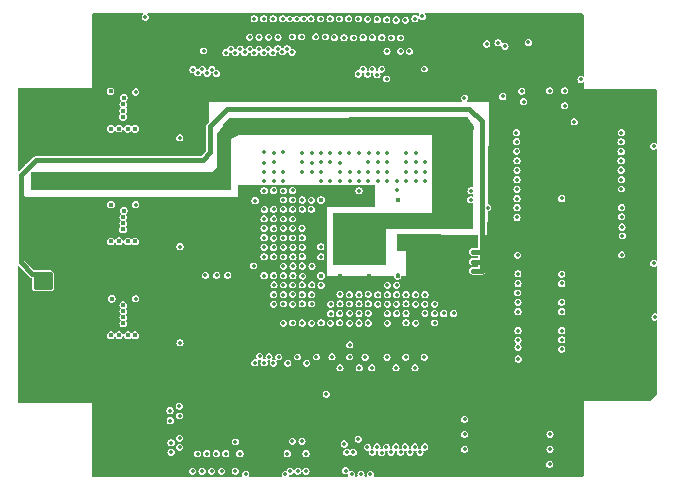
<source format=gbr>
%TF.GenerationSoftware,KiCad,Pcbnew,8.0.1*%
%TF.CreationDate,2024-12-16T22:11:07-05:00*%
%TF.ProjectId,cm,636d2e6b-6963-4616-945f-706362585858,rev?*%
%TF.SameCoordinates,Original*%
%TF.FileFunction,Copper,L5,Inr*%
%TF.FilePolarity,Positive*%
%FSLAX46Y46*%
G04 Gerber Fmt 4.6, Leading zero omitted, Abs format (unit mm)*
G04 Created by KiCad (PCBNEW 8.0.1) date 2024-12-16 22:11:07*
%MOMM*%
%LPD*%
G01*
G04 APERTURE LIST*
%TA.AperFunction,ViaPad*%
%ADD10C,0.350000*%
%TD*%
%TA.AperFunction,ViaPad*%
%ADD11C,0.403200*%
%TD*%
%TA.AperFunction,Conductor*%
%ADD12C,0.127000*%
%TD*%
%TA.AperFunction,Conductor*%
%ADD13C,0.381000*%
%TD*%
%TA.AperFunction,Conductor*%
%ADD14C,0.304800*%
%TD*%
G04 APERTURE END LIST*
D10*
%TO.N,GND*%
X128600000Y-75460600D03*
D11*
X100165258Y-78994000D03*
X99187000Y-84912200D03*
D10*
X111861600Y-60147200D03*
D11*
X99187000Y-85928200D03*
X99212400Y-76403200D03*
X99181942Y-67919600D03*
D10*
X111480600Y-61696600D03*
D11*
X99161600Y-77978000D03*
X98125258Y-78994000D03*
D10*
X144195800Y-85394800D03*
X132588000Y-87960200D03*
X115900000Y-73100000D03*
X129958900Y-62280800D03*
D11*
X98795258Y-86929845D03*
D10*
X131495800Y-62458600D03*
X110261400Y-60147200D03*
D11*
X98795258Y-78984000D03*
X99207342Y-66827400D03*
X100160200Y-69443600D03*
D10*
X115900000Y-80300000D03*
X112728000Y-71450000D03*
X123875800Y-60121800D03*
D11*
X99545258Y-86939845D03*
X100165258Y-86939845D03*
D10*
X116700000Y-72300000D03*
X132562600Y-83337400D03*
X115100000Y-75500000D03*
D11*
X98120200Y-69443600D03*
X99540200Y-69443600D03*
D10*
X122300000Y-84300000D03*
X117500400Y-85877400D03*
D11*
X99187000Y-85420200D03*
D10*
X123150000Y-72288400D03*
X124700000Y-84300000D03*
D11*
X98790200Y-69433600D03*
X98125258Y-86939845D03*
X99187000Y-76936600D03*
D10*
X111074200Y-60147200D03*
X115900000Y-73900000D03*
D11*
X99181942Y-67386200D03*
D10*
X115150000Y-81100000D03*
D11*
X99187000Y-84404200D03*
D10*
X115900000Y-79450000D03*
D11*
X99545258Y-78994000D03*
D10*
X115900000Y-72300000D03*
X119913400Y-85902800D03*
D11*
X99161600Y-68453000D03*
X99187000Y-77470000D03*
D10*
X109880400Y-61696600D03*
X144100000Y-80850000D03*
X128618261Y-74704200D03*
X110667800Y-61696600D03*
X113512600Y-83464400D03*
X144068800Y-70916800D03*
%TO.N,+5V*%
X101027200Y-59994800D03*
%TO.N,/Power/3V3_PG*%
X103962200Y-70231000D03*
D11*
X98196400Y-83845400D03*
D10*
%TO.N,/Power/2V5_PG*%
X103971600Y-79425800D03*
D11*
X98120200Y-75869800D03*
%TO.N,/Power/1V1_PG*%
X98094800Y-66294000D03*
D10*
X103971600Y-87579200D03*
D11*
%TO.N,+3V3*%
X119938800Y-81915000D03*
X91770200Y-92430600D03*
D10*
X130657600Y-97891600D03*
X119126000Y-75488800D03*
D11*
X91770200Y-91313000D03*
X92379800Y-91313000D03*
D10*
X133959600Y-67868800D03*
X144094200Y-89763600D03*
X107873800Y-60121800D03*
X132562600Y-80949800D03*
D11*
X92379800Y-91871800D03*
D10*
X119930000Y-75480000D03*
X133100000Y-62550000D03*
X144068800Y-79349600D03*
D11*
X117525800Y-81889600D03*
D10*
X117525800Y-75488800D03*
D11*
X117525800Y-82677000D03*
X91770200Y-91871800D03*
D10*
X122761000Y-78638400D03*
D11*
X115138200Y-78689200D03*
X115138200Y-79502000D03*
D10*
X116738400Y-75488800D03*
X144119600Y-88163400D03*
X135559800Y-62227200D03*
X109070000Y-61694200D03*
X107470000Y-61673800D03*
D11*
X92989400Y-91871800D03*
D10*
X109702600Y-93268800D03*
X108661200Y-60121800D03*
X128485700Y-62280800D03*
X144068800Y-68935600D03*
X132588000Y-85750400D03*
D11*
X92989400Y-91313000D03*
X119938800Y-82677000D03*
D10*
X129159000Y-64795400D03*
X109474000Y-60147200D03*
D11*
X92989400Y-92430600D03*
X92379800Y-92430600D03*
D10*
X108270000Y-61686400D03*
X144170400Y-83337400D03*
D11*
X115138200Y-77901800D03*
D10*
X122761000Y-79451200D03*
%TO.N,/Power/3V3_EN*%
X107086400Y-81864200D03*
X100228400Y-83845400D03*
%TO.N,/Power/2V5_EN*%
X106121200Y-81864200D03*
X100228400Y-75869800D03*
%TO.N,/Power/1V1_EN*%
X100228400Y-66344800D03*
X108026200Y-81864200D03*
%TO.N,ECP5_PRGMN_BTN*%
X126314200Y-85090000D03*
X130898700Y-62179200D03*
%TO.N,ECP5_INITN*%
X132918200Y-66268600D03*
X133070600Y-67147633D03*
X125526800Y-85090000D03*
%TO.N,Net-(D5-A)*%
X135280400Y-66227700D03*
%TO.N,Net-(D6-A)*%
X128051800Y-66852800D03*
%TO.N,IO_D1*%
X113919000Y-88773000D03*
%TO.N,IO_D2*%
X113512600Y-85877400D03*
%TO.N,IO_E6*%
X108650000Y-98450000D03*
X114350800Y-81920800D03*
%TO.N,IO_G1*%
X116840000Y-88773000D03*
%TO.N,IO_A3*%
X111099600Y-89281000D03*
%TO.N,IO_E2*%
X114325400Y-85902800D03*
%TO.N,IO_E8*%
X114325400Y-80264000D03*
X105467428Y-96967428D03*
%TO.N,IO_B3*%
X111912400Y-84302600D03*
X114650000Y-96950000D03*
%TO.N,IO_G5*%
X113050000Y-96950000D03*
X115925600Y-82702400D03*
%TO.N,IO_J1*%
X118338600Y-88773000D03*
%TO.N,IO_D6*%
X113538000Y-81889600D03*
X109550000Y-98724128D03*
%TO.N,IO_B4*%
X111912400Y-83489800D03*
X107050000Y-96950000D03*
%TO.N,IO_D5*%
X113512600Y-82677000D03*
X112895503Y-98702811D03*
%TO.N,IO_B1*%
X112318800Y-88773000D03*
%TO.N,IO_U1*%
X123870000Y-89700000D03*
%TO.N,IO_K1*%
X118350000Y-87750000D03*
%TO.N,IO_E1*%
X114706400Y-89306400D03*
%TO.N,IO_A4*%
X110718600Y-88722200D03*
%TO.N,IO_F2*%
X115112800Y-85902800D03*
%TO.N,IO_R1*%
X122270000Y-89700000D03*
%TO.N,IO_A2*%
X111506000Y-88773000D03*
%TO.N,/Hirose Connectors/IO_P1*%
X121500000Y-88800000D03*
%TO.N,IO_D8*%
X113538000Y-80289400D03*
X105050000Y-98450000D03*
%TO.N,IO_D7*%
X105850000Y-98450000D03*
X113538000Y-81076800D03*
%TO.N,IO_L1*%
X119150000Y-89700000D03*
%TO.N,IO_A5*%
X110312200Y-89281000D03*
%TO.N,IO_C5*%
X112725200Y-82677000D03*
X106250000Y-96950000D03*
%TO.N,IO_V1*%
X124650000Y-88800000D03*
%TO.N,IO_B5*%
X111937800Y-82677000D03*
X113300000Y-98450000D03*
%TO.N,IO_B2*%
X111887000Y-89306400D03*
%TO.N,IO_E5*%
X114325400Y-82677000D03*
X109050000Y-96950000D03*
%TO.N,IO_N1*%
X120221800Y-89700000D03*
%TO.N,IO_F1*%
X115519200Y-88773000D03*
%TO.N,IO_M1*%
X119650000Y-88800000D03*
%TO.N,IO_C4*%
X112725200Y-83489800D03*
X107500000Y-98450000D03*
%TO.N,IO_F4*%
X115112800Y-83489800D03*
X113950000Y-98450000D03*
X108661200Y-95950000D03*
%TO.N,IO_F5*%
X115138200Y-82677000D03*
X106650000Y-98450000D03*
%TO.N,IO_T1*%
X123100000Y-88800000D03*
%TO.N,IO_C3*%
X114650000Y-98450000D03*
X112725200Y-84277200D03*
%TO.N,IO_H1*%
X117525800Y-89700000D03*
%TO.N,IO_C1*%
X113106200Y-89306400D03*
%TO.N,IO_J20*%
X110258484Y-63003434D03*
%TO.N,ECP5_DONE*%
X127152400Y-85090000D03*
X131313552Y-66721352D03*
%TO.N,JTAG_TCK*%
X124485400Y-59944000D03*
X123926600Y-83489800D03*
%TO.N,JTAG_TDI*%
X137355450Y-68874900D03*
X123113800Y-83489800D03*
X137922000Y-65278000D03*
%TO.N,JTAG_TDO*%
X136550400Y-66227700D03*
X133477000Y-62150000D03*
X125526800Y-84302600D03*
X136550400Y-67513200D03*
%TO.N,JTAG_TMS*%
X124663200Y-64389000D03*
X124714000Y-83489800D03*
%TO.N,Net-(U9I-CFG_1)*%
X123926600Y-84302600D03*
%TO.N,/Flash + JTAG/FLASH_IO0*%
X128066800Y-94056200D03*
%TO.N,/Flash + JTAG/FLASH_IO1*%
X135305800Y-96596200D03*
X125526800Y-85877400D03*
%TO.N,/Flash + JTAG/FLASH_IO2*%
X135305800Y-95326200D03*
%TO.N,/Flash + JTAG/FLASH_IO3*%
X128066800Y-96596200D03*
%TO.N,/Flash + JTAG/FLASH_SCK*%
X124714000Y-85064600D03*
X128066800Y-95326200D03*
%TO.N,/Flash + JTAG/FLASH_CSN*%
X123113800Y-85877400D03*
X135280400Y-97866200D03*
%TO.N,/Flash + JTAG/WRITEN*%
X123113800Y-84277200D03*
%TO.N,/Flash + JTAG/CS1N*%
X123926600Y-85902800D03*
%TO.N,/Flash + JTAG/SN_CSN*%
X123113800Y-85090000D03*
%TO.N,SDRAM_A7*%
X116713000Y-73897000D03*
X132511800Y-72158600D03*
%TO.N,SDRAM_D11*%
X132588000Y-84150200D03*
X119126000Y-84277200D03*
%TO.N,SDRAM_CASN*%
X141376400Y-76911200D03*
X119126000Y-73888600D03*
%TO.N,SDRAM_D4*%
X136300000Y-84150200D03*
X119913400Y-72288400D03*
%TO.N,SDRAM_CSN*%
X121513600Y-73888600D03*
X136300000Y-75350000D03*
%TO.N,SDRAM_A11*%
X122326400Y-73888600D03*
X132511800Y-74574400D03*
%TO.N,SDRAM_D6*%
X120726200Y-73896200D03*
X136300000Y-81762600D03*
%TO.N,SDRAM_A2*%
X124714000Y-73101200D03*
X141325600Y-70561200D03*
%TO.N,SDRAM_A5*%
X123926600Y-73101200D03*
X132486400Y-70535800D03*
%TO.N,/Hirose Connectors/IO_E7*%
X113250000Y-60150000D03*
X114325400Y-81076800D03*
%TO.N,CLK_25MHZ*%
X116357400Y-91922600D03*
X115925600Y-85877400D03*
%TO.N,SDRAM_D14*%
X132588000Y-87350600D03*
X119913400Y-83464400D03*
%TO.N,SDRAM_DQM1*%
X117525800Y-84277200D03*
X130022600Y-76123800D03*
%TO.N,SDRAM_A6*%
X123926600Y-73888600D03*
X132486400Y-71348600D03*
%TO.N,SDRAM_D12*%
X132588000Y-84937600D03*
X119126000Y-83489800D03*
%TO.N,SDRAM_A1*%
X124714000Y-73888600D03*
X141325600Y-71374000D03*
%TO.N,SDRAM_A9*%
X132511800Y-73761600D03*
X118331200Y-73101200D03*
%TO.N,SDRAM_A4*%
X132461000Y-69773800D03*
X123926600Y-72288400D03*
%TO.N,SDRAM_D13*%
X132588000Y-86537800D03*
X119913400Y-84277200D03*
%TO.N,SDRAM_WEN*%
X141401800Y-77774800D03*
X119126000Y-73075800D03*
%TO.N,SDRAM_A0*%
X141325600Y-72161400D03*
X116713000Y-71500000D03*
%TO.N,SDRAM_D10*%
X132588000Y-82550000D03*
X118313200Y-83489800D03*
%TO.N,SDRAM_D1*%
X136300000Y-87325200D03*
X121513600Y-73075800D03*
%TO.N,SDRAM_D9*%
X118313200Y-84277200D03*
X132588000Y-81737200D03*
%TO.N,SDRAM_RASN*%
X141376400Y-76123800D03*
X119126000Y-74701400D03*
%TO.N,SDRAM_D8*%
X117525800Y-83464400D03*
X132562600Y-80162400D03*
%TO.N,SDRAM_D3*%
X120726200Y-72288400D03*
X136300000Y-84937600D03*
%TO.N,SDRAM_BA0*%
X141351000Y-74549000D03*
X118338600Y-73888600D03*
%TO.N,SDRAM_A10*%
X117525800Y-72313800D03*
X141325600Y-72948800D03*
%TO.N,SDRAM_D7*%
X141376400Y-80137000D03*
X119913400Y-73075800D03*
%TO.N,SDRAM_D15*%
X132613400Y-88950800D03*
X120726200Y-83515200D03*
%TO.N,SDRAM_CKE*%
X123113800Y-73075800D03*
X132511800Y-76123800D03*
%TO.N,SDRAM_D5*%
X120726200Y-73101200D03*
X136300000Y-82550000D03*
%TO.N,SDRAM_A8*%
X117525800Y-73101200D03*
X132511800Y-72974200D03*
%TO.N,SDRAM_DQM0*%
X119913400Y-73888600D03*
X141427200Y-78511400D03*
%TO.N,SDRAM_A12*%
X132511800Y-75361800D03*
X122326400Y-74676000D03*
%TO.N,SDRAM_BA1*%
X141351000Y-73761600D03*
X117525800Y-73888600D03*
%TO.N,SDRAM_CLK*%
X123113800Y-73888600D03*
X132511800Y-76962000D03*
%TO.N,SDRAM_A3*%
X124714000Y-72288400D03*
X141351000Y-69773800D03*
%TO.N,SDRAM_D2*%
X136300000Y-86537800D03*
X121513600Y-72288400D03*
%TO.N,SDRAM_D0*%
X120726200Y-84302600D03*
X136300000Y-88112600D03*
D11*
%TO.N,+1V1*%
X92354400Y-74422000D03*
X92964000Y-73863200D03*
X92354400Y-73863200D03*
X120726200Y-80314800D03*
X91744800Y-73863200D03*
X92964000Y-73304400D03*
X91744800Y-73304400D03*
X117500400Y-78689200D03*
X119126000Y-80314800D03*
X91744800Y-74422000D03*
X120726200Y-77063600D03*
X117525800Y-77063600D03*
X117500400Y-80289400D03*
X120726200Y-78689200D03*
X119126000Y-77063600D03*
X92964000Y-74422000D03*
X92354400Y-73304400D03*
%TO.N,+2V5*%
X115900200Y-75488800D03*
X92989400Y-81762600D03*
X92379800Y-82321400D03*
D10*
X128752600Y-80695800D03*
D11*
X91770200Y-82321400D03*
X91770200Y-81762600D03*
X92379800Y-82880200D03*
X92379800Y-81762600D03*
X92989400Y-82321400D03*
X115925600Y-81889600D03*
D10*
X128752600Y-81483200D03*
D11*
X91770200Y-82880200D03*
X122402600Y-75488800D03*
D10*
X128752600Y-79883000D03*
D11*
X92989400Y-82880200D03*
X122402600Y-81889600D03*
D10*
%TO.N,IO_C20*%
X107870000Y-63000000D03*
%TO.N,IO_G20*%
X109448600Y-62992000D03*
%TO.N,IO_L20*%
X111048800Y-63017400D03*
%TO.N,IO_E20*%
X108670710Y-63002593D03*
%TO.N,IO_H20*%
X109880400Y-62712600D03*
%TO.N,IO_K20*%
X110667800Y-62712600D03*
%TO.N,IO_M20*%
X111455200Y-62712600D03*
%TO.N,IO_D20*%
X108274372Y-62712600D03*
%TO.N,IO_F20*%
X109063943Y-62709918D03*
%TO.N,IO_B20*%
X105971800Y-62850000D03*
%TO.N,IO_P20*%
X112252110Y-62676607D03*
%TO.N,IO_T20*%
X113055400Y-62687200D03*
%TO.N,IO_R20*%
X112649000Y-62941200D03*
%TO.N,IO_U20*%
X113461800Y-62966600D03*
%TO.N,IO_N20*%
X111840602Y-63012998D03*
%TO.N,IO_N19*%
X120726200Y-71501000D03*
X115070000Y-60147200D03*
%TO.N,IO_A19*%
X111074200Y-71450200D03*
X105079800Y-64439800D03*
%TO.N,IO_L19*%
X119126000Y-71526400D03*
X113487200Y-61661300D03*
%TO.N,IO_T19*%
X115874800Y-60147200D03*
X123139200Y-71501000D03*
%TO.N,IO_M19*%
X119938800Y-71501000D03*
X114274600Y-61671200D03*
%TO.N,IO_B19*%
X105486200Y-64719200D03*
X111912400Y-71475600D03*
%TO.N,IO_K19*%
X112674400Y-60147200D03*
X118313200Y-71501000D03*
%TO.N,IO_J19*%
X112268000Y-61696600D03*
X117525800Y-71501000D03*
%TO.N,IO_P19*%
X121513600Y-71501000D03*
X115466630Y-61678363D03*
%TO.N,IO_U19*%
X123926600Y-71501000D03*
X116281200Y-61671200D03*
%TO.N,IO_A18*%
X111099600Y-72339200D03*
%TO.N,IO_A13*%
X111119572Y-76289572D03*
%TO.N,IO_A16*%
X111099600Y-73914000D03*
%TO.N,IO_A17*%
X111099600Y-73075800D03*
%TO.N,IO_A15*%
X111099600Y-74701400D03*
%TO.N,IO_A14*%
X110337600Y-75539600D03*
%TO.N,IO_A11*%
X111099600Y-77876400D03*
%TO.N,IO_A12*%
X111099600Y-77089000D03*
%TO.N,IO_B18*%
X120675400Y-60198000D03*
X111912400Y-72288400D03*
%TO.N,IO_B16*%
X119862600Y-60172600D03*
X111912400Y-73888600D03*
%TO.N,IO_B15*%
X119481600Y-61722000D03*
X111912400Y-74676000D03*
%TO.N,IO_B11*%
X111912400Y-77901800D03*
X118262400Y-60147200D03*
%TO.N,IO_B17*%
X111912400Y-73101200D03*
X120269000Y-61722000D03*
%TO.N,IO_B13*%
X119075200Y-60147200D03*
X111912400Y-76276200D03*
%TO.N,IO_B12*%
X118668800Y-61747400D03*
X111912400Y-77089000D03*
%TO.N,IO_A6*%
X111099600Y-81889600D03*
%TO.N,IO_A9*%
X111099600Y-79476600D03*
%TO.N,IO_A10*%
X111099600Y-78663800D03*
%TO.N,IO_A8*%
X111099600Y-80289400D03*
%TO.N,IO_A7*%
X110210600Y-81051400D03*
%TO.N,IO_B6*%
X116687600Y-60147200D03*
X111912400Y-81889600D03*
%TO.N,IO_B9*%
X117475000Y-60147200D03*
X111912400Y-79502000D03*
%TO.N,IO_B8*%
X111912400Y-80289400D03*
X117053100Y-61722000D03*
%TO.N,IO_B10*%
X117856000Y-61747400D03*
X111912400Y-78714600D03*
%TO.N,IO_C10*%
X112725200Y-78689200D03*
X124700000Y-96400000D03*
%TO.N,IO_C14*%
X122275600Y-60248800D03*
X112725200Y-75463400D03*
%TO.N,IO_C12*%
X123063000Y-60248800D03*
X112725200Y-77089000D03*
%TO.N,IO_C13*%
X122656600Y-61747400D03*
X112725200Y-76276200D03*
%TO.N,IO_C17*%
X112725200Y-73075800D03*
X121070000Y-61733800D03*
%TO.N,IO_C15*%
X121869200Y-61747400D03*
X112725200Y-74701400D03*
%TO.N,IO_C16*%
X112725200Y-73888600D03*
X121488200Y-60223400D03*
%TO.N,IO_D15*%
X106680000Y-64439800D03*
X113512600Y-74676000D03*
%TO.N,IO_D14*%
X107061000Y-64770000D03*
X113512600Y-75463400D03*
%TO.N,IO_D13*%
X106273600Y-64744600D03*
X113512600Y-76276200D03*
%TO.N,IO_D12*%
X113512600Y-77089000D03*
X105870857Y-64437118D03*
%TO.N,IO_D18*%
X119481600Y-64414400D03*
X114300000Y-72300000D03*
%TO.N,IO_D19*%
X114300000Y-71500000D03*
X119862600Y-64846200D03*
%TO.N,IO_F19*%
X121462800Y-65227200D03*
X115900200Y-71475600D03*
%TO.N,IO_F17*%
X121056400Y-64414400D03*
X115138200Y-73101200D03*
%TO.N,IO_E17*%
X119062500Y-64820800D03*
X114300000Y-73075800D03*
%TO.N,IO_E18*%
X120269000Y-64414400D03*
X115112800Y-72313800D03*
%TO.N,IO_E19*%
X115112800Y-71501000D03*
X120650000Y-64871600D03*
%TO.N,IO_D9*%
X103936800Y-96412800D03*
X113538000Y-79476600D03*
%TO.N,IO_E15*%
X114325400Y-75488800D03*
X103149400Y-94157800D03*
%TO.N,IO_E9*%
X103911400Y-92938600D03*
X114325400Y-79476600D03*
%TO.N,IO_D10*%
X103936800Y-95656400D03*
X113512600Y-78689200D03*
%TO.N,IO_E11*%
X103225600Y-96034600D03*
X114300000Y-77876400D03*
%TO.N,IO_E4*%
X114325400Y-83489800D03*
X107850000Y-96950000D03*
%TO.N,IO_E10*%
X103225600Y-96850200D03*
X114325400Y-78689200D03*
%TO.N,IO_E13*%
X103936800Y-93751400D03*
X115087400Y-76276200D03*
%TO.N,IO_E14*%
X103124000Y-93319600D03*
X114325400Y-76276200D03*
%TO.N,/Hirose Connectors/IO_N3*%
X122650000Y-96850000D03*
X121539000Y-85090000D03*
%TO.N,/Hirose Connectors/IO_N2*%
X123450000Y-96850000D03*
X121539000Y-85902800D03*
%TO.N,/Hirose Connectors/IO_P2*%
X122326400Y-85090000D03*
X123400000Y-62900000D03*
%TO.N,/Hirose Connectors/IO_N5*%
X121539000Y-82702400D03*
X113850000Y-60150000D03*
%TO.N,/Hirose Connectors/IO_P5*%
X114439700Y-60134500D03*
X122326400Y-82702400D03*
%TO.N,/Hirose Connectors/IO_P4*%
X122326400Y-83489800D03*
X122656600Y-62890400D03*
%TO.N,/Hirose Connectors/IO_N4*%
X121539000Y-83489800D03*
X121503700Y-62900000D03*
%TO.N,/Hirose Connectors/IO_P3*%
X121528200Y-84300000D03*
X124300000Y-96850000D03*
%TO.N,/Hirose Connectors/IO_K3*%
X119300000Y-98724128D03*
X118338600Y-85064600D03*
%TO.N,/Hirose Connectors/IO_C2*%
X118500000Y-98724128D03*
X112725200Y-85902800D03*
%TO.N,/Hirose Connectors/IO_F3*%
X115112800Y-84277200D03*
X120100000Y-98724128D03*
%TO.N,/Hirose Connectors/IO_J3*%
X117500400Y-85090000D03*
X118650000Y-96850000D03*
%TO.N,/Hirose Connectors/IO_C8*%
X122250000Y-96400000D03*
X112725200Y-80289400D03*
%TO.N,/Hirose Connectors/IO_L2*%
X120250000Y-96850000D03*
X119126000Y-85902800D03*
%TO.N,/Hirose Connectors/IO_K2*%
X119067428Y-95732572D03*
X118338600Y-85902800D03*
%TO.N,/Hirose Connectors/IO_M3*%
X121850000Y-96850000D03*
X119913400Y-85064600D03*
%TO.N,/Hirose Connectors/IO_D11*%
X113512600Y-77876400D03*
X123850000Y-96400000D03*
%TO.N,/Hirose Connectors/IO_C11*%
X112725200Y-77876400D03*
X119850000Y-96400000D03*
%TO.N,/Hirose Connectors/IO_E3*%
X117878200Y-96150000D03*
X114325400Y-84277200D03*
%TO.N,/Hirose Connectors/IO_C6*%
X112725200Y-81889600D03*
X120650000Y-96400000D03*
%TO.N,/Hirose Connectors/IO_L3*%
X121050000Y-96900000D03*
X119126000Y-85090000D03*
%TO.N,/Hirose Connectors/IO_D3*%
X113512600Y-84302600D03*
X118000000Y-98400000D03*
%TO.N,/Hirose Connectors/IO_H2*%
X116713000Y-85902800D03*
X118100000Y-96850000D03*
%TO.N,/Hirose Connectors/IO_C9*%
X123050000Y-96400000D03*
X112725200Y-79476600D03*
%TO.N,/Hirose Connectors/IO_C7*%
X112725200Y-81076800D03*
X121450000Y-96400000D03*
%TO.N,/Hirose Connectors/IO_H3*%
X116750000Y-85100000D03*
X114300000Y-95900000D03*
%TO.N,/Hirose Connectors/IO_G3*%
X116750000Y-84300000D03*
X113500000Y-95900000D03*
%TD*%
D12*
%TO.N,+1V1*%
X120726200Y-80314800D02*
X120700800Y-80314800D01*
X117525800Y-77063600D02*
X117576600Y-77012800D01*
X117525800Y-77063600D02*
X117551200Y-77063600D01*
D13*
%TO.N,+2V5*%
X129489200Y-81483200D02*
X128752600Y-81483200D01*
X129514600Y-68808600D02*
X128473200Y-67767200D01*
X92379800Y-82880200D02*
X92989400Y-82880200D01*
X91770200Y-82321400D02*
X92379800Y-82321400D01*
X90474800Y-80772000D02*
X91465400Y-81762600D01*
D14*
X122428000Y-75514200D02*
X122402600Y-75488800D01*
D13*
X91770200Y-82880200D02*
X92379800Y-82880200D01*
X92379800Y-81762600D02*
X92989400Y-81762600D01*
D14*
X92430600Y-82321400D02*
X92989400Y-82880200D01*
D13*
X92989400Y-82321400D02*
X92989400Y-82880200D01*
X128752600Y-79883000D02*
X129514600Y-79883000D01*
X92989400Y-81762600D02*
X92938600Y-81762600D01*
X129514600Y-80670400D02*
X129514600Y-81457800D01*
X91770200Y-82321400D02*
X91821000Y-82321400D01*
X92379800Y-82321400D02*
X92989400Y-82321400D01*
D14*
X92430600Y-82880200D02*
X92989400Y-82321400D01*
D13*
X128752600Y-80695800D02*
X129489200Y-80695800D01*
X129514600Y-79883000D02*
X129514600Y-68808600D01*
X106527600Y-69215000D02*
X106527600Y-71424800D01*
X91821000Y-82321400D02*
X92379800Y-82880200D01*
X128473200Y-67767200D02*
X107975400Y-67767200D01*
D14*
X92379800Y-82321400D02*
X92430600Y-82321400D01*
X92379800Y-82880200D02*
X92430600Y-82880200D01*
D13*
X92989400Y-81762600D02*
X92989400Y-82321400D01*
D14*
X92379800Y-82321400D02*
X92379800Y-82880200D01*
D13*
X106527600Y-71424800D02*
X105892600Y-72059800D01*
D14*
X92379800Y-82321400D02*
X92379800Y-81762600D01*
D13*
X107975400Y-67767200D02*
X106527600Y-69215000D01*
X91770200Y-81762600D02*
X91770200Y-82321400D01*
D14*
X91770200Y-81762600D02*
X92379800Y-81762600D01*
D13*
X129489200Y-80695800D02*
X129514600Y-80670400D01*
D14*
X91821000Y-81762600D02*
X92379800Y-82321400D01*
D13*
X105892600Y-72059800D02*
X91795600Y-72059800D01*
D14*
X91770200Y-81762600D02*
X91821000Y-81762600D01*
D13*
X91465400Y-81762600D02*
X92379800Y-81762600D01*
X91770200Y-82321400D02*
X91770200Y-82880200D01*
X91795600Y-72059800D02*
X90474800Y-73380600D01*
X90474800Y-73380600D02*
X90474800Y-80772000D01*
X129514600Y-80670400D02*
X129514600Y-79883000D01*
X92938600Y-81762600D02*
X92379800Y-82321400D01*
X129514600Y-81457800D02*
X129489200Y-81483200D01*
D14*
X122428000Y-81864200D02*
X122402600Y-81889600D01*
%TD*%
%TA.AperFunction,Conductor*%
%TO.N,+1V1*%
G36*
X128313948Y-68480862D02*
G01*
X128326944Y-68484020D01*
X128353288Y-68497668D01*
X128363367Y-68506466D01*
X128373364Y-68517562D01*
X128812070Y-69140446D01*
X128816986Y-69148710D01*
X128820913Y-69156644D01*
X128826680Y-69174919D01*
X128828018Y-69183666D01*
X128828736Y-69193245D01*
X128827085Y-69955657D01*
X128817530Y-74365689D01*
X128799128Y-74409844D01*
X128754895Y-74428054D01*
X128733654Y-74424285D01*
X128671602Y-74401700D01*
X128671600Y-74401700D01*
X128564922Y-74401700D01*
X128564919Y-74401700D01*
X128464679Y-74438185D01*
X128464676Y-74438187D01*
X128382956Y-74506757D01*
X128329618Y-74599142D01*
X128311094Y-74704200D01*
X128329618Y-74809257D01*
X128382957Y-74901643D01*
X128464675Y-74970213D01*
X128464676Y-74970213D01*
X128464677Y-74970214D01*
X128564922Y-75006700D01*
X128564925Y-75006700D01*
X128671597Y-75006700D01*
X128671600Y-75006700D01*
X128732187Y-74984648D01*
X128779975Y-74986735D01*
X128812293Y-75022002D01*
X128816062Y-75043515D01*
X128815878Y-75128136D01*
X128797476Y-75172290D01*
X128753242Y-75190500D01*
X128732002Y-75186731D01*
X128653341Y-75158100D01*
X128653339Y-75158100D01*
X128546661Y-75158100D01*
X128546658Y-75158100D01*
X128446418Y-75194585D01*
X128446415Y-75194587D01*
X128364695Y-75263157D01*
X128311357Y-75355542D01*
X128292833Y-75460600D01*
X128311357Y-75565657D01*
X128364696Y-75658043D01*
X128446414Y-75726613D01*
X128446415Y-75726613D01*
X128446416Y-75726614D01*
X128546661Y-75763100D01*
X128546664Y-75763100D01*
X128653336Y-75763100D01*
X128653339Y-75763100D01*
X128730560Y-75734994D01*
X128778350Y-75737081D01*
X128810667Y-75772349D01*
X128814436Y-75793860D01*
X128810065Y-77811256D01*
X128805269Y-77835131D01*
X128797593Y-77853579D01*
X128763776Y-77887324D01*
X128745311Y-77894961D01*
X128721429Y-77899705D01*
X127286243Y-77899756D01*
X121488199Y-77899959D01*
X121488197Y-77899960D01*
X121488195Y-77899960D01*
X120371648Y-77900000D01*
X120378925Y-76600000D01*
X125313075Y-76600000D01*
X125342430Y-69952160D01*
X125265915Y-69952138D01*
X125265914Y-69952138D01*
X125261366Y-69952136D01*
X109112308Y-69947587D01*
X109112299Y-69947587D01*
X109094277Y-69947583D01*
X109078156Y-69955658D01*
X109078154Y-69955659D01*
X108977468Y-70006094D01*
X108808438Y-70090764D01*
X108662341Y-70163946D01*
X108315074Y-70337899D01*
X108315071Y-70337901D01*
X108273000Y-70358976D01*
X108273000Y-70406027D01*
X108273000Y-74561967D01*
X108268243Y-74585884D01*
X108260589Y-74604363D01*
X108226764Y-74638188D01*
X108208286Y-74645842D01*
X108184368Y-74650600D01*
X91427032Y-74650600D01*
X91403115Y-74645843D01*
X91384636Y-74638189D01*
X91350811Y-74604364D01*
X91350809Y-74604360D01*
X91343156Y-74585881D01*
X91338400Y-74561967D01*
X91338400Y-73164432D01*
X91343156Y-73140518D01*
X91344194Y-73138009D01*
X91350810Y-73122037D01*
X91384630Y-73088213D01*
X91403118Y-73080556D01*
X91427032Y-73075800D01*
X106699236Y-73075800D01*
X106699237Y-73075800D01*
X106730800Y-73075800D01*
X107137200Y-72669400D01*
X107137200Y-69830726D01*
X107138061Y-69820386D01*
X107139639Y-69810984D01*
X107146392Y-69791431D01*
X107150954Y-69783059D01*
X107156658Y-69774391D01*
X107612454Y-69193251D01*
X107650777Y-69144389D01*
X108125973Y-68538512D01*
X108135873Y-68528469D01*
X108145748Y-68520491D01*
X108170935Y-68508216D01*
X108183309Y-68505353D01*
X108197312Y-68503746D01*
X128299117Y-68479096D01*
X128313948Y-68480862D01*
G37*
%TD.AperFunction*%
%TD*%
%TA.AperFunction,Conductor*%
%TO.N,+3V3*%
G36*
X123167989Y-59965098D02*
G01*
X123116341Y-59946300D01*
X123116339Y-59946300D01*
X123009661Y-59946300D01*
X123009658Y-59946300D01*
X122909418Y-59982785D01*
X122909415Y-59982787D01*
X122827695Y-60051357D01*
X122774357Y-60143742D01*
X122755833Y-60248800D01*
X122774357Y-60353857D01*
X122827696Y-60446243D01*
X122909414Y-60514813D01*
X122909415Y-60514813D01*
X122909416Y-60514814D01*
X123009661Y-60551300D01*
X123009664Y-60551300D01*
X123116336Y-60551300D01*
X123116339Y-60551300D01*
X123177996Y-60528858D01*
X123215821Y-62659657D01*
X123164695Y-62702557D01*
X123111357Y-62794942D01*
X123092833Y-62900000D01*
X123111357Y-63005057D01*
X123164696Y-63097443D01*
X123224482Y-63147610D01*
X123296116Y-67183000D01*
X106299000Y-67183000D01*
X106299000Y-65227200D01*
X121155633Y-65227200D01*
X121174157Y-65332257D01*
X121227496Y-65424643D01*
X121309214Y-65493213D01*
X121309215Y-65493213D01*
X121309216Y-65493214D01*
X121409461Y-65529700D01*
X121409464Y-65529700D01*
X121516136Y-65529700D01*
X121516139Y-65529700D01*
X121616384Y-65493214D01*
X121698104Y-65424643D01*
X121751443Y-65332257D01*
X121769967Y-65227200D01*
X121751443Y-65122143D01*
X121698104Y-65029757D01*
X121684382Y-65018243D01*
X121616385Y-64961186D01*
X121616382Y-64961185D01*
X121516141Y-64924700D01*
X121516139Y-64924700D01*
X121409461Y-64924700D01*
X121409458Y-64924700D01*
X121309218Y-64961185D01*
X121309215Y-64961187D01*
X121227495Y-65029757D01*
X121174157Y-65122142D01*
X121155633Y-65227200D01*
X106299000Y-65227200D01*
X106299000Y-65047100D01*
X106326936Y-65047100D01*
X106326939Y-65047100D01*
X106427184Y-65010614D01*
X106508904Y-64942043D01*
X106562243Y-64849657D01*
X106572066Y-64793946D01*
X106597767Y-64753603D01*
X106633616Y-64742300D01*
X106696505Y-64742300D01*
X106740699Y-64760606D01*
X106758055Y-64793945D01*
X106771747Y-64871600D01*
X106772357Y-64875057D01*
X106825696Y-64967443D01*
X106907414Y-65036013D01*
X106907415Y-65036013D01*
X106907416Y-65036014D01*
X107007661Y-65072500D01*
X107007664Y-65072500D01*
X107114336Y-65072500D01*
X107114339Y-65072500D01*
X107214584Y-65036014D01*
X107296304Y-64967443D01*
X107349643Y-64875057D01*
X107359210Y-64820800D01*
X118755333Y-64820800D01*
X118773857Y-64925857D01*
X118827196Y-65018243D01*
X118908914Y-65086813D01*
X118908915Y-65086813D01*
X118908916Y-65086814D01*
X119009161Y-65123300D01*
X119009164Y-65123300D01*
X119115836Y-65123300D01*
X119115839Y-65123300D01*
X119216084Y-65086814D01*
X119297804Y-65018243D01*
X119351143Y-64925857D01*
X119369667Y-64820800D01*
X119369666Y-64820798D01*
X119369667Y-64820797D01*
X119364281Y-64790253D01*
X119374634Y-64743552D01*
X119414978Y-64717850D01*
X119425831Y-64716900D01*
X119503747Y-64716900D01*
X119547941Y-64735206D01*
X119566247Y-64779400D01*
X119565298Y-64790250D01*
X119564646Y-64793948D01*
X119555433Y-64846199D01*
X119573957Y-64951257D01*
X119627296Y-65043643D01*
X119709014Y-65112213D01*
X119709015Y-65112213D01*
X119709016Y-65112214D01*
X119809261Y-65148700D01*
X119809264Y-65148700D01*
X119915936Y-65148700D01*
X119915939Y-65148700D01*
X120016184Y-65112214D01*
X120097904Y-65043643D01*
X120151243Y-64951257D01*
X120169767Y-64846200D01*
X120159902Y-64790252D01*
X120170256Y-64743551D01*
X120210600Y-64717849D01*
X120221453Y-64716900D01*
X120295626Y-64716900D01*
X120339820Y-64735206D01*
X120358126Y-64779400D01*
X120357177Y-64790245D01*
X120347312Y-64846199D01*
X120342833Y-64871600D01*
X120361357Y-64976657D01*
X120414696Y-65069043D01*
X120496414Y-65137613D01*
X120496415Y-65137613D01*
X120496416Y-65137614D01*
X120596661Y-65174100D01*
X120596664Y-65174100D01*
X120703336Y-65174100D01*
X120703339Y-65174100D01*
X120803584Y-65137614D01*
X120885304Y-65069043D01*
X120938643Y-64976657D01*
X120957167Y-64871600D01*
X120942823Y-64790251D01*
X120953177Y-64743551D01*
X120993521Y-64717849D01*
X121004374Y-64716900D01*
X121109736Y-64716900D01*
X121109739Y-64716900D01*
X121209984Y-64680414D01*
X121291704Y-64611843D01*
X121345043Y-64519457D01*
X121363567Y-64414400D01*
X121345043Y-64309343D01*
X121291704Y-64216957D01*
X121291703Y-64216956D01*
X121209985Y-64148386D01*
X121209982Y-64148385D01*
X121109741Y-64111900D01*
X121109739Y-64111900D01*
X121003061Y-64111900D01*
X121003058Y-64111900D01*
X120902818Y-64148385D01*
X120902815Y-64148387D01*
X120821095Y-64216957D01*
X120767757Y-64309342D01*
X120753456Y-64390452D01*
X120749233Y-64414400D01*
X120763576Y-64495748D01*
X120753223Y-64542449D01*
X120712879Y-64568151D01*
X120702026Y-64569100D01*
X120623374Y-64569100D01*
X120579180Y-64550794D01*
X120560874Y-64506600D01*
X120561822Y-64495754D01*
X120576167Y-64414400D01*
X120557643Y-64309343D01*
X120504304Y-64216957D01*
X120504303Y-64216956D01*
X120422585Y-64148386D01*
X120422582Y-64148385D01*
X120322341Y-64111900D01*
X120322339Y-64111900D01*
X120215661Y-64111900D01*
X120215658Y-64111900D01*
X120115418Y-64148385D01*
X120115415Y-64148387D01*
X120033695Y-64216957D01*
X119980357Y-64309342D01*
X119961833Y-64414400D01*
X119971698Y-64470347D01*
X119961344Y-64517049D01*
X119921000Y-64542751D01*
X119910147Y-64543700D01*
X119840453Y-64543700D01*
X119796259Y-64525394D01*
X119777953Y-64481200D01*
X119778902Y-64470347D01*
X119779404Y-64467500D01*
X119788767Y-64414400D01*
X119770243Y-64309343D01*
X119716904Y-64216957D01*
X119716903Y-64216956D01*
X119635185Y-64148386D01*
X119635182Y-64148385D01*
X119534941Y-64111900D01*
X119534939Y-64111900D01*
X119428261Y-64111900D01*
X119428258Y-64111900D01*
X119328018Y-64148385D01*
X119328015Y-64148387D01*
X119246295Y-64216957D01*
X119192957Y-64309342D01*
X119192957Y-64309343D01*
X119174434Y-64414399D01*
X119174433Y-64414402D01*
X119179819Y-64444947D01*
X119169466Y-64491648D01*
X119129122Y-64517350D01*
X119118269Y-64518300D01*
X119009158Y-64518300D01*
X118908918Y-64554785D01*
X118908915Y-64554787D01*
X118827195Y-64623357D01*
X118773857Y-64715742D01*
X118755333Y-64820800D01*
X107359210Y-64820800D01*
X107368167Y-64770000D01*
X107349643Y-64664943D01*
X107296304Y-64572557D01*
X107291027Y-64568129D01*
X107214585Y-64503986D01*
X107214582Y-64503985D01*
X107114341Y-64467500D01*
X107114339Y-64467500D01*
X107044495Y-64467500D01*
X107000301Y-64449194D01*
X106982944Y-64415854D01*
X106968643Y-64334743D01*
X106915304Y-64242357D01*
X106912108Y-64239675D01*
X106833585Y-64173786D01*
X106833582Y-64173785D01*
X106733341Y-64137300D01*
X106733339Y-64137300D01*
X106626661Y-64137300D01*
X106626658Y-64137300D01*
X106526418Y-64173785D01*
X106526415Y-64173787D01*
X106444695Y-64242357D01*
X106391357Y-64334742D01*
X106391357Y-64334743D01*
X106381533Y-64390453D01*
X106355833Y-64430797D01*
X106319984Y-64442100D01*
X106299000Y-64442100D01*
X106299000Y-63000000D01*
X107562833Y-63000000D01*
X107581357Y-63105057D01*
X107634696Y-63197443D01*
X107716414Y-63266013D01*
X107716415Y-63266013D01*
X107716416Y-63266014D01*
X107816661Y-63302500D01*
X107816664Y-63302500D01*
X107923336Y-63302500D01*
X107923339Y-63302500D01*
X108023584Y-63266014D01*
X108105304Y-63197443D01*
X108158643Y-63105057D01*
X108165398Y-63066746D01*
X108191099Y-63026403D01*
X108226948Y-63015100D01*
X108313304Y-63015100D01*
X108357498Y-63033406D01*
X108374854Y-63066747D01*
X108382066Y-63107647D01*
X108382067Y-63107650D01*
X108431286Y-63192900D01*
X108435406Y-63200036D01*
X108517124Y-63268606D01*
X108517125Y-63268606D01*
X108517126Y-63268607D01*
X108617371Y-63305093D01*
X108617374Y-63305093D01*
X108724046Y-63305093D01*
X108724049Y-63305093D01*
X108824294Y-63268607D01*
X108906014Y-63200036D01*
X108959353Y-63107650D01*
X108962106Y-63092035D01*
X108967039Y-63064065D01*
X108992741Y-63023721D01*
X109028589Y-63012418D01*
X109092589Y-63012418D01*
X109136783Y-63030724D01*
X109154139Y-63064065D01*
X109159955Y-63097053D01*
X109159959Y-63097063D01*
X109213293Y-63189440D01*
X109213295Y-63189442D01*
X109295014Y-63258013D01*
X109295015Y-63258013D01*
X109295016Y-63258014D01*
X109395261Y-63294500D01*
X109395264Y-63294500D01*
X109501936Y-63294500D01*
X109501939Y-63294500D01*
X109602184Y-63258014D01*
X109683904Y-63189443D01*
X109737243Y-63097057D01*
X109743305Y-63062674D01*
X109769005Y-63022333D01*
X109815707Y-63011978D01*
X109826230Y-63014798D01*
X109826826Y-63015014D01*
X109827061Y-63015100D01*
X109827064Y-63015100D01*
X109900930Y-63015100D01*
X109945124Y-63033406D01*
X109962479Y-63066744D01*
X109966200Y-63087843D01*
X109969841Y-63108493D01*
X109969843Y-63108497D01*
X110023177Y-63200874D01*
X110023179Y-63200876D01*
X110104898Y-63269447D01*
X110104899Y-63269447D01*
X110104900Y-63269448D01*
X110173730Y-63294500D01*
X110202831Y-63305092D01*
X110205145Y-63305934D01*
X110205148Y-63305934D01*
X110311820Y-63305934D01*
X110311823Y-63305934D01*
X110412068Y-63269448D01*
X110493788Y-63200877D01*
X110547127Y-63108491D01*
X110554487Y-63066746D01*
X110580189Y-63026403D01*
X110616038Y-63015100D01*
X110688783Y-63015100D01*
X110732977Y-63033406D01*
X110750333Y-63066747D01*
X110760156Y-63122454D01*
X110760157Y-63122457D01*
X110800827Y-63192899D01*
X110813496Y-63214843D01*
X110895214Y-63283413D01*
X110895215Y-63283413D01*
X110895216Y-63283414D01*
X110925675Y-63294500D01*
X110983366Y-63315498D01*
X110995461Y-63319900D01*
X110995464Y-63319900D01*
X111102136Y-63319900D01*
X111102139Y-63319900D01*
X111202384Y-63283414D01*
X111284104Y-63214843D01*
X111337443Y-63122457D01*
X111347266Y-63066746D01*
X111372967Y-63026403D01*
X111408816Y-63015100D01*
X111481362Y-63015100D01*
X111525556Y-63033406D01*
X111542912Y-63066746D01*
X111546632Y-63087843D01*
X111551959Y-63118055D01*
X111605298Y-63210441D01*
X111687016Y-63279011D01*
X111687017Y-63279011D01*
X111687018Y-63279012D01*
X111787263Y-63315498D01*
X111787266Y-63315498D01*
X111893938Y-63315498D01*
X111893941Y-63315498D01*
X111994186Y-63279012D01*
X112075906Y-63210441D01*
X112129245Y-63118055D01*
X112138765Y-63064065D01*
X112144639Y-63030754D01*
X112170340Y-62990410D01*
X112206189Y-62979107D01*
X112296073Y-62979107D01*
X112340267Y-62997413D01*
X112357623Y-63030752D01*
X112358091Y-63033406D01*
X112360357Y-63046259D01*
X112360359Y-63046263D01*
X112413693Y-63138640D01*
X112413695Y-63138642D01*
X112413696Y-63138643D01*
X112429365Y-63151791D01*
X112495414Y-63207213D01*
X112495415Y-63207213D01*
X112495416Y-63207214D01*
X112595661Y-63243700D01*
X112595664Y-63243700D01*
X112702336Y-63243700D01*
X112702339Y-63243700D01*
X112802584Y-63207214D01*
X112884304Y-63138643D01*
X112937643Y-63046257D01*
X112938508Y-63041346D01*
X112964210Y-63001003D01*
X113000059Y-62989700D01*
X113106262Y-62989700D01*
X113150456Y-63008006D01*
X113167812Y-63041347D01*
X113173155Y-63071653D01*
X113173159Y-63071663D01*
X113226493Y-63164040D01*
X113226495Y-63164042D01*
X113308214Y-63232613D01*
X113308215Y-63232613D01*
X113308216Y-63232614D01*
X113408461Y-63269100D01*
X113408464Y-63269100D01*
X113515136Y-63269100D01*
X113515139Y-63269100D01*
X113615384Y-63232614D01*
X113697104Y-63164043D01*
X113750443Y-63071657D01*
X113768967Y-62966600D01*
X113757224Y-62900000D01*
X121196533Y-62900000D01*
X121215057Y-63005057D01*
X121268396Y-63097443D01*
X121350114Y-63166013D01*
X121350115Y-63166013D01*
X121350116Y-63166014D01*
X121414479Y-63189440D01*
X121445893Y-63200874D01*
X121450361Y-63202500D01*
X121450364Y-63202500D01*
X121557036Y-63202500D01*
X121557039Y-63202500D01*
X121657284Y-63166014D01*
X121739004Y-63097443D01*
X121792343Y-63005057D01*
X121810867Y-62900000D01*
X121809174Y-62890400D01*
X122349433Y-62890400D01*
X122367957Y-62995457D01*
X122421296Y-63087843D01*
X122503014Y-63156413D01*
X122503015Y-63156413D01*
X122503016Y-63156414D01*
X122603261Y-63192900D01*
X122603264Y-63192900D01*
X122709936Y-63192900D01*
X122709939Y-63192900D01*
X122810184Y-63156414D01*
X122891904Y-63087843D01*
X122945243Y-62995457D01*
X122963767Y-62890400D01*
X122945243Y-62785343D01*
X122891904Y-62692957D01*
X122891903Y-62692956D01*
X122810185Y-62624386D01*
X122810182Y-62624385D01*
X122709941Y-62587900D01*
X122709939Y-62587900D01*
X122603261Y-62587900D01*
X122603258Y-62587900D01*
X122503018Y-62624385D01*
X122503015Y-62624387D01*
X122421295Y-62692957D01*
X122367957Y-62785342D01*
X122349433Y-62890400D01*
X121809174Y-62890400D01*
X121792343Y-62794943D01*
X121739004Y-62702557D01*
X121736068Y-62700093D01*
X121657285Y-62633986D01*
X121657282Y-62633985D01*
X121557041Y-62597500D01*
X121557039Y-62597500D01*
X121450361Y-62597500D01*
X121450358Y-62597500D01*
X121350118Y-62633985D01*
X121350115Y-62633987D01*
X121268395Y-62702557D01*
X121215057Y-62794942D01*
X121196533Y-62900000D01*
X113757224Y-62900000D01*
X113750443Y-62861543D01*
X113697104Y-62769157D01*
X113653903Y-62732907D01*
X113615385Y-62700586D01*
X113615382Y-62700585D01*
X113515141Y-62664100D01*
X113515139Y-62664100D01*
X113410938Y-62664100D01*
X113366744Y-62645794D01*
X113349388Y-62612453D01*
X113344043Y-62582145D01*
X113344043Y-62582143D01*
X113290704Y-62489757D01*
X113278079Y-62479163D01*
X113208985Y-62421186D01*
X113208982Y-62421185D01*
X113108741Y-62384700D01*
X113108739Y-62384700D01*
X113002061Y-62384700D01*
X113002058Y-62384700D01*
X112901818Y-62421185D01*
X112901815Y-62421187D01*
X112820095Y-62489757D01*
X112766757Y-62582141D01*
X112766757Y-62582142D01*
X112765892Y-62587051D01*
X112740191Y-62627396D01*
X112704341Y-62638700D01*
X112605037Y-62638700D01*
X112560843Y-62620394D01*
X112543486Y-62587053D01*
X112543486Y-62587051D01*
X112540753Y-62571550D01*
X112487414Y-62479164D01*
X112487413Y-62479163D01*
X112405695Y-62410593D01*
X112405692Y-62410592D01*
X112305451Y-62374107D01*
X112305449Y-62374107D01*
X112198771Y-62374107D01*
X112198768Y-62374107D01*
X112098528Y-62410592D01*
X112098525Y-62410594D01*
X112016805Y-62479164D01*
X111963466Y-62571552D01*
X111948073Y-62658851D01*
X111922372Y-62699195D01*
X111886523Y-62710498D01*
X111814440Y-62710498D01*
X111770246Y-62692192D01*
X111752889Y-62658851D01*
X111743843Y-62607543D01*
X111690504Y-62515157D01*
X111687307Y-62512474D01*
X111608785Y-62446586D01*
X111608782Y-62446585D01*
X111508541Y-62410100D01*
X111508539Y-62410100D01*
X111401861Y-62410100D01*
X111401858Y-62410100D01*
X111301618Y-62446585D01*
X111301615Y-62446587D01*
X111219895Y-62515157D01*
X111166557Y-62607542D01*
X111166557Y-62607543D01*
X111156733Y-62663253D01*
X111131033Y-62703597D01*
X111095184Y-62714900D01*
X111027816Y-62714900D01*
X110983622Y-62696594D01*
X110966266Y-62663254D01*
X110956443Y-62607543D01*
X110903104Y-62515157D01*
X110899907Y-62512474D01*
X110821385Y-62446586D01*
X110821382Y-62446585D01*
X110721141Y-62410100D01*
X110721139Y-62410100D01*
X110614461Y-62410100D01*
X110614458Y-62410100D01*
X110514218Y-62446585D01*
X110514215Y-62446587D01*
X110432495Y-62515157D01*
X110379157Y-62607542D01*
X110379157Y-62607543D01*
X110372413Y-62645794D01*
X110371797Y-62649287D01*
X110346095Y-62689631D01*
X110310246Y-62700934D01*
X110237954Y-62700934D01*
X110193760Y-62682628D01*
X110176403Y-62649287D01*
X110175798Y-62645854D01*
X110169043Y-62607543D01*
X110115704Y-62515157D01*
X110112507Y-62512474D01*
X110033985Y-62446586D01*
X110033982Y-62446585D01*
X109933741Y-62410100D01*
X109933739Y-62410100D01*
X109827061Y-62410100D01*
X109827058Y-62410100D01*
X109726818Y-62446585D01*
X109726815Y-62446587D01*
X109645095Y-62515157D01*
X109591756Y-62607544D01*
X109585694Y-62641924D01*
X109559992Y-62682267D01*
X109513290Y-62692620D01*
X109502775Y-62689803D01*
X109501947Y-62689502D01*
X109501941Y-62689501D01*
X109501939Y-62689500D01*
X109419954Y-62689500D01*
X109375760Y-62671194D01*
X109358404Y-62637853D01*
X109353059Y-62607543D01*
X109352586Y-62604861D01*
X109299247Y-62512475D01*
X109272173Y-62489757D01*
X109217528Y-62443904D01*
X109217525Y-62443903D01*
X109117284Y-62407418D01*
X109117282Y-62407418D01*
X109010604Y-62407418D01*
X109010601Y-62407418D01*
X108910361Y-62443903D01*
X108910358Y-62443905D01*
X108828638Y-62512475D01*
X108775299Y-62604863D01*
X108767614Y-62648446D01*
X108741912Y-62688790D01*
X108706064Y-62700093D01*
X108631777Y-62700093D01*
X108587583Y-62681787D01*
X108570227Y-62648446D01*
X108563015Y-62607543D01*
X108509676Y-62515157D01*
X108506479Y-62512474D01*
X108427957Y-62446586D01*
X108427954Y-62446585D01*
X108327713Y-62410100D01*
X108327711Y-62410100D01*
X108221033Y-62410100D01*
X108221030Y-62410100D01*
X108120790Y-62446585D01*
X108120787Y-62446587D01*
X108039067Y-62515157D01*
X107985728Y-62607544D01*
X107978973Y-62645854D01*
X107953271Y-62686197D01*
X107917423Y-62697500D01*
X107816658Y-62697500D01*
X107716418Y-62733985D01*
X107716415Y-62733987D01*
X107634695Y-62802557D01*
X107581357Y-62894942D01*
X107562833Y-63000000D01*
X106299000Y-63000000D01*
X106299000Y-61696600D01*
X109573233Y-61696600D01*
X109591757Y-61801657D01*
X109645096Y-61894043D01*
X109726814Y-61962613D01*
X109726815Y-61962613D01*
X109726816Y-61962614D01*
X109827061Y-61999100D01*
X109827064Y-61999100D01*
X109933736Y-61999100D01*
X109933739Y-61999100D01*
X110033984Y-61962614D01*
X110115704Y-61894043D01*
X110169043Y-61801657D01*
X110187567Y-61696600D01*
X110360633Y-61696600D01*
X110379157Y-61801657D01*
X110432496Y-61894043D01*
X110514214Y-61962613D01*
X110514215Y-61962613D01*
X110514216Y-61962614D01*
X110614461Y-61999100D01*
X110614464Y-61999100D01*
X110721136Y-61999100D01*
X110721139Y-61999100D01*
X110821384Y-61962614D01*
X110903104Y-61894043D01*
X110956443Y-61801657D01*
X110974967Y-61696600D01*
X111173433Y-61696600D01*
X111191957Y-61801657D01*
X111245296Y-61894043D01*
X111327014Y-61962613D01*
X111327015Y-61962613D01*
X111327016Y-61962614D01*
X111427261Y-61999100D01*
X111427264Y-61999100D01*
X111533936Y-61999100D01*
X111533939Y-61999100D01*
X111634184Y-61962614D01*
X111715904Y-61894043D01*
X111769243Y-61801657D01*
X111787767Y-61696600D01*
X111960833Y-61696600D01*
X111979357Y-61801657D01*
X112032696Y-61894043D01*
X112114414Y-61962613D01*
X112114415Y-61962613D01*
X112114416Y-61962614D01*
X112214661Y-61999100D01*
X112214664Y-61999100D01*
X112321336Y-61999100D01*
X112321339Y-61999100D01*
X112421584Y-61962614D01*
X112503304Y-61894043D01*
X112556643Y-61801657D01*
X112575167Y-61696600D01*
X112568943Y-61661300D01*
X113180033Y-61661300D01*
X113198557Y-61766357D01*
X113251896Y-61858743D01*
X113333614Y-61927313D01*
X113333615Y-61927313D01*
X113333616Y-61927314D01*
X113433861Y-61963800D01*
X113433864Y-61963800D01*
X113540536Y-61963800D01*
X113540539Y-61963800D01*
X113640784Y-61927314D01*
X113722504Y-61858743D01*
X113775843Y-61766357D01*
X113792621Y-61671200D01*
X113967433Y-61671200D01*
X113985957Y-61776257D01*
X114039296Y-61868643D01*
X114121014Y-61937213D01*
X114121015Y-61937213D01*
X114121016Y-61937214D01*
X114221261Y-61973700D01*
X114221264Y-61973700D01*
X114327936Y-61973700D01*
X114327939Y-61973700D01*
X114428184Y-61937214D01*
X114509904Y-61868643D01*
X114563243Y-61776257D01*
X114580504Y-61678363D01*
X115159463Y-61678363D01*
X115177987Y-61783420D01*
X115231326Y-61875806D01*
X115313044Y-61944376D01*
X115313045Y-61944376D01*
X115313046Y-61944377D01*
X115413291Y-61980863D01*
X115413294Y-61980863D01*
X115519966Y-61980863D01*
X115519969Y-61980863D01*
X115620214Y-61944377D01*
X115701934Y-61875806D01*
X115755273Y-61783420D01*
X115773797Y-61678363D01*
X115772534Y-61671200D01*
X115974033Y-61671200D01*
X115992557Y-61776257D01*
X116045896Y-61868643D01*
X116127614Y-61937213D01*
X116127615Y-61937213D01*
X116127616Y-61937214D01*
X116227861Y-61973700D01*
X116227864Y-61973700D01*
X116334536Y-61973700D01*
X116334539Y-61973700D01*
X116434784Y-61937214D01*
X116516504Y-61868643D01*
X116569843Y-61776257D01*
X116579410Y-61722000D01*
X116745933Y-61722000D01*
X116764457Y-61827057D01*
X116817796Y-61919443D01*
X116899514Y-61988013D01*
X116899515Y-61988013D01*
X116899516Y-61988014D01*
X116999761Y-62024500D01*
X116999764Y-62024500D01*
X117106436Y-62024500D01*
X117106439Y-62024500D01*
X117206684Y-61988014D01*
X117288404Y-61919443D01*
X117341743Y-61827057D01*
X117355788Y-61747400D01*
X117548833Y-61747400D01*
X117567357Y-61852457D01*
X117620696Y-61944843D01*
X117702414Y-62013413D01*
X117702415Y-62013413D01*
X117702416Y-62013414D01*
X117802661Y-62049900D01*
X117802664Y-62049900D01*
X117909336Y-62049900D01*
X117909339Y-62049900D01*
X118009584Y-62013414D01*
X118091304Y-61944843D01*
X118144643Y-61852457D01*
X118163167Y-61747400D01*
X118361633Y-61747400D01*
X118380157Y-61852457D01*
X118433496Y-61944843D01*
X118515214Y-62013413D01*
X118515215Y-62013413D01*
X118515216Y-62013414D01*
X118615461Y-62049900D01*
X118615464Y-62049900D01*
X118722136Y-62049900D01*
X118722139Y-62049900D01*
X118822384Y-62013414D01*
X118904104Y-61944843D01*
X118957443Y-61852457D01*
X118975967Y-61747400D01*
X118971488Y-61722000D01*
X119174433Y-61722000D01*
X119192957Y-61827057D01*
X119246296Y-61919443D01*
X119328014Y-61988013D01*
X119328015Y-61988013D01*
X119328016Y-61988014D01*
X119428261Y-62024500D01*
X119428264Y-62024500D01*
X119534936Y-62024500D01*
X119534939Y-62024500D01*
X119635184Y-61988014D01*
X119716904Y-61919443D01*
X119770243Y-61827057D01*
X119788767Y-61722000D01*
X119961833Y-61722000D01*
X119980357Y-61827057D01*
X120033696Y-61919443D01*
X120115414Y-61988013D01*
X120115415Y-61988013D01*
X120115416Y-61988014D01*
X120215661Y-62024500D01*
X120215664Y-62024500D01*
X120322336Y-62024500D01*
X120322339Y-62024500D01*
X120422584Y-61988014D01*
X120504304Y-61919443D01*
X120557643Y-61827057D01*
X120574086Y-61733800D01*
X120762833Y-61733800D01*
X120781357Y-61838857D01*
X120834696Y-61931243D01*
X120916414Y-61999813D01*
X120916415Y-61999813D01*
X120916416Y-61999814D01*
X121016661Y-62036300D01*
X121016664Y-62036300D01*
X121123336Y-62036300D01*
X121123339Y-62036300D01*
X121223584Y-61999814D01*
X121305304Y-61931243D01*
X121358643Y-61838857D01*
X121374769Y-61747400D01*
X121562033Y-61747400D01*
X121580557Y-61852457D01*
X121633896Y-61944843D01*
X121715614Y-62013413D01*
X121715615Y-62013413D01*
X121715616Y-62013414D01*
X121815861Y-62049900D01*
X121815864Y-62049900D01*
X121922536Y-62049900D01*
X121922539Y-62049900D01*
X122022784Y-62013414D01*
X122104504Y-61944843D01*
X122157843Y-61852457D01*
X122176367Y-61747400D01*
X122349433Y-61747400D01*
X122367957Y-61852457D01*
X122421296Y-61944843D01*
X122503014Y-62013413D01*
X122503015Y-62013413D01*
X122503016Y-62013414D01*
X122603261Y-62049900D01*
X122603264Y-62049900D01*
X122709936Y-62049900D01*
X122709939Y-62049900D01*
X122810184Y-62013414D01*
X122891904Y-61944843D01*
X122945243Y-61852457D01*
X122963767Y-61747400D01*
X122945243Y-61642343D01*
X122891904Y-61549957D01*
X122875695Y-61536356D01*
X122810185Y-61481386D01*
X122810182Y-61481385D01*
X122709941Y-61444900D01*
X122709939Y-61444900D01*
X122603261Y-61444900D01*
X122603258Y-61444900D01*
X122503018Y-61481385D01*
X122503015Y-61481387D01*
X122421295Y-61549957D01*
X122367957Y-61642342D01*
X122349433Y-61747400D01*
X122176367Y-61747400D01*
X122157843Y-61642343D01*
X122104504Y-61549957D01*
X122088295Y-61536356D01*
X122022785Y-61481386D01*
X122022782Y-61481385D01*
X121922541Y-61444900D01*
X121922539Y-61444900D01*
X121815861Y-61444900D01*
X121815858Y-61444900D01*
X121715618Y-61481385D01*
X121715615Y-61481387D01*
X121633895Y-61549957D01*
X121580557Y-61642342D01*
X121562033Y-61747400D01*
X121374769Y-61747400D01*
X121377167Y-61733800D01*
X121358643Y-61628743D01*
X121305304Y-61536357D01*
X121305303Y-61536356D01*
X121223585Y-61467786D01*
X121223582Y-61467785D01*
X121123341Y-61431300D01*
X121123339Y-61431300D01*
X121016661Y-61431300D01*
X121016658Y-61431300D01*
X120916418Y-61467785D01*
X120916415Y-61467787D01*
X120834695Y-61536357D01*
X120781357Y-61628742D01*
X120762833Y-61733800D01*
X120574086Y-61733800D01*
X120576167Y-61722000D01*
X120557643Y-61616943D01*
X120504304Y-61524557D01*
X120504303Y-61524556D01*
X120422585Y-61455986D01*
X120422582Y-61455985D01*
X120322341Y-61419500D01*
X120322339Y-61419500D01*
X120215661Y-61419500D01*
X120215658Y-61419500D01*
X120115418Y-61455985D01*
X120115415Y-61455987D01*
X120033695Y-61524557D01*
X119980357Y-61616942D01*
X119961833Y-61722000D01*
X119788767Y-61722000D01*
X119770243Y-61616943D01*
X119716904Y-61524557D01*
X119716903Y-61524556D01*
X119635185Y-61455986D01*
X119635182Y-61455985D01*
X119534941Y-61419500D01*
X119534939Y-61419500D01*
X119428261Y-61419500D01*
X119428258Y-61419500D01*
X119328018Y-61455985D01*
X119328015Y-61455987D01*
X119246295Y-61524557D01*
X119192957Y-61616942D01*
X119174433Y-61722000D01*
X118971488Y-61722000D01*
X118957443Y-61642343D01*
X118904104Y-61549957D01*
X118887895Y-61536356D01*
X118822385Y-61481386D01*
X118822382Y-61481385D01*
X118722141Y-61444900D01*
X118722139Y-61444900D01*
X118615461Y-61444900D01*
X118615458Y-61444900D01*
X118515218Y-61481385D01*
X118515215Y-61481387D01*
X118433495Y-61549957D01*
X118380157Y-61642342D01*
X118361633Y-61747400D01*
X118163167Y-61747400D01*
X118144643Y-61642343D01*
X118091304Y-61549957D01*
X118075095Y-61536356D01*
X118009585Y-61481386D01*
X118009582Y-61481385D01*
X117909341Y-61444900D01*
X117909339Y-61444900D01*
X117802661Y-61444900D01*
X117802658Y-61444900D01*
X117702418Y-61481385D01*
X117702415Y-61481387D01*
X117620695Y-61549957D01*
X117567357Y-61642342D01*
X117548833Y-61747400D01*
X117355788Y-61747400D01*
X117360267Y-61722000D01*
X117341743Y-61616943D01*
X117288404Y-61524557D01*
X117288403Y-61524556D01*
X117206685Y-61455986D01*
X117206682Y-61455985D01*
X117106441Y-61419500D01*
X117106439Y-61419500D01*
X116999761Y-61419500D01*
X116999758Y-61419500D01*
X116899518Y-61455985D01*
X116899515Y-61455987D01*
X116817795Y-61524557D01*
X116764457Y-61616942D01*
X116745933Y-61722000D01*
X116579410Y-61722000D01*
X116588367Y-61671200D01*
X116569843Y-61566143D01*
X116516504Y-61473757D01*
X116504706Y-61463857D01*
X116434785Y-61405186D01*
X116434782Y-61405185D01*
X116334541Y-61368700D01*
X116334539Y-61368700D01*
X116227861Y-61368700D01*
X116227858Y-61368700D01*
X116127618Y-61405185D01*
X116127615Y-61405187D01*
X116045895Y-61473757D01*
X115992557Y-61566142D01*
X115974033Y-61671200D01*
X115772534Y-61671200D01*
X115755273Y-61573306D01*
X115701934Y-61480920D01*
X115701933Y-61480919D01*
X115620215Y-61412349D01*
X115620212Y-61412348D01*
X115519971Y-61375863D01*
X115519969Y-61375863D01*
X115413291Y-61375863D01*
X115413288Y-61375863D01*
X115313048Y-61412348D01*
X115313045Y-61412350D01*
X115231325Y-61480920D01*
X115177987Y-61573305D01*
X115159463Y-61678363D01*
X114580504Y-61678363D01*
X114581767Y-61671200D01*
X114563243Y-61566143D01*
X114509904Y-61473757D01*
X114498106Y-61463857D01*
X114428185Y-61405186D01*
X114428182Y-61405185D01*
X114327941Y-61368700D01*
X114327939Y-61368700D01*
X114221261Y-61368700D01*
X114221258Y-61368700D01*
X114121018Y-61405185D01*
X114121015Y-61405187D01*
X114039295Y-61473757D01*
X113985957Y-61566142D01*
X113967433Y-61671200D01*
X113792621Y-61671200D01*
X113794367Y-61661300D01*
X113775843Y-61556243D01*
X113722504Y-61463857D01*
X113713124Y-61455986D01*
X113640785Y-61395286D01*
X113640782Y-61395285D01*
X113540541Y-61358800D01*
X113540539Y-61358800D01*
X113433861Y-61358800D01*
X113433858Y-61358800D01*
X113333618Y-61395285D01*
X113333615Y-61395287D01*
X113251895Y-61463857D01*
X113198557Y-61556242D01*
X113180033Y-61661300D01*
X112568943Y-61661300D01*
X112556643Y-61591543D01*
X112503304Y-61499157D01*
X112503303Y-61499156D01*
X112421585Y-61430586D01*
X112421582Y-61430585D01*
X112321341Y-61394100D01*
X112321339Y-61394100D01*
X112214661Y-61394100D01*
X112214658Y-61394100D01*
X112114418Y-61430585D01*
X112114415Y-61430587D01*
X112032695Y-61499157D01*
X111979357Y-61591542D01*
X111960833Y-61696600D01*
X111787767Y-61696600D01*
X111769243Y-61591543D01*
X111715904Y-61499157D01*
X111715903Y-61499156D01*
X111634185Y-61430586D01*
X111634182Y-61430585D01*
X111533941Y-61394100D01*
X111533939Y-61394100D01*
X111427261Y-61394100D01*
X111427258Y-61394100D01*
X111327018Y-61430585D01*
X111327015Y-61430587D01*
X111245295Y-61499157D01*
X111191957Y-61591542D01*
X111173433Y-61696600D01*
X110974967Y-61696600D01*
X110956443Y-61591543D01*
X110903104Y-61499157D01*
X110903103Y-61499156D01*
X110821385Y-61430586D01*
X110821382Y-61430585D01*
X110721141Y-61394100D01*
X110721139Y-61394100D01*
X110614461Y-61394100D01*
X110614458Y-61394100D01*
X110514218Y-61430585D01*
X110514215Y-61430587D01*
X110432495Y-61499157D01*
X110379157Y-61591542D01*
X110360633Y-61696600D01*
X110187567Y-61696600D01*
X110169043Y-61591543D01*
X110115704Y-61499157D01*
X110115703Y-61499156D01*
X110033985Y-61430586D01*
X110033982Y-61430585D01*
X109933741Y-61394100D01*
X109933739Y-61394100D01*
X109827061Y-61394100D01*
X109827058Y-61394100D01*
X109726818Y-61430585D01*
X109726815Y-61430587D01*
X109645095Y-61499157D01*
X109591757Y-61591542D01*
X109573233Y-61696600D01*
X106299000Y-61696600D01*
X106299000Y-60147200D01*
X109954233Y-60147200D01*
X109972757Y-60252257D01*
X110026096Y-60344643D01*
X110107814Y-60413213D01*
X110107815Y-60413213D01*
X110107816Y-60413214D01*
X110208061Y-60449700D01*
X110208064Y-60449700D01*
X110314736Y-60449700D01*
X110314739Y-60449700D01*
X110414984Y-60413214D01*
X110496704Y-60344643D01*
X110550043Y-60252257D01*
X110568567Y-60147200D01*
X110767033Y-60147200D01*
X110785557Y-60252257D01*
X110838896Y-60344643D01*
X110920614Y-60413213D01*
X110920615Y-60413213D01*
X110920616Y-60413214D01*
X111020861Y-60449700D01*
X111020864Y-60449700D01*
X111127536Y-60449700D01*
X111127539Y-60449700D01*
X111227784Y-60413214D01*
X111309504Y-60344643D01*
X111362843Y-60252257D01*
X111381367Y-60147200D01*
X111554433Y-60147200D01*
X111572957Y-60252257D01*
X111626296Y-60344643D01*
X111708014Y-60413213D01*
X111708015Y-60413213D01*
X111708016Y-60413214D01*
X111808261Y-60449700D01*
X111808264Y-60449700D01*
X111914936Y-60449700D01*
X111914939Y-60449700D01*
X112015184Y-60413214D01*
X112096904Y-60344643D01*
X112150243Y-60252257D01*
X112168767Y-60147200D01*
X112367233Y-60147200D01*
X112385757Y-60252257D01*
X112439096Y-60344643D01*
X112520814Y-60413213D01*
X112520815Y-60413213D01*
X112520816Y-60413214D01*
X112621061Y-60449700D01*
X112621064Y-60449700D01*
X112727736Y-60449700D01*
X112727739Y-60449700D01*
X112827984Y-60413214D01*
X112909704Y-60344643D01*
X112909705Y-60344639D01*
X112913219Y-60340454D01*
X112915627Y-60342475D01*
X112945124Y-60319771D01*
X112992559Y-60325943D01*
X113010485Y-60343839D01*
X113011182Y-60343255D01*
X113014696Y-60347443D01*
X113096414Y-60416013D01*
X113096415Y-60416013D01*
X113096416Y-60416014D01*
X113196661Y-60452500D01*
X113196664Y-60452500D01*
X113303336Y-60452500D01*
X113303339Y-60452500D01*
X113403584Y-60416014D01*
X113485304Y-60347443D01*
X113495873Y-60329137D01*
X113533823Y-60300016D01*
X113581249Y-60306259D01*
X113604127Y-60329137D01*
X113605747Y-60331943D01*
X113613079Y-60344643D01*
X113614695Y-60347441D01*
X113614695Y-60347442D01*
X113696414Y-60416013D01*
X113696415Y-60416013D01*
X113696416Y-60416014D01*
X113796661Y-60452500D01*
X113796664Y-60452500D01*
X113903336Y-60452500D01*
X113903339Y-60452500D01*
X114003584Y-60416014D01*
X114085304Y-60347443D01*
X114095197Y-60330306D01*
X114133146Y-60301186D01*
X114180573Y-60307429D01*
X114203450Y-60330305D01*
X114204395Y-60331941D01*
X114204395Y-60331942D01*
X114286114Y-60400513D01*
X114286115Y-60400513D01*
X114286116Y-60400514D01*
X114386361Y-60437000D01*
X114386364Y-60437000D01*
X114493036Y-60437000D01*
X114493039Y-60437000D01*
X114593284Y-60400514D01*
X114675004Y-60331943D01*
X114697057Y-60293744D01*
X114735005Y-60264625D01*
X114782432Y-60270868D01*
X114805309Y-60293745D01*
X114834693Y-60344640D01*
X114834695Y-60344642D01*
X114916414Y-60413213D01*
X114916415Y-60413213D01*
X114916416Y-60413214D01*
X115016661Y-60449700D01*
X115016664Y-60449700D01*
X115123336Y-60449700D01*
X115123339Y-60449700D01*
X115223584Y-60413214D01*
X115305304Y-60344643D01*
X115358643Y-60252257D01*
X115377167Y-60147200D01*
X115567633Y-60147200D01*
X115586157Y-60252257D01*
X115639496Y-60344643D01*
X115721214Y-60413213D01*
X115721215Y-60413213D01*
X115721216Y-60413214D01*
X115821461Y-60449700D01*
X115821464Y-60449700D01*
X115928136Y-60449700D01*
X115928139Y-60449700D01*
X116028384Y-60413214D01*
X116110104Y-60344643D01*
X116163443Y-60252257D01*
X116181967Y-60147200D01*
X116380433Y-60147200D01*
X116398957Y-60252257D01*
X116452296Y-60344643D01*
X116534014Y-60413213D01*
X116534015Y-60413213D01*
X116534016Y-60413214D01*
X116634261Y-60449700D01*
X116634264Y-60449700D01*
X116740936Y-60449700D01*
X116740939Y-60449700D01*
X116841184Y-60413214D01*
X116922904Y-60344643D01*
X116976243Y-60252257D01*
X116994767Y-60147200D01*
X117167833Y-60147200D01*
X117186357Y-60252257D01*
X117239696Y-60344643D01*
X117321414Y-60413213D01*
X117321415Y-60413213D01*
X117321416Y-60413214D01*
X117421661Y-60449700D01*
X117421664Y-60449700D01*
X117528336Y-60449700D01*
X117528339Y-60449700D01*
X117628584Y-60413214D01*
X117710304Y-60344643D01*
X117763643Y-60252257D01*
X117782167Y-60147200D01*
X117955233Y-60147200D01*
X117973757Y-60252257D01*
X118027096Y-60344643D01*
X118108814Y-60413213D01*
X118108815Y-60413213D01*
X118108816Y-60413214D01*
X118209061Y-60449700D01*
X118209064Y-60449700D01*
X118315736Y-60449700D01*
X118315739Y-60449700D01*
X118415984Y-60413214D01*
X118497704Y-60344643D01*
X118551043Y-60252257D01*
X118569567Y-60147200D01*
X118768033Y-60147200D01*
X118786557Y-60252257D01*
X118839896Y-60344643D01*
X118921614Y-60413213D01*
X118921615Y-60413213D01*
X118921616Y-60413214D01*
X119021861Y-60449700D01*
X119021864Y-60449700D01*
X119128536Y-60449700D01*
X119128539Y-60449700D01*
X119228784Y-60413214D01*
X119310504Y-60344643D01*
X119363843Y-60252257D01*
X119377888Y-60172600D01*
X119555433Y-60172600D01*
X119573957Y-60277657D01*
X119627296Y-60370043D01*
X119709014Y-60438613D01*
X119709015Y-60438613D01*
X119709016Y-60438614D01*
X119809261Y-60475100D01*
X119809264Y-60475100D01*
X119915936Y-60475100D01*
X119915939Y-60475100D01*
X120016184Y-60438614D01*
X120097904Y-60370043D01*
X120151243Y-60277657D01*
X120165288Y-60198000D01*
X120368233Y-60198000D01*
X120386757Y-60303057D01*
X120440096Y-60395443D01*
X120521814Y-60464013D01*
X120521815Y-60464013D01*
X120521816Y-60464014D01*
X120622061Y-60500500D01*
X120622064Y-60500500D01*
X120728736Y-60500500D01*
X120728739Y-60500500D01*
X120828984Y-60464014D01*
X120910704Y-60395443D01*
X120964043Y-60303057D01*
X120978088Y-60223400D01*
X121181033Y-60223400D01*
X121199557Y-60328457D01*
X121252896Y-60420843D01*
X121334614Y-60489413D01*
X121334615Y-60489413D01*
X121334616Y-60489414D01*
X121434861Y-60525900D01*
X121434864Y-60525900D01*
X121541536Y-60525900D01*
X121541539Y-60525900D01*
X121641784Y-60489414D01*
X121723504Y-60420843D01*
X121776843Y-60328457D01*
X121790888Y-60248800D01*
X121968433Y-60248800D01*
X121986957Y-60353857D01*
X122040296Y-60446243D01*
X122122014Y-60514813D01*
X122122015Y-60514813D01*
X122122016Y-60514814D01*
X122222261Y-60551300D01*
X122222264Y-60551300D01*
X122328936Y-60551300D01*
X122328939Y-60551300D01*
X122429184Y-60514814D01*
X122510904Y-60446243D01*
X122564243Y-60353857D01*
X122582767Y-60248800D01*
X122564243Y-60143743D01*
X122510904Y-60051357D01*
X122499922Y-60042142D01*
X122429185Y-59982786D01*
X122429182Y-59982785D01*
X122328941Y-59946300D01*
X122328939Y-59946300D01*
X122222261Y-59946300D01*
X122222258Y-59946300D01*
X122122018Y-59982785D01*
X122122015Y-59982787D01*
X122040295Y-60051357D01*
X121986957Y-60143742D01*
X121968433Y-60248800D01*
X121790888Y-60248800D01*
X121795367Y-60223400D01*
X121776843Y-60118343D01*
X121723504Y-60025957D01*
X121705475Y-60010829D01*
X121641785Y-59957386D01*
X121641782Y-59957385D01*
X121541541Y-59920900D01*
X121541539Y-59920900D01*
X121434861Y-59920900D01*
X121434858Y-59920900D01*
X121334618Y-59957385D01*
X121334615Y-59957387D01*
X121252895Y-60025957D01*
X121199557Y-60118342D01*
X121181033Y-60223400D01*
X120978088Y-60223400D01*
X120982567Y-60198000D01*
X120964043Y-60092943D01*
X120910704Y-60000557D01*
X120902579Y-59993739D01*
X120828985Y-59931986D01*
X120828982Y-59931985D01*
X120728741Y-59895500D01*
X120728739Y-59895500D01*
X120622061Y-59895500D01*
X120622058Y-59895500D01*
X120521818Y-59931985D01*
X120521815Y-59931987D01*
X120440095Y-60000557D01*
X120386757Y-60092942D01*
X120368233Y-60198000D01*
X120165288Y-60198000D01*
X120169767Y-60172600D01*
X120151243Y-60067543D01*
X120097904Y-59975157D01*
X120097903Y-59975156D01*
X120016185Y-59906586D01*
X120016182Y-59906585D01*
X119915941Y-59870100D01*
X119915939Y-59870100D01*
X119809261Y-59870100D01*
X119809258Y-59870100D01*
X119709018Y-59906585D01*
X119709015Y-59906587D01*
X119627295Y-59975157D01*
X119573957Y-60067542D01*
X119555433Y-60172600D01*
X119377888Y-60172600D01*
X119382367Y-60147200D01*
X119363843Y-60042143D01*
X119310504Y-59949757D01*
X119295369Y-59937057D01*
X119228785Y-59881186D01*
X119228782Y-59881185D01*
X119128541Y-59844700D01*
X119128539Y-59844700D01*
X119021861Y-59844700D01*
X119021858Y-59844700D01*
X118921618Y-59881185D01*
X118921615Y-59881187D01*
X118839895Y-59949757D01*
X118786557Y-60042142D01*
X118768033Y-60147200D01*
X118569567Y-60147200D01*
X118551043Y-60042143D01*
X118497704Y-59949757D01*
X118482569Y-59937057D01*
X118415985Y-59881186D01*
X118415982Y-59881185D01*
X118315741Y-59844700D01*
X118315739Y-59844700D01*
X118209061Y-59844700D01*
X118209058Y-59844700D01*
X118108818Y-59881185D01*
X118108815Y-59881187D01*
X118027095Y-59949757D01*
X117973757Y-60042142D01*
X117955233Y-60147200D01*
X117782167Y-60147200D01*
X117763643Y-60042143D01*
X117710304Y-59949757D01*
X117695169Y-59937057D01*
X117628585Y-59881186D01*
X117628582Y-59881185D01*
X117528341Y-59844700D01*
X117528339Y-59844700D01*
X117421661Y-59844700D01*
X117421658Y-59844700D01*
X117321418Y-59881185D01*
X117321415Y-59881187D01*
X117239695Y-59949757D01*
X117186357Y-60042142D01*
X117167833Y-60147200D01*
X116994767Y-60147200D01*
X116976243Y-60042143D01*
X116922904Y-59949757D01*
X116907769Y-59937057D01*
X116841185Y-59881186D01*
X116841182Y-59881185D01*
X116740941Y-59844700D01*
X116740939Y-59844700D01*
X116634261Y-59844700D01*
X116634258Y-59844700D01*
X116534018Y-59881185D01*
X116534015Y-59881187D01*
X116452295Y-59949757D01*
X116398957Y-60042142D01*
X116380433Y-60147200D01*
X116181967Y-60147200D01*
X116163443Y-60042143D01*
X116110104Y-59949757D01*
X116094969Y-59937057D01*
X116028385Y-59881186D01*
X116028382Y-59881185D01*
X115928141Y-59844700D01*
X115928139Y-59844700D01*
X115821461Y-59844700D01*
X115821458Y-59844700D01*
X115721218Y-59881185D01*
X115721215Y-59881187D01*
X115639495Y-59949757D01*
X115586157Y-60042142D01*
X115567633Y-60147200D01*
X115377167Y-60147200D01*
X115358643Y-60042143D01*
X115305304Y-59949757D01*
X115290169Y-59937057D01*
X115223585Y-59881186D01*
X115223582Y-59881185D01*
X115123341Y-59844700D01*
X115123339Y-59844700D01*
X115016661Y-59844700D01*
X115016658Y-59844700D01*
X114916418Y-59881185D01*
X114916415Y-59881187D01*
X114834694Y-59949758D01*
X114812641Y-59987954D01*
X114774690Y-60017074D01*
X114727264Y-60010829D01*
X114704389Y-59987954D01*
X114675004Y-59937057D01*
X114668961Y-59931986D01*
X114593285Y-59868486D01*
X114593282Y-59868485D01*
X114493041Y-59832000D01*
X114493039Y-59832000D01*
X114386361Y-59832000D01*
X114386358Y-59832000D01*
X114286118Y-59868485D01*
X114286115Y-59868487D01*
X114204394Y-59937058D01*
X114194501Y-59954193D01*
X114156550Y-59983313D01*
X114109124Y-59977068D01*
X114086249Y-59954194D01*
X114085304Y-59952557D01*
X114085303Y-59952556D01*
X114003585Y-59883986D01*
X114003582Y-59883985D01*
X113903341Y-59847500D01*
X113903339Y-59847500D01*
X113796661Y-59847500D01*
X113796658Y-59847500D01*
X113696418Y-59883985D01*
X113696415Y-59883987D01*
X113614694Y-59952558D01*
X113604125Y-59970864D01*
X113566174Y-59999984D01*
X113518748Y-59993739D01*
X113495872Y-59970862D01*
X113492544Y-59965098D01*
X113485304Y-59952557D01*
X113485303Y-59952556D01*
X113403585Y-59883986D01*
X113403582Y-59883985D01*
X113303341Y-59847500D01*
X113303339Y-59847500D01*
X113196661Y-59847500D01*
X113196658Y-59847500D01*
X113096418Y-59883985D01*
X113096415Y-59883987D01*
X113014696Y-59952556D01*
X113011182Y-59956745D01*
X113008803Y-59954748D01*
X112979098Y-59977475D01*
X112931681Y-59971164D01*
X112913912Y-59953368D01*
X112913222Y-59953948D01*
X112909707Y-59949759D01*
X112827985Y-59881186D01*
X112827982Y-59881185D01*
X112727741Y-59844700D01*
X112727739Y-59844700D01*
X112621061Y-59844700D01*
X112621058Y-59844700D01*
X112520818Y-59881185D01*
X112520815Y-59881187D01*
X112439095Y-59949757D01*
X112385757Y-60042142D01*
X112367233Y-60147200D01*
X112168767Y-60147200D01*
X112150243Y-60042143D01*
X112096904Y-59949757D01*
X112081769Y-59937057D01*
X112015185Y-59881186D01*
X112015182Y-59881185D01*
X111914941Y-59844700D01*
X111914939Y-59844700D01*
X111808261Y-59844700D01*
X111808258Y-59844700D01*
X111708018Y-59881185D01*
X111708015Y-59881187D01*
X111626295Y-59949757D01*
X111572957Y-60042142D01*
X111554433Y-60147200D01*
X111381367Y-60147200D01*
X111362843Y-60042143D01*
X111309504Y-59949757D01*
X111294369Y-59937057D01*
X111227785Y-59881186D01*
X111227782Y-59881185D01*
X111127541Y-59844700D01*
X111127539Y-59844700D01*
X111020861Y-59844700D01*
X111020858Y-59844700D01*
X110920618Y-59881185D01*
X110920615Y-59881187D01*
X110838895Y-59949757D01*
X110785557Y-60042142D01*
X110767033Y-60147200D01*
X110568567Y-60147200D01*
X110550043Y-60042143D01*
X110496704Y-59949757D01*
X110481569Y-59937057D01*
X110414985Y-59881186D01*
X110414982Y-59881185D01*
X110314741Y-59844700D01*
X110314739Y-59844700D01*
X110208061Y-59844700D01*
X110208058Y-59844700D01*
X110107818Y-59881185D01*
X110107815Y-59881187D01*
X110026095Y-59949757D01*
X109972757Y-60042142D01*
X109954233Y-60147200D01*
X106299000Y-60147200D01*
X106299000Y-59690000D01*
X123163106Y-59690000D01*
X123167989Y-59965098D01*
G37*
%TD.AperFunction*%
%TD*%
%TA.AperFunction,Conductor*%
%TO.N,+1V1*%
G36*
X121412000Y-77899962D02*
G01*
X121412000Y-80938100D01*
X121393694Y-80982294D01*
X121349500Y-81000600D01*
X116952500Y-81000600D01*
X116908306Y-80982294D01*
X116890000Y-80938100D01*
X116890000Y-76662500D01*
X116908306Y-76618306D01*
X116952500Y-76600000D01*
X121412000Y-76600000D01*
X121412000Y-77899962D01*
G37*
%TD.AperFunction*%
%TD*%
%TA.AperFunction,Conductor*%
%TO.N,+3V3*%
G36*
X110946209Y-74184013D02*
G01*
X110967357Y-74187781D01*
X111046261Y-74216500D01*
X111046264Y-74216500D01*
X111152936Y-74216500D01*
X111152939Y-74216500D01*
X111228888Y-74188856D01*
X111250476Y-74185089D01*
X111837452Y-74187164D01*
X111858606Y-74190934D01*
X111859061Y-74191100D01*
X111859062Y-74191100D01*
X111965740Y-74191100D01*
X111971127Y-74190150D01*
X111971160Y-74190342D01*
X111986341Y-74187691D01*
X112660813Y-74190075D01*
X112671443Y-74191026D01*
X112671860Y-74191099D01*
X112671861Y-74191100D01*
X112671862Y-74191100D01*
X112780786Y-74191100D01*
X112787482Y-74190523D01*
X115834598Y-74201296D01*
X115845226Y-74202246D01*
X115846656Y-74202498D01*
X115846661Y-74202500D01*
X115846666Y-74202500D01*
X115954546Y-74202500D01*
X115963263Y-74201751D01*
X120365249Y-74217315D01*
X120381367Y-74219490D01*
X120420635Y-74230136D01*
X120448551Y-74246342D01*
X120471266Y-74269137D01*
X120487374Y-74297111D01*
X120497880Y-74336414D01*
X120500000Y-74352552D01*
X120500000Y-75914773D01*
X120497870Y-75930950D01*
X120487319Y-75970324D01*
X120471143Y-75998341D01*
X120448341Y-76021143D01*
X120420324Y-76037319D01*
X120395015Y-76044100D01*
X120380948Y-76047870D01*
X120364773Y-76050000D01*
X116449513Y-76050000D01*
X116449525Y-76177011D01*
X116450042Y-81762609D01*
X116450043Y-81762614D01*
X116450055Y-81889600D01*
X122015979Y-81889600D01*
X122060173Y-81907906D01*
X122077529Y-81941247D01*
X122088574Y-82003891D01*
X122088578Y-82003901D01*
X122146603Y-82104402D01*
X122146605Y-82104404D01*
X122146606Y-82104405D01*
X122235511Y-82179006D01*
X122344571Y-82218700D01*
X122344574Y-82218700D01*
X122460626Y-82218700D01*
X122460629Y-82218700D01*
X122569689Y-82179006D01*
X122658594Y-82104405D01*
X122668618Y-82087043D01*
X122716621Y-82003901D01*
X122716623Y-82003897D01*
X122716624Y-82003895D01*
X122718253Y-81994657D01*
X122727671Y-81941247D01*
X122753372Y-81900903D01*
X122789221Y-81889600D01*
X123632499Y-81889600D01*
X123631066Y-83423819D01*
X123619433Y-83489800D01*
X123630944Y-83555084D01*
X123630303Y-84240946D01*
X123619433Y-84302600D01*
X123630189Y-84363603D01*
X123628802Y-85849663D01*
X123619433Y-85902800D01*
X123628703Y-85955375D01*
X123625575Y-89306400D01*
X123671546Y-89306400D01*
X123674436Y-89469210D01*
X123634695Y-89502557D01*
X123581357Y-89594942D01*
X123562833Y-89700000D01*
X123581357Y-89805057D01*
X123634696Y-89897443D01*
X123682753Y-89937768D01*
X123792126Y-96099149D01*
X123696418Y-96133985D01*
X123696415Y-96133987D01*
X123614695Y-96202557D01*
X123561357Y-96294942D01*
X123542833Y-96400000D01*
X123555907Y-96474147D01*
X123545553Y-96520849D01*
X123505209Y-96546551D01*
X123494356Y-96547500D01*
X123405644Y-96547500D01*
X123361450Y-96529194D01*
X123343144Y-96485000D01*
X123344093Y-96474147D01*
X123354343Y-96416014D01*
X123357167Y-96400000D01*
X123338643Y-96294943D01*
X123285304Y-96202557D01*
X123241754Y-96166014D01*
X123203585Y-96133986D01*
X123203582Y-96133985D01*
X123103341Y-96097500D01*
X123103339Y-96097500D01*
X122996661Y-96097500D01*
X122996658Y-96097500D01*
X122896418Y-96133985D01*
X122896415Y-96133987D01*
X122814695Y-96202557D01*
X122761357Y-96294942D01*
X122742833Y-96400000D01*
X122755907Y-96474147D01*
X122745553Y-96520849D01*
X122705209Y-96546551D01*
X122694356Y-96547500D01*
X122605644Y-96547500D01*
X122561450Y-96529194D01*
X122543144Y-96485000D01*
X122544093Y-96474147D01*
X122554343Y-96416014D01*
X122557167Y-96400000D01*
X122538643Y-96294943D01*
X122485304Y-96202557D01*
X122441754Y-96166014D01*
X122403585Y-96133986D01*
X122403582Y-96133985D01*
X122303341Y-96097500D01*
X122303339Y-96097500D01*
X122196661Y-96097500D01*
X122196658Y-96097500D01*
X122096418Y-96133985D01*
X122096415Y-96133987D01*
X122014695Y-96202557D01*
X121961357Y-96294942D01*
X121942833Y-96400000D01*
X121955907Y-96474147D01*
X121945553Y-96520849D01*
X121905209Y-96546551D01*
X121894356Y-96547500D01*
X121805644Y-96547500D01*
X121761450Y-96529194D01*
X121743144Y-96485000D01*
X121744093Y-96474147D01*
X121754343Y-96416014D01*
X121757167Y-96400000D01*
X121738643Y-96294943D01*
X121685304Y-96202557D01*
X121641754Y-96166014D01*
X121603585Y-96133986D01*
X121603582Y-96133985D01*
X121503341Y-96097500D01*
X121503339Y-96097500D01*
X121396661Y-96097500D01*
X121396658Y-96097500D01*
X121296418Y-96133985D01*
X121296415Y-96133987D01*
X121214695Y-96202557D01*
X121161357Y-96294942D01*
X121161357Y-96294943D01*
X121142833Y-96400000D01*
X121157820Y-96485000D01*
X121161358Y-96505061D01*
X121163227Y-96510196D01*
X121161531Y-96510813D01*
X121166847Y-96551173D01*
X121137729Y-96589125D01*
X121106476Y-96597500D01*
X120993524Y-96597500D01*
X120949330Y-96579194D01*
X120931024Y-96535000D01*
X120937591Y-96510493D01*
X120936773Y-96510196D01*
X120938641Y-96505061D01*
X120938641Y-96505060D01*
X120938643Y-96505057D01*
X120957167Y-96400000D01*
X120938643Y-96294943D01*
X120885304Y-96202557D01*
X120841754Y-96166014D01*
X120803585Y-96133986D01*
X120803582Y-96133985D01*
X120703341Y-96097500D01*
X120703339Y-96097500D01*
X120596661Y-96097500D01*
X120596658Y-96097500D01*
X120496418Y-96133985D01*
X120496415Y-96133987D01*
X120414695Y-96202557D01*
X120361357Y-96294942D01*
X120342833Y-96400000D01*
X120355907Y-96474147D01*
X120345553Y-96520849D01*
X120305209Y-96546551D01*
X120294356Y-96547500D01*
X120205644Y-96547500D01*
X120161450Y-96529194D01*
X120143144Y-96485000D01*
X120144093Y-96474147D01*
X120154343Y-96416014D01*
X120157167Y-96400000D01*
X120138643Y-96294943D01*
X120085304Y-96202557D01*
X120041754Y-96166014D01*
X120003585Y-96133986D01*
X120003582Y-96133985D01*
X119903341Y-96097500D01*
X119903339Y-96097500D01*
X119796661Y-96097500D01*
X119796658Y-96097500D01*
X119696418Y-96133985D01*
X119696415Y-96133987D01*
X119614695Y-96202557D01*
X119561357Y-96294942D01*
X119542833Y-96400000D01*
X119561357Y-96505057D01*
X119614696Y-96597443D01*
X119696414Y-96666013D01*
X119696415Y-96666013D01*
X119696416Y-96666014D01*
X119796661Y-96702500D01*
X119796664Y-96702500D01*
X119894356Y-96702500D01*
X119938550Y-96720806D01*
X119956856Y-96765000D01*
X119955907Y-96775853D01*
X119942833Y-96849999D01*
X119961357Y-96955057D01*
X120014696Y-97047443D01*
X120096414Y-97116013D01*
X120096415Y-97116013D01*
X120096416Y-97116014D01*
X120196661Y-97152500D01*
X120196664Y-97152500D01*
X120303336Y-97152500D01*
X120303339Y-97152500D01*
X120403584Y-97116014D01*
X120485304Y-97047443D01*
X120538643Y-96955057D01*
X120557167Y-96850000D01*
X120544093Y-96775852D01*
X120554447Y-96729151D01*
X120594791Y-96703449D01*
X120605644Y-96702500D01*
X120706476Y-96702500D01*
X120750670Y-96720806D01*
X120768976Y-96765000D01*
X120762408Y-96789506D01*
X120763227Y-96789804D01*
X120761358Y-96794938D01*
X120742833Y-96900000D01*
X120761357Y-97005057D01*
X120814696Y-97097443D01*
X120896414Y-97166013D01*
X120896415Y-97166013D01*
X120896416Y-97166014D01*
X120996661Y-97202500D01*
X120996664Y-97202500D01*
X121103336Y-97202500D01*
X121103339Y-97202500D01*
X121203584Y-97166014D01*
X121285304Y-97097443D01*
X121338643Y-97005057D01*
X121357167Y-96900000D01*
X121338643Y-96794943D01*
X121338641Y-96794940D01*
X121338641Y-96794938D01*
X121336773Y-96789804D01*
X121338468Y-96789186D01*
X121333153Y-96748827D01*
X121362271Y-96710875D01*
X121393524Y-96702500D01*
X121494356Y-96702500D01*
X121538550Y-96720806D01*
X121556856Y-96765000D01*
X121555907Y-96775853D01*
X121542833Y-96849999D01*
X121561357Y-96955057D01*
X121614696Y-97047443D01*
X121696414Y-97116013D01*
X121696415Y-97116013D01*
X121696416Y-97116014D01*
X121796661Y-97152500D01*
X121796664Y-97152500D01*
X121903336Y-97152500D01*
X121903339Y-97152500D01*
X122003584Y-97116014D01*
X122085304Y-97047443D01*
X122138643Y-96955057D01*
X122157167Y-96850000D01*
X122144093Y-96775852D01*
X122154447Y-96729151D01*
X122194791Y-96703449D01*
X122205644Y-96702500D01*
X122294356Y-96702500D01*
X122338550Y-96720806D01*
X122356856Y-96765000D01*
X122355907Y-96775853D01*
X122342833Y-96849999D01*
X122361357Y-96955057D01*
X122414696Y-97047443D01*
X122496414Y-97116013D01*
X122496415Y-97116013D01*
X122496416Y-97116014D01*
X122596661Y-97152500D01*
X122596664Y-97152500D01*
X122703336Y-97152500D01*
X122703339Y-97152500D01*
X122803584Y-97116014D01*
X122885304Y-97047443D01*
X122938643Y-96955057D01*
X122957167Y-96850000D01*
X122944093Y-96775852D01*
X122954447Y-96729151D01*
X122994791Y-96703449D01*
X123005644Y-96702500D01*
X123094356Y-96702500D01*
X123138550Y-96720806D01*
X123156856Y-96765000D01*
X123155907Y-96775853D01*
X123142833Y-96849999D01*
X123161357Y-96955057D01*
X123214696Y-97047443D01*
X123296414Y-97116013D01*
X123296415Y-97116013D01*
X123296416Y-97116014D01*
X123396661Y-97152500D01*
X123396664Y-97152500D01*
X123503336Y-97152500D01*
X123503339Y-97152500D01*
X123603584Y-97116014D01*
X123685304Y-97047443D01*
X123738643Y-96955057D01*
X123757167Y-96850000D01*
X123744093Y-96775852D01*
X123754447Y-96729151D01*
X123794791Y-96703449D01*
X123802840Y-96702745D01*
X123841820Y-98898628D01*
X120450883Y-98898628D01*
X120406689Y-98880322D01*
X120388383Y-98836128D01*
X120389332Y-98825275D01*
X120407167Y-98724128D01*
X120388643Y-98619071D01*
X120335304Y-98526685D01*
X120322345Y-98515811D01*
X120253585Y-98458114D01*
X120253582Y-98458113D01*
X120153341Y-98421628D01*
X120153339Y-98421628D01*
X120046661Y-98421628D01*
X120046658Y-98421628D01*
X119946418Y-98458113D01*
X119946415Y-98458115D01*
X119864695Y-98526685D01*
X119811357Y-98619070D01*
X119796592Y-98702811D01*
X119792833Y-98724128D01*
X119808587Y-98813478D01*
X119810668Y-98825275D01*
X119800314Y-98871977D01*
X119759970Y-98897679D01*
X119749117Y-98898628D01*
X119650883Y-98898628D01*
X119606689Y-98880322D01*
X119588383Y-98836128D01*
X119589332Y-98825275D01*
X119607167Y-98724128D01*
X119588643Y-98619071D01*
X119535304Y-98526685D01*
X119522345Y-98515811D01*
X119453585Y-98458114D01*
X119453582Y-98458113D01*
X119353341Y-98421628D01*
X119353339Y-98421628D01*
X119246661Y-98421628D01*
X119246658Y-98421628D01*
X119146418Y-98458113D01*
X119146415Y-98458115D01*
X119064695Y-98526685D01*
X119011357Y-98619070D01*
X118996592Y-98702811D01*
X118992833Y-98724128D01*
X119008587Y-98813478D01*
X119010668Y-98825275D01*
X119000314Y-98871977D01*
X118959970Y-98897679D01*
X118949117Y-98898628D01*
X118850883Y-98898628D01*
X118806689Y-98880322D01*
X118788383Y-98836128D01*
X118789332Y-98825275D01*
X118807167Y-98724128D01*
X118788643Y-98619071D01*
X118735304Y-98526685D01*
X118722345Y-98515811D01*
X118653585Y-98458114D01*
X118653582Y-98458113D01*
X118553341Y-98421628D01*
X118553339Y-98421628D01*
X118446661Y-98421628D01*
X118446658Y-98421628D01*
X118389155Y-98442558D01*
X118341365Y-98440471D01*
X118309048Y-98405203D01*
X118306230Y-98394690D01*
X118288643Y-98294943D01*
X118235304Y-98202557D01*
X118213171Y-98183985D01*
X118153585Y-98133986D01*
X118153582Y-98133985D01*
X118053341Y-98097500D01*
X118053339Y-98097500D01*
X117946661Y-98097500D01*
X117946658Y-98097500D01*
X117846418Y-98133985D01*
X117846415Y-98133987D01*
X117764695Y-98202557D01*
X117711357Y-98294942D01*
X117692833Y-98400000D01*
X117711357Y-98505057D01*
X117764696Y-98597443D01*
X117846414Y-98666013D01*
X117846415Y-98666013D01*
X117846416Y-98666014D01*
X117946661Y-98702500D01*
X117946664Y-98702500D01*
X118053336Y-98702500D01*
X118053339Y-98702500D01*
X118110846Y-98681569D01*
X118158633Y-98683655D01*
X118190951Y-98718923D01*
X118193770Y-98729447D01*
X118210667Y-98825275D01*
X118200314Y-98871977D01*
X118159970Y-98897678D01*
X118149117Y-98898628D01*
X113239999Y-98898628D01*
X113195805Y-98880322D01*
X113177499Y-98836128D01*
X113183567Y-98813478D01*
X113182275Y-98813008D01*
X113184142Y-98807874D01*
X113184146Y-98807868D01*
X113184801Y-98804148D01*
X113210501Y-98763805D01*
X113246352Y-98752500D01*
X113353336Y-98752500D01*
X113353339Y-98752500D01*
X113453584Y-98716014D01*
X113535304Y-98647443D01*
X113570873Y-98585834D01*
X113608824Y-98556715D01*
X113656250Y-98562958D01*
X113679126Y-98585834D01*
X113714696Y-98647443D01*
X113796414Y-98716013D01*
X113796415Y-98716013D01*
X113796416Y-98716014D01*
X113896661Y-98752500D01*
X113896664Y-98752500D01*
X114003336Y-98752500D01*
X114003339Y-98752500D01*
X114103584Y-98716014D01*
X114185304Y-98647443D01*
X114238643Y-98555057D01*
X114238644Y-98555053D01*
X114240513Y-98549920D01*
X114242061Y-98550483D01*
X114264150Y-98515811D01*
X114310852Y-98505456D01*
X114351196Y-98531157D01*
X114359036Y-98550084D01*
X114359487Y-98549920D01*
X114361355Y-98555053D01*
X114361356Y-98555056D01*
X114361357Y-98555057D01*
X114414696Y-98647443D01*
X114496414Y-98716013D01*
X114496415Y-98716013D01*
X114496416Y-98716014D01*
X114596661Y-98752500D01*
X114596664Y-98752500D01*
X114703336Y-98752500D01*
X114703339Y-98752500D01*
X114803584Y-98716014D01*
X114885304Y-98647443D01*
X114938643Y-98555057D01*
X114957167Y-98450000D01*
X114938643Y-98344943D01*
X114885304Y-98252557D01*
X114872400Y-98241729D01*
X114803585Y-98183986D01*
X114803582Y-98183985D01*
X114703341Y-98147500D01*
X114703339Y-98147500D01*
X114596661Y-98147500D01*
X114596658Y-98147500D01*
X114496418Y-98183985D01*
X114496415Y-98183987D01*
X114414695Y-98252557D01*
X114361355Y-98344946D01*
X114359487Y-98350080D01*
X114357937Y-98349516D01*
X114335848Y-98384190D01*
X114289146Y-98394542D01*
X114248802Y-98368840D01*
X114240964Y-98349915D01*
X114240513Y-98350080D01*
X114238644Y-98344946D01*
X114238643Y-98344944D01*
X114238643Y-98344943D01*
X114185304Y-98252557D01*
X114172400Y-98241729D01*
X114103585Y-98183986D01*
X114103582Y-98183985D01*
X114003341Y-98147500D01*
X114003339Y-98147500D01*
X113896661Y-98147500D01*
X113896658Y-98147500D01*
X113796418Y-98183985D01*
X113796415Y-98183987D01*
X113714694Y-98252558D01*
X113679125Y-98314165D01*
X113641175Y-98343285D01*
X113593748Y-98337040D01*
X113570873Y-98314165D01*
X113535304Y-98252557D01*
X113522400Y-98241729D01*
X113453585Y-98183986D01*
X113453582Y-98183985D01*
X113353341Y-98147500D01*
X113353339Y-98147500D01*
X113246661Y-98147500D01*
X113246658Y-98147500D01*
X113146418Y-98183985D01*
X113146415Y-98183987D01*
X113064695Y-98252557D01*
X113011356Y-98344944D01*
X113010700Y-98348666D01*
X112984997Y-98389009D01*
X112949150Y-98400311D01*
X112842161Y-98400311D01*
X112741921Y-98436796D01*
X112741918Y-98436798D01*
X112660198Y-98505368D01*
X112606860Y-98597753D01*
X112606860Y-98597754D01*
X112588336Y-98702811D01*
X112606204Y-98804150D01*
X112606861Y-98807872D01*
X112608730Y-98813007D01*
X112606319Y-98813884D01*
X112611377Y-98852306D01*
X112582256Y-98890255D01*
X112551007Y-98898628D01*
X109900883Y-98898628D01*
X109856689Y-98880322D01*
X109838383Y-98836128D01*
X109839332Y-98825275D01*
X109857167Y-98724128D01*
X109838643Y-98619071D01*
X109785304Y-98526685D01*
X109772345Y-98515811D01*
X109703585Y-98458114D01*
X109703582Y-98458113D01*
X109603341Y-98421628D01*
X109603339Y-98421628D01*
X109496661Y-98421628D01*
X109496658Y-98421628D01*
X109396418Y-98458113D01*
X109396415Y-98458115D01*
X109314695Y-98526685D01*
X109261357Y-98619070D01*
X109246592Y-98702811D01*
X109242833Y-98724128D01*
X109258587Y-98813478D01*
X109260668Y-98825275D01*
X109250314Y-98871977D01*
X109209970Y-98897679D01*
X109199117Y-98898628D01*
X108872400Y-98898628D01*
X108872400Y-98658270D01*
X108885304Y-98647443D01*
X108938643Y-98555057D01*
X108957167Y-98450000D01*
X108938643Y-98344943D01*
X108885304Y-98252557D01*
X108872400Y-98241729D01*
X108872400Y-97195862D01*
X108896414Y-97216013D01*
X108896415Y-97216013D01*
X108896416Y-97216014D01*
X108996661Y-97252500D01*
X108996664Y-97252500D01*
X109103336Y-97252500D01*
X109103339Y-97252500D01*
X109203584Y-97216014D01*
X109285304Y-97147443D01*
X109338643Y-97055057D01*
X109357167Y-96950000D01*
X112742833Y-96950000D01*
X112761357Y-97055057D01*
X112814696Y-97147443D01*
X112896414Y-97216013D01*
X112896415Y-97216013D01*
X112896416Y-97216014D01*
X112996661Y-97252500D01*
X112996664Y-97252500D01*
X113103336Y-97252500D01*
X113103339Y-97252500D01*
X113203584Y-97216014D01*
X113285304Y-97147443D01*
X113338643Y-97055057D01*
X113357167Y-96950000D01*
X114342833Y-96950000D01*
X114361357Y-97055057D01*
X114414696Y-97147443D01*
X114496414Y-97216013D01*
X114496415Y-97216013D01*
X114496416Y-97216014D01*
X114596661Y-97252500D01*
X114596664Y-97252500D01*
X114703336Y-97252500D01*
X114703339Y-97252500D01*
X114803584Y-97216014D01*
X114885304Y-97147443D01*
X114938643Y-97055057D01*
X114957167Y-96950000D01*
X114939535Y-96850000D01*
X117792833Y-96850000D01*
X117811357Y-96955057D01*
X117864696Y-97047443D01*
X117946414Y-97116013D01*
X117946415Y-97116013D01*
X117946416Y-97116014D01*
X118046661Y-97152500D01*
X118046664Y-97152500D01*
X118153336Y-97152500D01*
X118153339Y-97152500D01*
X118253584Y-97116014D01*
X118334826Y-97047843D01*
X118380447Y-97033460D01*
X118415174Y-97047844D01*
X118496414Y-97116013D01*
X118496415Y-97116013D01*
X118496416Y-97116014D01*
X118596661Y-97152500D01*
X118596664Y-97152500D01*
X118703336Y-97152500D01*
X118703339Y-97152500D01*
X118803584Y-97116014D01*
X118885304Y-97047443D01*
X118938643Y-96955057D01*
X118957167Y-96850000D01*
X118938643Y-96744943D01*
X118885304Y-96652557D01*
X118884825Y-96652155D01*
X118803585Y-96583986D01*
X118803582Y-96583985D01*
X118703341Y-96547500D01*
X118703339Y-96547500D01*
X118596661Y-96547500D01*
X118596658Y-96547500D01*
X118496418Y-96583985D01*
X118496415Y-96583987D01*
X118415174Y-96652155D01*
X118369552Y-96666539D01*
X118334826Y-96652155D01*
X118253585Y-96583987D01*
X118253584Y-96583986D01*
X118253582Y-96583985D01*
X118153341Y-96547500D01*
X118153339Y-96547500D01*
X118046661Y-96547500D01*
X118046658Y-96547500D01*
X117946418Y-96583985D01*
X117946415Y-96583987D01*
X117864695Y-96652557D01*
X117811357Y-96744942D01*
X117792833Y-96850000D01*
X114939535Y-96850000D01*
X114938643Y-96844943D01*
X114885304Y-96752557D01*
X114847465Y-96720806D01*
X114803585Y-96683986D01*
X114803582Y-96683985D01*
X114703341Y-96647500D01*
X114703339Y-96647500D01*
X114596661Y-96647500D01*
X114596658Y-96647500D01*
X114496418Y-96683985D01*
X114496415Y-96683987D01*
X114414695Y-96752557D01*
X114361357Y-96844942D01*
X114342833Y-96950000D01*
X113357167Y-96950000D01*
X113338643Y-96844943D01*
X113285304Y-96752557D01*
X113247465Y-96720806D01*
X113203585Y-96683986D01*
X113203582Y-96683985D01*
X113103341Y-96647500D01*
X113103339Y-96647500D01*
X112996661Y-96647500D01*
X112996658Y-96647500D01*
X112896418Y-96683985D01*
X112896415Y-96683987D01*
X112814695Y-96752557D01*
X112761357Y-96844942D01*
X112742833Y-96950000D01*
X109357167Y-96950000D01*
X109338643Y-96844943D01*
X109285304Y-96752557D01*
X109247465Y-96720806D01*
X109203585Y-96683986D01*
X109203582Y-96683985D01*
X109103341Y-96647500D01*
X109103339Y-96647500D01*
X108996661Y-96647500D01*
X108996658Y-96647500D01*
X108896418Y-96683985D01*
X108896412Y-96683989D01*
X108872400Y-96704136D01*
X108872400Y-96167668D01*
X108896504Y-96147443D01*
X108949843Y-96055057D01*
X108968367Y-95950000D01*
X108959551Y-95900000D01*
X113192833Y-95900000D01*
X113211357Y-96005057D01*
X113264696Y-96097443D01*
X113346414Y-96166013D01*
X113346415Y-96166013D01*
X113346416Y-96166014D01*
X113446661Y-96202500D01*
X113446664Y-96202500D01*
X113553336Y-96202500D01*
X113553339Y-96202500D01*
X113653584Y-96166014D01*
X113735304Y-96097443D01*
X113788643Y-96005057D01*
X113807167Y-95900000D01*
X113992833Y-95900000D01*
X114011357Y-96005057D01*
X114064696Y-96097443D01*
X114146414Y-96166013D01*
X114146415Y-96166013D01*
X114146416Y-96166014D01*
X114246661Y-96202500D01*
X114246664Y-96202500D01*
X114353336Y-96202500D01*
X114353339Y-96202500D01*
X114453584Y-96166014D01*
X114472669Y-96150000D01*
X117571033Y-96150000D01*
X117589557Y-96255057D01*
X117642896Y-96347443D01*
X117724614Y-96416013D01*
X117724615Y-96416013D01*
X117724616Y-96416014D01*
X117824861Y-96452500D01*
X117824864Y-96452500D01*
X117931536Y-96452500D01*
X117931539Y-96452500D01*
X118031784Y-96416014D01*
X118113504Y-96347443D01*
X118166843Y-96255057D01*
X118185367Y-96150000D01*
X118166843Y-96044943D01*
X118113504Y-95952557D01*
X118110457Y-95950000D01*
X118031785Y-95883986D01*
X118031782Y-95883985D01*
X117931541Y-95847500D01*
X117931539Y-95847500D01*
X117824861Y-95847500D01*
X117824858Y-95847500D01*
X117724618Y-95883985D01*
X117724615Y-95883987D01*
X117642895Y-95952557D01*
X117589557Y-96044942D01*
X117571033Y-96150000D01*
X114472669Y-96150000D01*
X114535304Y-96097443D01*
X114588643Y-96005057D01*
X114607167Y-95900000D01*
X114588643Y-95794943D01*
X114552633Y-95732572D01*
X118760261Y-95732572D01*
X118778785Y-95837629D01*
X118832124Y-95930015D01*
X118913842Y-95998585D01*
X118913843Y-95998585D01*
X118913844Y-95998586D01*
X119014089Y-96035072D01*
X119014092Y-96035072D01*
X119120764Y-96035072D01*
X119120767Y-96035072D01*
X119221012Y-95998586D01*
X119302732Y-95930015D01*
X119356071Y-95837629D01*
X119374595Y-95732572D01*
X119356071Y-95627515D01*
X119302732Y-95535129D01*
X119302731Y-95535128D01*
X119221013Y-95466558D01*
X119221010Y-95466557D01*
X119120769Y-95430072D01*
X119120767Y-95430072D01*
X119014089Y-95430072D01*
X119014086Y-95430072D01*
X118913846Y-95466557D01*
X118913843Y-95466559D01*
X118832123Y-95535129D01*
X118778785Y-95627514D01*
X118760261Y-95732572D01*
X114552633Y-95732572D01*
X114535304Y-95702557D01*
X114513172Y-95683986D01*
X114453585Y-95633986D01*
X114453582Y-95633985D01*
X114353341Y-95597500D01*
X114353339Y-95597500D01*
X114246661Y-95597500D01*
X114246658Y-95597500D01*
X114146418Y-95633985D01*
X114146415Y-95633987D01*
X114064695Y-95702557D01*
X114011357Y-95794942D01*
X113992833Y-95900000D01*
X113807167Y-95900000D01*
X113788643Y-95794943D01*
X113735304Y-95702557D01*
X113713172Y-95683986D01*
X113653585Y-95633986D01*
X113653582Y-95633985D01*
X113553341Y-95597500D01*
X113553339Y-95597500D01*
X113446661Y-95597500D01*
X113446658Y-95597500D01*
X113346418Y-95633985D01*
X113346415Y-95633987D01*
X113264695Y-95702557D01*
X113211357Y-95794942D01*
X113192833Y-95900000D01*
X108959551Y-95900000D01*
X108949843Y-95844943D01*
X108896504Y-95752557D01*
X108872400Y-95732331D01*
X108872400Y-91922600D01*
X116050233Y-91922600D01*
X116068757Y-92027657D01*
X116122096Y-92120043D01*
X116203814Y-92188613D01*
X116203815Y-92188613D01*
X116203816Y-92188614D01*
X116304061Y-92225100D01*
X116304064Y-92225100D01*
X116410736Y-92225100D01*
X116410739Y-92225100D01*
X116510984Y-92188614D01*
X116592704Y-92120043D01*
X116646043Y-92027657D01*
X116664567Y-91922600D01*
X116646043Y-91817543D01*
X116592704Y-91725157D01*
X116592703Y-91725156D01*
X116510985Y-91656586D01*
X116510982Y-91656585D01*
X116410741Y-91620100D01*
X116410739Y-91620100D01*
X116304061Y-91620100D01*
X116304058Y-91620100D01*
X116203818Y-91656585D01*
X116203815Y-91656587D01*
X116122095Y-91725157D01*
X116068757Y-91817542D01*
X116050233Y-91922600D01*
X108872400Y-91922600D01*
X108872400Y-89700000D01*
X117218633Y-89700000D01*
X117237157Y-89805057D01*
X117290496Y-89897443D01*
X117372214Y-89966013D01*
X117372215Y-89966013D01*
X117372216Y-89966014D01*
X117472461Y-90002500D01*
X117472464Y-90002500D01*
X117579136Y-90002500D01*
X117579139Y-90002500D01*
X117679384Y-89966014D01*
X117761104Y-89897443D01*
X117814443Y-89805057D01*
X117832967Y-89700000D01*
X118842833Y-89700000D01*
X118861357Y-89805057D01*
X118914696Y-89897443D01*
X118996414Y-89966013D01*
X118996415Y-89966013D01*
X118996416Y-89966014D01*
X119096661Y-90002500D01*
X119096664Y-90002500D01*
X119203336Y-90002500D01*
X119203339Y-90002500D01*
X119303584Y-89966014D01*
X119385304Y-89897443D01*
X119438643Y-89805057D01*
X119457167Y-89700000D01*
X119914633Y-89700000D01*
X119933157Y-89805057D01*
X119986496Y-89897443D01*
X120068214Y-89966013D01*
X120068215Y-89966013D01*
X120068216Y-89966014D01*
X120168461Y-90002500D01*
X120168464Y-90002500D01*
X120275136Y-90002500D01*
X120275139Y-90002500D01*
X120375384Y-89966014D01*
X120457104Y-89897443D01*
X120510443Y-89805057D01*
X120528967Y-89700000D01*
X121962833Y-89700000D01*
X121981357Y-89805057D01*
X122034696Y-89897443D01*
X122116414Y-89966013D01*
X122116415Y-89966013D01*
X122116416Y-89966014D01*
X122216661Y-90002500D01*
X122216664Y-90002500D01*
X122323336Y-90002500D01*
X122323339Y-90002500D01*
X122423584Y-89966014D01*
X122505304Y-89897443D01*
X122558643Y-89805057D01*
X122577167Y-89700000D01*
X122558643Y-89594943D01*
X122505304Y-89502557D01*
X122476566Y-89478443D01*
X122423585Y-89433986D01*
X122423582Y-89433985D01*
X122323341Y-89397500D01*
X122323339Y-89397500D01*
X122216661Y-89397500D01*
X122216658Y-89397500D01*
X122116418Y-89433985D01*
X122116415Y-89433987D01*
X122034695Y-89502557D01*
X121981357Y-89594942D01*
X121962833Y-89700000D01*
X120528967Y-89700000D01*
X120510443Y-89594943D01*
X120457104Y-89502557D01*
X120428366Y-89478443D01*
X120375385Y-89433986D01*
X120375382Y-89433985D01*
X120275141Y-89397500D01*
X120275139Y-89397500D01*
X120168461Y-89397500D01*
X120168458Y-89397500D01*
X120068218Y-89433985D01*
X120068215Y-89433987D01*
X119986495Y-89502557D01*
X119933157Y-89594942D01*
X119914633Y-89700000D01*
X119457167Y-89700000D01*
X119438643Y-89594943D01*
X119385304Y-89502557D01*
X119356566Y-89478443D01*
X119303585Y-89433986D01*
X119303582Y-89433985D01*
X119203341Y-89397500D01*
X119203339Y-89397500D01*
X119096661Y-89397500D01*
X119096658Y-89397500D01*
X118996418Y-89433985D01*
X118996415Y-89433987D01*
X118914695Y-89502557D01*
X118861357Y-89594942D01*
X118842833Y-89700000D01*
X117832967Y-89700000D01*
X117814443Y-89594943D01*
X117761104Y-89502557D01*
X117732366Y-89478443D01*
X117679385Y-89433986D01*
X117679382Y-89433985D01*
X117579141Y-89397500D01*
X117579139Y-89397500D01*
X117472461Y-89397500D01*
X117472458Y-89397500D01*
X117372218Y-89433985D01*
X117372215Y-89433987D01*
X117290495Y-89502557D01*
X117237157Y-89594942D01*
X117218633Y-89700000D01*
X108872400Y-89700000D01*
X108872400Y-89306400D01*
X108899030Y-89306400D01*
X108898951Y-89281000D01*
X110005033Y-89281000D01*
X110023557Y-89386057D01*
X110076896Y-89478443D01*
X110158614Y-89547013D01*
X110158615Y-89547013D01*
X110158616Y-89547014D01*
X110258861Y-89583500D01*
X110258864Y-89583500D01*
X110365536Y-89583500D01*
X110365539Y-89583500D01*
X110465784Y-89547014D01*
X110547504Y-89478443D01*
X110600843Y-89386057D01*
X110619367Y-89281000D01*
X110600843Y-89175943D01*
X110559011Y-89103489D01*
X110552769Y-89056064D01*
X110581889Y-89018113D01*
X110629315Y-89011870D01*
X110634499Y-89013503D01*
X110665261Y-89024700D01*
X110665264Y-89024700D01*
X110771936Y-89024700D01*
X110771939Y-89024700D01*
X110771941Y-89024698D01*
X110777324Y-89023750D01*
X110777637Y-89025528D01*
X110818299Y-89027292D01*
X110850627Y-89062551D01*
X110848554Y-89110341D01*
X110846029Y-89115193D01*
X110810957Y-89175940D01*
X110792433Y-89281000D01*
X110810957Y-89386057D01*
X110864296Y-89478443D01*
X110946014Y-89547013D01*
X110946015Y-89547013D01*
X110946016Y-89547014D01*
X111046261Y-89583500D01*
X111046264Y-89583500D01*
X111152936Y-89583500D01*
X111152939Y-89583500D01*
X111253184Y-89547014D01*
X111334904Y-89478443D01*
X111388243Y-89386057D01*
X111406767Y-89281000D01*
X111388243Y-89175943D01*
X111383393Y-89167543D01*
X111377149Y-89120120D01*
X111406268Y-89082168D01*
X111448375Y-89074744D01*
X111452660Y-89075499D01*
X111452661Y-89075500D01*
X111452662Y-89075500D01*
X111562759Y-89075500D01*
X111606953Y-89093806D01*
X111625259Y-89138000D01*
X111616886Y-89169250D01*
X111598357Y-89201342D01*
X111579833Y-89306400D01*
X111598357Y-89411457D01*
X111651696Y-89503843D01*
X111733414Y-89572413D01*
X111733415Y-89572413D01*
X111733416Y-89572414D01*
X111833661Y-89608900D01*
X111833664Y-89608900D01*
X111940336Y-89608900D01*
X111940339Y-89608900D01*
X112040584Y-89572414D01*
X112122304Y-89503843D01*
X112175643Y-89411457D01*
X112194167Y-89306400D01*
X112799033Y-89306400D01*
X112817557Y-89411457D01*
X112870896Y-89503843D01*
X112952614Y-89572413D01*
X112952615Y-89572413D01*
X112952616Y-89572414D01*
X113052861Y-89608900D01*
X113052864Y-89608900D01*
X113159536Y-89608900D01*
X113159539Y-89608900D01*
X113259784Y-89572414D01*
X113341504Y-89503843D01*
X113394843Y-89411457D01*
X113413367Y-89306400D01*
X114399233Y-89306400D01*
X114417757Y-89411457D01*
X114471096Y-89503843D01*
X114552814Y-89572413D01*
X114552815Y-89572413D01*
X114552816Y-89572414D01*
X114653061Y-89608900D01*
X114653064Y-89608900D01*
X114759736Y-89608900D01*
X114759739Y-89608900D01*
X114859984Y-89572414D01*
X114941704Y-89503843D01*
X114995043Y-89411457D01*
X115013567Y-89306400D01*
X114995043Y-89201343D01*
X114941704Y-89108957D01*
X114923648Y-89093806D01*
X114859985Y-89040386D01*
X114859982Y-89040385D01*
X114759741Y-89003900D01*
X114759739Y-89003900D01*
X114653061Y-89003900D01*
X114653058Y-89003900D01*
X114552818Y-89040385D01*
X114552815Y-89040387D01*
X114471095Y-89108957D01*
X114417757Y-89201342D01*
X114399233Y-89306400D01*
X113413367Y-89306400D01*
X113394843Y-89201343D01*
X113341504Y-89108957D01*
X113323448Y-89093806D01*
X113259785Y-89040386D01*
X113259782Y-89040385D01*
X113159541Y-89003900D01*
X113159539Y-89003900D01*
X113052861Y-89003900D01*
X113052858Y-89003900D01*
X112952618Y-89040385D01*
X112952615Y-89040387D01*
X112870895Y-89108957D01*
X112817557Y-89201342D01*
X112799033Y-89306400D01*
X112194167Y-89306400D01*
X112175643Y-89201343D01*
X112175642Y-89201341D01*
X112175642Y-89201340D01*
X112145621Y-89149343D01*
X112139377Y-89101917D01*
X112168497Y-89063967D01*
X112215923Y-89057723D01*
X112221115Y-89059359D01*
X112265461Y-89075500D01*
X112265464Y-89075500D01*
X112372136Y-89075500D01*
X112372139Y-89075500D01*
X112472384Y-89039014D01*
X112554104Y-88970443D01*
X112607443Y-88878057D01*
X112625967Y-88773000D01*
X113611833Y-88773000D01*
X113630357Y-88878057D01*
X113683696Y-88970443D01*
X113765414Y-89039013D01*
X113765415Y-89039013D01*
X113765416Y-89039014D01*
X113865661Y-89075500D01*
X113865664Y-89075500D01*
X113972336Y-89075500D01*
X113972339Y-89075500D01*
X114072584Y-89039014D01*
X114154304Y-88970443D01*
X114207643Y-88878057D01*
X114226167Y-88773000D01*
X115212033Y-88773000D01*
X115230557Y-88878057D01*
X115283896Y-88970443D01*
X115365614Y-89039013D01*
X115365615Y-89039013D01*
X115365616Y-89039014D01*
X115465861Y-89075500D01*
X115465864Y-89075500D01*
X115572536Y-89075500D01*
X115572539Y-89075500D01*
X115672784Y-89039014D01*
X115754504Y-88970443D01*
X115807843Y-88878057D01*
X115826367Y-88773000D01*
X116532833Y-88773000D01*
X116551357Y-88878057D01*
X116604696Y-88970443D01*
X116686414Y-89039013D01*
X116686415Y-89039013D01*
X116686416Y-89039014D01*
X116786661Y-89075500D01*
X116786664Y-89075500D01*
X116893336Y-89075500D01*
X116893339Y-89075500D01*
X116993584Y-89039014D01*
X117075304Y-88970443D01*
X117128643Y-88878057D01*
X117147167Y-88773000D01*
X118031433Y-88773000D01*
X118049957Y-88878057D01*
X118103296Y-88970443D01*
X118185014Y-89039013D01*
X118185015Y-89039013D01*
X118185016Y-89039014D01*
X118285261Y-89075500D01*
X118285264Y-89075500D01*
X118391936Y-89075500D01*
X118391939Y-89075500D01*
X118492184Y-89039014D01*
X118573904Y-88970443D01*
X118627243Y-88878057D01*
X118641006Y-88800000D01*
X119342833Y-88800000D01*
X119361357Y-88905057D01*
X119414696Y-88997443D01*
X119496414Y-89066013D01*
X119496415Y-89066013D01*
X119496416Y-89066014D01*
X119596661Y-89102500D01*
X119596664Y-89102500D01*
X119703336Y-89102500D01*
X119703339Y-89102500D01*
X119803584Y-89066014D01*
X119885304Y-88997443D01*
X119938643Y-88905057D01*
X119957167Y-88800000D01*
X121192833Y-88800000D01*
X121211357Y-88905057D01*
X121264696Y-88997443D01*
X121346414Y-89066013D01*
X121346415Y-89066013D01*
X121346416Y-89066014D01*
X121446661Y-89102500D01*
X121446664Y-89102500D01*
X121553336Y-89102500D01*
X121553339Y-89102500D01*
X121653584Y-89066014D01*
X121735304Y-88997443D01*
X121788643Y-88905057D01*
X121807167Y-88800000D01*
X122792833Y-88800000D01*
X122811357Y-88905057D01*
X122864696Y-88997443D01*
X122946414Y-89066013D01*
X122946415Y-89066013D01*
X122946416Y-89066014D01*
X123046661Y-89102500D01*
X123046664Y-89102500D01*
X123153336Y-89102500D01*
X123153339Y-89102500D01*
X123253584Y-89066014D01*
X123335304Y-88997443D01*
X123388643Y-88905057D01*
X123407167Y-88800000D01*
X123388643Y-88694943D01*
X123335304Y-88602557D01*
X123303127Y-88575557D01*
X123253585Y-88533986D01*
X123253582Y-88533985D01*
X123153341Y-88497500D01*
X123153339Y-88497500D01*
X123046661Y-88497500D01*
X123046658Y-88497500D01*
X122946418Y-88533985D01*
X122946415Y-88533987D01*
X122864695Y-88602557D01*
X122811357Y-88694942D01*
X122792833Y-88800000D01*
X121807167Y-88800000D01*
X121788643Y-88694943D01*
X121735304Y-88602557D01*
X121703127Y-88575557D01*
X121653585Y-88533986D01*
X121653582Y-88533985D01*
X121553341Y-88497500D01*
X121553339Y-88497500D01*
X121446661Y-88497500D01*
X121446658Y-88497500D01*
X121346418Y-88533985D01*
X121346415Y-88533987D01*
X121264695Y-88602557D01*
X121211357Y-88694942D01*
X121192833Y-88800000D01*
X119957167Y-88800000D01*
X119938643Y-88694943D01*
X119885304Y-88602557D01*
X119853127Y-88575557D01*
X119803585Y-88533986D01*
X119803582Y-88533985D01*
X119703341Y-88497500D01*
X119703339Y-88497500D01*
X119596661Y-88497500D01*
X119596658Y-88497500D01*
X119496418Y-88533985D01*
X119496415Y-88533987D01*
X119414695Y-88602557D01*
X119361357Y-88694942D01*
X119342833Y-88800000D01*
X118641006Y-88800000D01*
X118645767Y-88773000D01*
X118627243Y-88667943D01*
X118573904Y-88575557D01*
X118524363Y-88533987D01*
X118492185Y-88506986D01*
X118492182Y-88506985D01*
X118391941Y-88470500D01*
X118391939Y-88470500D01*
X118285261Y-88470500D01*
X118285258Y-88470500D01*
X118185018Y-88506985D01*
X118185015Y-88506987D01*
X118103295Y-88575557D01*
X118049957Y-88667942D01*
X118031433Y-88773000D01*
X117147167Y-88773000D01*
X117128643Y-88667943D01*
X117075304Y-88575557D01*
X117025763Y-88533987D01*
X116993585Y-88506986D01*
X116993582Y-88506985D01*
X116893341Y-88470500D01*
X116893339Y-88470500D01*
X116786661Y-88470500D01*
X116786658Y-88470500D01*
X116686418Y-88506985D01*
X116686415Y-88506987D01*
X116604695Y-88575557D01*
X116551357Y-88667942D01*
X116532833Y-88773000D01*
X115826367Y-88773000D01*
X115807843Y-88667943D01*
X115754504Y-88575557D01*
X115704963Y-88533987D01*
X115672785Y-88506986D01*
X115672782Y-88506985D01*
X115572541Y-88470500D01*
X115572539Y-88470500D01*
X115465861Y-88470500D01*
X115465858Y-88470500D01*
X115365618Y-88506985D01*
X115365615Y-88506987D01*
X115283895Y-88575557D01*
X115230557Y-88667942D01*
X115212033Y-88773000D01*
X114226167Y-88773000D01*
X114207643Y-88667943D01*
X114154304Y-88575557D01*
X114104763Y-88533987D01*
X114072585Y-88506986D01*
X114072582Y-88506985D01*
X113972341Y-88470500D01*
X113972339Y-88470500D01*
X113865661Y-88470500D01*
X113865658Y-88470500D01*
X113765418Y-88506985D01*
X113765415Y-88506987D01*
X113683695Y-88575557D01*
X113630357Y-88667942D01*
X113611833Y-88773000D01*
X112625967Y-88773000D01*
X112607443Y-88667943D01*
X112554104Y-88575557D01*
X112504563Y-88533987D01*
X112472385Y-88506986D01*
X112472382Y-88506985D01*
X112372141Y-88470500D01*
X112372139Y-88470500D01*
X112265461Y-88470500D01*
X112265458Y-88470500D01*
X112165218Y-88506985D01*
X112165215Y-88506987D01*
X112083495Y-88575557D01*
X112030157Y-88667942D01*
X112030157Y-88667943D01*
X112011633Y-88773000D01*
X112030157Y-88878057D01*
X112045745Y-88905057D01*
X112060179Y-88930056D01*
X112066422Y-88977482D01*
X112037302Y-89015433D01*
X111989876Y-89021676D01*
X111984676Y-89020037D01*
X111940341Y-89003900D01*
X111940339Y-89003900D01*
X111833661Y-89003900D01*
X111830241Y-89003900D01*
X111786047Y-88985594D01*
X111767741Y-88941400D01*
X111776114Y-88910150D01*
X111794643Y-88878057D01*
X111813167Y-88773000D01*
X111794643Y-88667943D01*
X111741304Y-88575557D01*
X111691763Y-88533987D01*
X111659585Y-88506986D01*
X111659582Y-88506985D01*
X111559341Y-88470500D01*
X111559339Y-88470500D01*
X111452661Y-88470500D01*
X111452658Y-88470500D01*
X111352418Y-88506985D01*
X111352415Y-88506987D01*
X111270695Y-88575557D01*
X111217357Y-88667942D01*
X111198833Y-88773000D01*
X111217357Y-88878059D01*
X111222205Y-88886455D01*
X111228449Y-88933881D01*
X111199329Y-88971831D01*
X111157229Y-88979256D01*
X111152940Y-88978500D01*
X111152939Y-88978500D01*
X111046261Y-88978500D01*
X111046258Y-88978501D01*
X111040876Y-88979450D01*
X111040563Y-88977677D01*
X110999875Y-88975896D01*
X110967563Y-88940624D01*
X110969655Y-88892834D01*
X110972170Y-88888005D01*
X111007242Y-88827259D01*
X111007242Y-88827258D01*
X111007243Y-88827257D01*
X111025767Y-88722200D01*
X111007243Y-88617143D01*
X110953904Y-88524757D01*
X110953903Y-88524756D01*
X110872185Y-88456186D01*
X110872182Y-88456185D01*
X110771941Y-88419700D01*
X110771939Y-88419700D01*
X110665261Y-88419700D01*
X110665258Y-88419700D01*
X110565018Y-88456185D01*
X110565015Y-88456187D01*
X110483295Y-88524757D01*
X110429957Y-88617142D01*
X110411433Y-88722200D01*
X110429957Y-88827257D01*
X110471787Y-88899709D01*
X110478030Y-88947135D01*
X110448910Y-88985086D01*
X110401484Y-88991329D01*
X110396284Y-88989690D01*
X110365541Y-88978500D01*
X110365539Y-88978500D01*
X110258861Y-88978500D01*
X110258858Y-88978500D01*
X110158618Y-89014985D01*
X110158615Y-89014987D01*
X110076895Y-89083557D01*
X110023557Y-89175942D01*
X110005033Y-89281000D01*
X108898951Y-89281000D01*
X108894198Y-87750000D01*
X118042833Y-87750000D01*
X118061357Y-87855057D01*
X118114696Y-87947443D01*
X118196414Y-88016013D01*
X118196415Y-88016013D01*
X118196416Y-88016014D01*
X118296661Y-88052500D01*
X118296664Y-88052500D01*
X118403336Y-88052500D01*
X118403339Y-88052500D01*
X118503584Y-88016014D01*
X118585304Y-87947443D01*
X118638643Y-87855057D01*
X118657167Y-87750000D01*
X118638643Y-87644943D01*
X118585304Y-87552557D01*
X118585303Y-87552556D01*
X118503585Y-87483986D01*
X118503582Y-87483985D01*
X118403341Y-87447500D01*
X118403339Y-87447500D01*
X118296661Y-87447500D01*
X118296658Y-87447500D01*
X118196418Y-87483985D01*
X118196415Y-87483987D01*
X118114695Y-87552557D01*
X118061357Y-87644942D01*
X118042833Y-87750000D01*
X108894198Y-87750000D01*
X108888464Y-85902800D01*
X112418033Y-85902800D01*
X112436557Y-86007857D01*
X112489896Y-86100243D01*
X112571614Y-86168813D01*
X112571615Y-86168813D01*
X112571616Y-86168814D01*
X112671861Y-86205300D01*
X112671864Y-86205300D01*
X112778536Y-86205300D01*
X112778539Y-86205300D01*
X112878784Y-86168814D01*
X112960504Y-86100243D01*
X113013843Y-86007857D01*
X113032367Y-85902800D01*
X113027888Y-85877400D01*
X113205433Y-85877400D01*
X113223957Y-85982457D01*
X113277296Y-86074843D01*
X113359014Y-86143413D01*
X113359015Y-86143413D01*
X113359016Y-86143414D01*
X113459261Y-86179900D01*
X113459264Y-86179900D01*
X113565936Y-86179900D01*
X113565939Y-86179900D01*
X113666184Y-86143414D01*
X113747904Y-86074843D01*
X113801243Y-85982457D01*
X113815288Y-85902800D01*
X114018233Y-85902800D01*
X114036757Y-86007857D01*
X114090096Y-86100243D01*
X114171814Y-86168813D01*
X114171815Y-86168813D01*
X114171816Y-86168814D01*
X114272061Y-86205300D01*
X114272064Y-86205300D01*
X114378736Y-86205300D01*
X114378739Y-86205300D01*
X114478984Y-86168814D01*
X114560704Y-86100243D01*
X114614043Y-86007857D01*
X114632567Y-85902800D01*
X114805633Y-85902800D01*
X114824157Y-86007857D01*
X114877496Y-86100243D01*
X114959214Y-86168813D01*
X114959215Y-86168813D01*
X114959216Y-86168814D01*
X115059461Y-86205300D01*
X115059464Y-86205300D01*
X115166136Y-86205300D01*
X115166139Y-86205300D01*
X115266384Y-86168814D01*
X115348104Y-86100243D01*
X115401443Y-86007857D01*
X115419967Y-85902800D01*
X115415488Y-85877400D01*
X115618433Y-85877400D01*
X115636957Y-85982457D01*
X115690296Y-86074843D01*
X115772014Y-86143413D01*
X115772015Y-86143413D01*
X115772016Y-86143414D01*
X115872261Y-86179900D01*
X115872264Y-86179900D01*
X115978936Y-86179900D01*
X115978939Y-86179900D01*
X116079184Y-86143414D01*
X116160904Y-86074843D01*
X116214243Y-85982457D01*
X116228288Y-85902800D01*
X116405833Y-85902800D01*
X116424357Y-86007857D01*
X116477696Y-86100243D01*
X116559414Y-86168813D01*
X116559415Y-86168813D01*
X116559416Y-86168814D01*
X116659661Y-86205300D01*
X116659664Y-86205300D01*
X116766336Y-86205300D01*
X116766339Y-86205300D01*
X116866584Y-86168814D01*
X116948304Y-86100243D01*
X117001643Y-86007857D01*
X117020167Y-85902800D01*
X117015688Y-85877400D01*
X117193233Y-85877400D01*
X117211757Y-85982457D01*
X117265096Y-86074843D01*
X117346814Y-86143413D01*
X117346815Y-86143413D01*
X117346816Y-86143414D01*
X117447061Y-86179900D01*
X117447064Y-86179900D01*
X117553736Y-86179900D01*
X117553739Y-86179900D01*
X117653984Y-86143414D01*
X117735704Y-86074843D01*
X117789043Y-85982457D01*
X117803088Y-85902800D01*
X118031433Y-85902800D01*
X118049957Y-86007857D01*
X118103296Y-86100243D01*
X118185014Y-86168813D01*
X118185015Y-86168813D01*
X118185016Y-86168814D01*
X118285261Y-86205300D01*
X118285264Y-86205300D01*
X118391936Y-86205300D01*
X118391939Y-86205300D01*
X118492184Y-86168814D01*
X118573904Y-86100243D01*
X118627243Y-86007857D01*
X118645767Y-85902800D01*
X118818833Y-85902800D01*
X118837357Y-86007857D01*
X118890696Y-86100243D01*
X118972414Y-86168813D01*
X118972415Y-86168813D01*
X118972416Y-86168814D01*
X119072661Y-86205300D01*
X119072664Y-86205300D01*
X119179336Y-86205300D01*
X119179339Y-86205300D01*
X119279584Y-86168814D01*
X119361304Y-86100243D01*
X119414643Y-86007857D01*
X119433167Y-85902800D01*
X119606233Y-85902800D01*
X119624757Y-86007857D01*
X119678096Y-86100243D01*
X119759814Y-86168813D01*
X119759815Y-86168813D01*
X119759816Y-86168814D01*
X119860061Y-86205300D01*
X119860064Y-86205300D01*
X119966736Y-86205300D01*
X119966739Y-86205300D01*
X120066984Y-86168814D01*
X120148704Y-86100243D01*
X120202043Y-86007857D01*
X120220567Y-85902800D01*
X121231833Y-85902800D01*
X121250357Y-86007857D01*
X121303696Y-86100243D01*
X121385414Y-86168813D01*
X121385415Y-86168813D01*
X121385416Y-86168814D01*
X121485661Y-86205300D01*
X121485664Y-86205300D01*
X121592336Y-86205300D01*
X121592339Y-86205300D01*
X121692584Y-86168814D01*
X121774304Y-86100243D01*
X121827643Y-86007857D01*
X121846167Y-85902800D01*
X121841688Y-85877400D01*
X122806633Y-85877400D01*
X122825157Y-85982457D01*
X122878496Y-86074843D01*
X122960214Y-86143413D01*
X122960215Y-86143413D01*
X122960216Y-86143414D01*
X123060461Y-86179900D01*
X123060464Y-86179900D01*
X123167136Y-86179900D01*
X123167139Y-86179900D01*
X123267384Y-86143414D01*
X123349104Y-86074843D01*
X123402443Y-85982457D01*
X123420967Y-85877400D01*
X123402443Y-85772343D01*
X123349104Y-85679957D01*
X123349103Y-85679956D01*
X123267385Y-85611386D01*
X123267382Y-85611385D01*
X123167141Y-85574900D01*
X123167139Y-85574900D01*
X123060461Y-85574900D01*
X123060458Y-85574900D01*
X122960218Y-85611385D01*
X122960215Y-85611387D01*
X122878495Y-85679957D01*
X122825157Y-85772342D01*
X122806633Y-85877400D01*
X121841688Y-85877400D01*
X121827643Y-85797743D01*
X121774304Y-85705357D01*
X121774303Y-85705356D01*
X121692585Y-85636786D01*
X121692582Y-85636785D01*
X121592341Y-85600300D01*
X121592339Y-85600300D01*
X121485661Y-85600300D01*
X121485658Y-85600300D01*
X121385418Y-85636785D01*
X121385415Y-85636787D01*
X121303695Y-85705357D01*
X121250357Y-85797742D01*
X121231833Y-85902800D01*
X120220567Y-85902800D01*
X120202043Y-85797743D01*
X120148704Y-85705357D01*
X120148703Y-85705356D01*
X120066985Y-85636786D01*
X120066982Y-85636785D01*
X119966741Y-85600300D01*
X119966739Y-85600300D01*
X119860061Y-85600300D01*
X119860058Y-85600300D01*
X119759818Y-85636785D01*
X119759815Y-85636787D01*
X119678095Y-85705357D01*
X119624757Y-85797742D01*
X119606233Y-85902800D01*
X119433167Y-85902800D01*
X119414643Y-85797743D01*
X119361304Y-85705357D01*
X119361303Y-85705356D01*
X119279585Y-85636786D01*
X119279582Y-85636785D01*
X119179341Y-85600300D01*
X119179339Y-85600300D01*
X119072661Y-85600300D01*
X119072658Y-85600300D01*
X118972418Y-85636785D01*
X118972415Y-85636787D01*
X118890695Y-85705357D01*
X118837357Y-85797742D01*
X118818833Y-85902800D01*
X118645767Y-85902800D01*
X118627243Y-85797743D01*
X118573904Y-85705357D01*
X118573903Y-85705356D01*
X118492185Y-85636786D01*
X118492182Y-85636785D01*
X118391941Y-85600300D01*
X118391939Y-85600300D01*
X118285261Y-85600300D01*
X118285258Y-85600300D01*
X118185018Y-85636785D01*
X118185015Y-85636787D01*
X118103295Y-85705357D01*
X118049957Y-85797742D01*
X118031433Y-85902800D01*
X117803088Y-85902800D01*
X117807567Y-85877400D01*
X117789043Y-85772343D01*
X117735704Y-85679957D01*
X117735703Y-85679956D01*
X117653985Y-85611386D01*
X117653982Y-85611385D01*
X117553741Y-85574900D01*
X117553739Y-85574900D01*
X117447061Y-85574900D01*
X117447058Y-85574900D01*
X117346818Y-85611385D01*
X117346815Y-85611387D01*
X117265095Y-85679957D01*
X117211757Y-85772342D01*
X117193233Y-85877400D01*
X117015688Y-85877400D01*
X117001643Y-85797743D01*
X116948304Y-85705357D01*
X116948303Y-85705356D01*
X116866585Y-85636786D01*
X116866582Y-85636785D01*
X116766341Y-85600300D01*
X116766339Y-85600300D01*
X116659661Y-85600300D01*
X116659658Y-85600300D01*
X116559418Y-85636785D01*
X116559415Y-85636787D01*
X116477695Y-85705357D01*
X116424357Y-85797742D01*
X116405833Y-85902800D01*
X116228288Y-85902800D01*
X116232767Y-85877400D01*
X116214243Y-85772343D01*
X116160904Y-85679957D01*
X116160903Y-85679956D01*
X116079185Y-85611386D01*
X116079182Y-85611385D01*
X115978941Y-85574900D01*
X115978939Y-85574900D01*
X115872261Y-85574900D01*
X115872258Y-85574900D01*
X115772018Y-85611385D01*
X115772015Y-85611387D01*
X115690295Y-85679957D01*
X115636957Y-85772342D01*
X115618433Y-85877400D01*
X115415488Y-85877400D01*
X115401443Y-85797743D01*
X115348104Y-85705357D01*
X115348103Y-85705356D01*
X115266385Y-85636786D01*
X115266382Y-85636785D01*
X115166141Y-85600300D01*
X115166139Y-85600300D01*
X115059461Y-85600300D01*
X115059458Y-85600300D01*
X114959218Y-85636785D01*
X114959215Y-85636787D01*
X114877495Y-85705357D01*
X114824157Y-85797742D01*
X114805633Y-85902800D01*
X114632567Y-85902800D01*
X114614043Y-85797743D01*
X114560704Y-85705357D01*
X114560703Y-85705356D01*
X114478985Y-85636786D01*
X114478982Y-85636785D01*
X114378741Y-85600300D01*
X114378739Y-85600300D01*
X114272061Y-85600300D01*
X114272058Y-85600300D01*
X114171818Y-85636785D01*
X114171815Y-85636787D01*
X114090095Y-85705357D01*
X114036757Y-85797742D01*
X114018233Y-85902800D01*
X113815288Y-85902800D01*
X113819767Y-85877400D01*
X113801243Y-85772343D01*
X113747904Y-85679957D01*
X113747903Y-85679956D01*
X113666185Y-85611386D01*
X113666182Y-85611385D01*
X113565941Y-85574900D01*
X113565939Y-85574900D01*
X113459261Y-85574900D01*
X113459258Y-85574900D01*
X113359018Y-85611385D01*
X113359015Y-85611387D01*
X113277295Y-85679957D01*
X113223957Y-85772342D01*
X113205433Y-85877400D01*
X113027888Y-85877400D01*
X113013843Y-85797743D01*
X112960504Y-85705357D01*
X112960503Y-85705356D01*
X112878785Y-85636786D01*
X112878782Y-85636785D01*
X112778541Y-85600300D01*
X112778539Y-85600300D01*
X112671861Y-85600300D01*
X112671858Y-85600300D01*
X112571618Y-85636785D01*
X112571615Y-85636787D01*
X112489895Y-85705357D01*
X112436557Y-85797742D01*
X112418033Y-85902800D01*
X108888464Y-85902800D01*
X108885972Y-85100000D01*
X116442833Y-85100000D01*
X116461357Y-85205057D01*
X116514696Y-85297443D01*
X116596414Y-85366013D01*
X116596415Y-85366013D01*
X116596416Y-85366014D01*
X116696661Y-85402500D01*
X116696664Y-85402500D01*
X116803336Y-85402500D01*
X116803339Y-85402500D01*
X116903584Y-85366014D01*
X116985304Y-85297443D01*
X117038643Y-85205057D01*
X117057167Y-85100000D01*
X117055404Y-85090000D01*
X117193233Y-85090000D01*
X117211757Y-85195057D01*
X117265096Y-85287443D01*
X117346814Y-85356013D01*
X117346815Y-85356013D01*
X117346816Y-85356014D01*
X117447061Y-85392500D01*
X117447064Y-85392500D01*
X117553736Y-85392500D01*
X117553739Y-85392500D01*
X117653984Y-85356014D01*
X117735704Y-85287443D01*
X117789043Y-85195057D01*
X117807567Y-85090000D01*
X117803088Y-85064600D01*
X118031433Y-85064600D01*
X118049957Y-85169657D01*
X118103296Y-85262043D01*
X118185014Y-85330613D01*
X118185015Y-85330613D01*
X118185016Y-85330614D01*
X118285261Y-85367100D01*
X118285264Y-85367100D01*
X118391936Y-85367100D01*
X118391939Y-85367100D01*
X118492184Y-85330614D01*
X118573904Y-85262043D01*
X118627243Y-85169657D01*
X118641288Y-85090000D01*
X118818833Y-85090000D01*
X118837357Y-85195057D01*
X118890696Y-85287443D01*
X118972414Y-85356013D01*
X118972415Y-85356013D01*
X118972416Y-85356014D01*
X119072661Y-85392500D01*
X119072664Y-85392500D01*
X119179336Y-85392500D01*
X119179339Y-85392500D01*
X119279584Y-85356014D01*
X119361304Y-85287443D01*
X119414643Y-85195057D01*
X119433167Y-85090000D01*
X119428688Y-85064600D01*
X119606233Y-85064600D01*
X119624757Y-85169657D01*
X119678096Y-85262043D01*
X119759814Y-85330613D01*
X119759815Y-85330613D01*
X119759816Y-85330614D01*
X119860061Y-85367100D01*
X119860064Y-85367100D01*
X119966736Y-85367100D01*
X119966739Y-85367100D01*
X120066984Y-85330614D01*
X120148704Y-85262043D01*
X120202043Y-85169657D01*
X120216088Y-85090000D01*
X121231833Y-85090000D01*
X121250357Y-85195057D01*
X121303696Y-85287443D01*
X121385414Y-85356013D01*
X121385415Y-85356013D01*
X121385416Y-85356014D01*
X121485661Y-85392500D01*
X121485664Y-85392500D01*
X121592336Y-85392500D01*
X121592339Y-85392500D01*
X121692584Y-85356014D01*
X121774304Y-85287443D01*
X121827643Y-85195057D01*
X121846167Y-85090000D01*
X122019233Y-85090000D01*
X122037757Y-85195057D01*
X122091096Y-85287443D01*
X122172814Y-85356013D01*
X122172815Y-85356013D01*
X122172816Y-85356014D01*
X122273061Y-85392500D01*
X122273064Y-85392500D01*
X122379736Y-85392500D01*
X122379739Y-85392500D01*
X122479984Y-85356014D01*
X122561704Y-85287443D01*
X122615043Y-85195057D01*
X122633567Y-85090000D01*
X122806633Y-85090000D01*
X122825157Y-85195057D01*
X122878496Y-85287443D01*
X122960214Y-85356013D01*
X122960215Y-85356013D01*
X122960216Y-85356014D01*
X123060461Y-85392500D01*
X123060464Y-85392500D01*
X123167136Y-85392500D01*
X123167139Y-85392500D01*
X123267384Y-85356014D01*
X123349104Y-85287443D01*
X123402443Y-85195057D01*
X123420967Y-85090000D01*
X123402443Y-84984943D01*
X123349104Y-84892557D01*
X123349103Y-84892556D01*
X123267385Y-84823986D01*
X123267382Y-84823985D01*
X123167141Y-84787500D01*
X123167139Y-84787500D01*
X123060461Y-84787500D01*
X123060458Y-84787500D01*
X122960218Y-84823985D01*
X122960215Y-84823987D01*
X122878495Y-84892557D01*
X122825157Y-84984942D01*
X122806633Y-85090000D01*
X122633567Y-85090000D01*
X122615043Y-84984943D01*
X122561704Y-84892557D01*
X122561703Y-84892556D01*
X122479985Y-84823986D01*
X122479982Y-84823985D01*
X122379741Y-84787500D01*
X122379739Y-84787500D01*
X122273061Y-84787500D01*
X122273058Y-84787500D01*
X122172818Y-84823985D01*
X122172815Y-84823987D01*
X122091095Y-84892557D01*
X122037757Y-84984942D01*
X122019233Y-85090000D01*
X121846167Y-85090000D01*
X121827643Y-84984943D01*
X121774304Y-84892557D01*
X121774303Y-84892556D01*
X121692585Y-84823986D01*
X121692582Y-84823985D01*
X121592341Y-84787500D01*
X121592339Y-84787500D01*
X121485661Y-84787500D01*
X121485658Y-84787500D01*
X121385418Y-84823985D01*
X121385415Y-84823987D01*
X121303695Y-84892557D01*
X121250357Y-84984942D01*
X121231833Y-85090000D01*
X120216088Y-85090000D01*
X120220567Y-85064600D01*
X120202043Y-84959543D01*
X120148704Y-84867157D01*
X120148703Y-84867156D01*
X120066985Y-84798586D01*
X120066982Y-84798585D01*
X119966741Y-84762100D01*
X119966739Y-84762100D01*
X119860061Y-84762100D01*
X119860058Y-84762100D01*
X119759818Y-84798585D01*
X119759815Y-84798587D01*
X119678095Y-84867157D01*
X119624757Y-84959542D01*
X119606233Y-85064600D01*
X119428688Y-85064600D01*
X119414643Y-84984943D01*
X119361304Y-84892557D01*
X119361303Y-84892556D01*
X119279585Y-84823986D01*
X119279582Y-84823985D01*
X119179341Y-84787500D01*
X119179339Y-84787500D01*
X119072661Y-84787500D01*
X119072658Y-84787500D01*
X118972418Y-84823985D01*
X118972415Y-84823987D01*
X118890695Y-84892557D01*
X118837357Y-84984942D01*
X118818833Y-85090000D01*
X118641288Y-85090000D01*
X118645767Y-85064600D01*
X118627243Y-84959543D01*
X118573904Y-84867157D01*
X118573903Y-84867156D01*
X118492185Y-84798586D01*
X118492182Y-84798585D01*
X118391941Y-84762100D01*
X118391939Y-84762100D01*
X118285261Y-84762100D01*
X118285258Y-84762100D01*
X118185018Y-84798585D01*
X118185015Y-84798587D01*
X118103295Y-84867157D01*
X118049957Y-84959542D01*
X118031433Y-85064600D01*
X117803088Y-85064600D01*
X117789043Y-84984943D01*
X117735704Y-84892557D01*
X117735703Y-84892556D01*
X117653985Y-84823986D01*
X117653982Y-84823985D01*
X117553741Y-84787500D01*
X117553739Y-84787500D01*
X117447061Y-84787500D01*
X117447058Y-84787500D01*
X117346818Y-84823985D01*
X117346815Y-84823987D01*
X117265095Y-84892557D01*
X117211757Y-84984942D01*
X117193233Y-85090000D01*
X117055404Y-85090000D01*
X117038643Y-84994943D01*
X116985304Y-84902557D01*
X116985303Y-84902556D01*
X116903585Y-84833986D01*
X116903582Y-84833985D01*
X116803341Y-84797500D01*
X116803339Y-84797500D01*
X116696661Y-84797500D01*
X116696658Y-84797500D01*
X116596418Y-84833985D01*
X116596415Y-84833987D01*
X116514695Y-84902557D01*
X116461357Y-84994942D01*
X116442833Y-85100000D01*
X108885972Y-85100000D01*
X108883496Y-84302600D01*
X111605233Y-84302600D01*
X111623757Y-84407657D01*
X111677096Y-84500043D01*
X111758814Y-84568613D01*
X111758815Y-84568613D01*
X111758816Y-84568614D01*
X111789275Y-84579700D01*
X111851917Y-84602500D01*
X111859061Y-84605100D01*
X111859064Y-84605100D01*
X111965736Y-84605100D01*
X111965739Y-84605100D01*
X112065984Y-84568614D01*
X112147704Y-84500043D01*
X112201043Y-84407657D01*
X112219567Y-84302600D01*
X112215088Y-84277200D01*
X112418033Y-84277200D01*
X112436557Y-84382257D01*
X112489896Y-84474643D01*
X112571614Y-84543213D01*
X112571615Y-84543213D01*
X112571616Y-84543214D01*
X112671861Y-84579700D01*
X112671864Y-84579700D01*
X112778536Y-84579700D01*
X112778539Y-84579700D01*
X112878784Y-84543214D01*
X112960504Y-84474643D01*
X113013843Y-84382257D01*
X113027888Y-84302600D01*
X113205433Y-84302600D01*
X113223957Y-84407657D01*
X113277296Y-84500043D01*
X113359014Y-84568613D01*
X113359015Y-84568613D01*
X113359016Y-84568614D01*
X113389475Y-84579700D01*
X113452117Y-84602500D01*
X113459261Y-84605100D01*
X113459264Y-84605100D01*
X113565936Y-84605100D01*
X113565939Y-84605100D01*
X113666184Y-84568614D01*
X113747904Y-84500043D01*
X113801243Y-84407657D01*
X113819767Y-84302600D01*
X113815288Y-84277200D01*
X114018233Y-84277200D01*
X114036757Y-84382257D01*
X114090096Y-84474643D01*
X114171814Y-84543213D01*
X114171815Y-84543213D01*
X114171816Y-84543214D01*
X114272061Y-84579700D01*
X114272064Y-84579700D01*
X114378736Y-84579700D01*
X114378739Y-84579700D01*
X114478984Y-84543214D01*
X114560704Y-84474643D01*
X114614043Y-84382257D01*
X114632567Y-84277200D01*
X114805633Y-84277200D01*
X114824157Y-84382257D01*
X114877496Y-84474643D01*
X114959214Y-84543213D01*
X114959215Y-84543213D01*
X114959216Y-84543214D01*
X115059461Y-84579700D01*
X115059464Y-84579700D01*
X115166136Y-84579700D01*
X115166139Y-84579700D01*
X115266384Y-84543214D01*
X115348104Y-84474643D01*
X115401443Y-84382257D01*
X115415947Y-84300000D01*
X116442833Y-84300000D01*
X116461357Y-84405057D01*
X116514696Y-84497443D01*
X116596414Y-84566013D01*
X116596415Y-84566013D01*
X116596416Y-84566014D01*
X116696661Y-84602500D01*
X116696664Y-84602500D01*
X116803336Y-84602500D01*
X116803339Y-84602500D01*
X116903584Y-84566014D01*
X116985304Y-84497443D01*
X117038643Y-84405057D01*
X117057167Y-84300000D01*
X117053147Y-84277200D01*
X117218633Y-84277200D01*
X117237157Y-84382257D01*
X117290496Y-84474643D01*
X117372214Y-84543213D01*
X117372215Y-84543213D01*
X117372216Y-84543214D01*
X117472461Y-84579700D01*
X117472464Y-84579700D01*
X117579136Y-84579700D01*
X117579139Y-84579700D01*
X117679384Y-84543214D01*
X117761104Y-84474643D01*
X117814443Y-84382257D01*
X117832967Y-84277200D01*
X118006033Y-84277200D01*
X118024557Y-84382257D01*
X118077896Y-84474643D01*
X118159614Y-84543213D01*
X118159615Y-84543213D01*
X118159616Y-84543214D01*
X118259861Y-84579700D01*
X118259864Y-84579700D01*
X118366536Y-84579700D01*
X118366539Y-84579700D01*
X118466784Y-84543214D01*
X118548504Y-84474643D01*
X118601843Y-84382257D01*
X118620367Y-84277200D01*
X118818833Y-84277200D01*
X118837357Y-84382257D01*
X118890696Y-84474643D01*
X118972414Y-84543213D01*
X118972415Y-84543213D01*
X118972416Y-84543214D01*
X119072661Y-84579700D01*
X119072664Y-84579700D01*
X119179336Y-84579700D01*
X119179339Y-84579700D01*
X119279584Y-84543214D01*
X119361304Y-84474643D01*
X119414643Y-84382257D01*
X119433167Y-84277200D01*
X119606233Y-84277200D01*
X119624757Y-84382257D01*
X119678096Y-84474643D01*
X119759814Y-84543213D01*
X119759815Y-84543213D01*
X119759816Y-84543214D01*
X119860061Y-84579700D01*
X119860064Y-84579700D01*
X119966736Y-84579700D01*
X119966739Y-84579700D01*
X120066984Y-84543214D01*
X120148704Y-84474643D01*
X120202043Y-84382257D01*
X120216088Y-84302600D01*
X120419033Y-84302600D01*
X120437557Y-84407657D01*
X120490896Y-84500043D01*
X120572614Y-84568613D01*
X120572615Y-84568613D01*
X120572616Y-84568614D01*
X120603075Y-84579700D01*
X120665717Y-84602500D01*
X120672861Y-84605100D01*
X120672864Y-84605100D01*
X120779536Y-84605100D01*
X120779539Y-84605100D01*
X120879784Y-84568614D01*
X120961504Y-84500043D01*
X121014843Y-84407657D01*
X121033367Y-84302600D01*
X121032909Y-84300000D01*
X121221033Y-84300000D01*
X121239557Y-84405057D01*
X121292896Y-84497443D01*
X121374614Y-84566013D01*
X121374615Y-84566013D01*
X121374616Y-84566014D01*
X121474861Y-84602500D01*
X121474864Y-84602500D01*
X121581536Y-84602500D01*
X121581539Y-84602500D01*
X121681784Y-84566014D01*
X121763504Y-84497443D01*
X121816843Y-84405057D01*
X121835367Y-84300000D01*
X121992833Y-84300000D01*
X122011357Y-84405057D01*
X122064696Y-84497443D01*
X122146414Y-84566013D01*
X122146415Y-84566013D01*
X122146416Y-84566014D01*
X122246661Y-84602500D01*
X122246664Y-84602500D01*
X122353336Y-84602500D01*
X122353339Y-84602500D01*
X122453584Y-84566014D01*
X122535304Y-84497443D01*
X122588643Y-84405057D01*
X122607167Y-84300000D01*
X122603147Y-84277200D01*
X122806633Y-84277200D01*
X122825157Y-84382257D01*
X122878496Y-84474643D01*
X122960214Y-84543213D01*
X122960215Y-84543213D01*
X122960216Y-84543214D01*
X123060461Y-84579700D01*
X123060464Y-84579700D01*
X123167136Y-84579700D01*
X123167139Y-84579700D01*
X123267384Y-84543214D01*
X123349104Y-84474643D01*
X123402443Y-84382257D01*
X123420967Y-84277200D01*
X123402443Y-84172143D01*
X123349104Y-84079757D01*
X123349103Y-84079756D01*
X123267385Y-84011186D01*
X123267382Y-84011185D01*
X123167141Y-83974700D01*
X123167139Y-83974700D01*
X123060461Y-83974700D01*
X123060458Y-83974700D01*
X122960218Y-84011185D01*
X122960215Y-84011187D01*
X122878495Y-84079757D01*
X122825157Y-84172142D01*
X122806633Y-84277200D01*
X122603147Y-84277200D01*
X122588643Y-84194943D01*
X122535304Y-84102557D01*
X122508131Y-84079756D01*
X122453585Y-84033986D01*
X122453582Y-84033985D01*
X122353341Y-83997500D01*
X122353339Y-83997500D01*
X122246661Y-83997500D01*
X122246658Y-83997500D01*
X122146418Y-84033985D01*
X122146415Y-84033987D01*
X122064695Y-84102557D01*
X122011357Y-84194942D01*
X121992833Y-84300000D01*
X121835367Y-84300000D01*
X121816843Y-84194943D01*
X121763504Y-84102557D01*
X121736331Y-84079756D01*
X121681785Y-84033986D01*
X121681782Y-84033985D01*
X121581541Y-83997500D01*
X121581539Y-83997500D01*
X121474861Y-83997500D01*
X121474858Y-83997500D01*
X121374618Y-84033985D01*
X121374615Y-84033987D01*
X121292895Y-84102557D01*
X121239557Y-84194942D01*
X121221033Y-84300000D01*
X121032909Y-84300000D01*
X121014843Y-84197543D01*
X120961504Y-84105157D01*
X120961503Y-84105156D01*
X120879785Y-84036586D01*
X120879782Y-84036585D01*
X120779541Y-84000100D01*
X120779539Y-84000100D01*
X120672861Y-84000100D01*
X120672858Y-84000100D01*
X120572618Y-84036585D01*
X120572615Y-84036587D01*
X120490895Y-84105157D01*
X120437557Y-84197542D01*
X120419033Y-84302600D01*
X120216088Y-84302600D01*
X120220567Y-84277200D01*
X120202043Y-84172143D01*
X120148704Y-84079757D01*
X120148703Y-84079756D01*
X120066985Y-84011186D01*
X120066982Y-84011185D01*
X119966741Y-83974700D01*
X119966739Y-83974700D01*
X119860061Y-83974700D01*
X119860058Y-83974700D01*
X119759818Y-84011185D01*
X119759815Y-84011187D01*
X119678095Y-84079757D01*
X119624757Y-84172142D01*
X119606233Y-84277200D01*
X119433167Y-84277200D01*
X119414643Y-84172143D01*
X119361304Y-84079757D01*
X119361303Y-84079756D01*
X119279585Y-84011186D01*
X119279582Y-84011185D01*
X119179341Y-83974700D01*
X119179339Y-83974700D01*
X119072661Y-83974700D01*
X119072658Y-83974700D01*
X118972418Y-84011185D01*
X118972415Y-84011187D01*
X118890695Y-84079757D01*
X118837357Y-84172142D01*
X118818833Y-84277200D01*
X118620367Y-84277200D01*
X118601843Y-84172143D01*
X118548504Y-84079757D01*
X118548503Y-84079756D01*
X118466785Y-84011186D01*
X118466782Y-84011185D01*
X118366541Y-83974700D01*
X118366539Y-83974700D01*
X118259861Y-83974700D01*
X118259858Y-83974700D01*
X118159618Y-84011185D01*
X118159615Y-84011187D01*
X118077895Y-84079757D01*
X118024557Y-84172142D01*
X118006033Y-84277200D01*
X117832967Y-84277200D01*
X117814443Y-84172143D01*
X117761104Y-84079757D01*
X117761103Y-84079756D01*
X117679385Y-84011186D01*
X117679382Y-84011185D01*
X117579141Y-83974700D01*
X117579139Y-83974700D01*
X117472461Y-83974700D01*
X117472458Y-83974700D01*
X117372218Y-84011185D01*
X117372215Y-84011187D01*
X117290495Y-84079757D01*
X117237157Y-84172142D01*
X117218633Y-84277200D01*
X117053147Y-84277200D01*
X117038643Y-84194943D01*
X116985304Y-84102557D01*
X116958131Y-84079756D01*
X116903585Y-84033986D01*
X116903582Y-84033985D01*
X116803341Y-83997500D01*
X116803339Y-83997500D01*
X116696661Y-83997500D01*
X116696658Y-83997500D01*
X116596418Y-84033985D01*
X116596415Y-84033987D01*
X116514695Y-84102557D01*
X116461357Y-84194942D01*
X116442833Y-84300000D01*
X115415947Y-84300000D01*
X115419967Y-84277200D01*
X115401443Y-84172143D01*
X115348104Y-84079757D01*
X115348103Y-84079756D01*
X115266385Y-84011186D01*
X115266382Y-84011185D01*
X115166141Y-83974700D01*
X115166139Y-83974700D01*
X115059461Y-83974700D01*
X115059458Y-83974700D01*
X114959218Y-84011185D01*
X114959215Y-84011187D01*
X114877495Y-84079757D01*
X114824157Y-84172142D01*
X114805633Y-84277200D01*
X114632567Y-84277200D01*
X114614043Y-84172143D01*
X114560704Y-84079757D01*
X114560703Y-84079756D01*
X114478985Y-84011186D01*
X114478982Y-84011185D01*
X114378741Y-83974700D01*
X114378739Y-83974700D01*
X114272061Y-83974700D01*
X114272058Y-83974700D01*
X114171818Y-84011185D01*
X114171815Y-84011187D01*
X114090095Y-84079757D01*
X114036757Y-84172142D01*
X114018233Y-84277200D01*
X113815288Y-84277200D01*
X113801243Y-84197543D01*
X113747904Y-84105157D01*
X113747903Y-84105156D01*
X113666185Y-84036586D01*
X113666182Y-84036585D01*
X113565941Y-84000100D01*
X113565939Y-84000100D01*
X113459261Y-84000100D01*
X113459258Y-84000100D01*
X113359018Y-84036585D01*
X113359015Y-84036587D01*
X113277295Y-84105157D01*
X113223957Y-84197542D01*
X113205433Y-84302600D01*
X113027888Y-84302600D01*
X113032367Y-84277200D01*
X113013843Y-84172143D01*
X112960504Y-84079757D01*
X112960503Y-84079756D01*
X112878785Y-84011186D01*
X112878782Y-84011185D01*
X112778541Y-83974700D01*
X112778539Y-83974700D01*
X112671861Y-83974700D01*
X112671858Y-83974700D01*
X112571618Y-84011185D01*
X112571615Y-84011187D01*
X112489895Y-84079757D01*
X112436557Y-84172142D01*
X112418033Y-84277200D01*
X112215088Y-84277200D01*
X112201043Y-84197543D01*
X112147704Y-84105157D01*
X112147703Y-84105156D01*
X112065985Y-84036586D01*
X112065982Y-84036585D01*
X111965741Y-84000100D01*
X111965739Y-84000100D01*
X111859061Y-84000100D01*
X111859058Y-84000100D01*
X111758818Y-84036585D01*
X111758815Y-84036587D01*
X111677095Y-84105157D01*
X111623757Y-84197542D01*
X111605233Y-84302600D01*
X108883496Y-84302600D01*
X108880973Y-83489800D01*
X111605233Y-83489800D01*
X111623757Y-83594857D01*
X111677096Y-83687243D01*
X111758814Y-83755813D01*
X111758815Y-83755813D01*
X111758816Y-83755814D01*
X111859061Y-83792300D01*
X111859064Y-83792300D01*
X111965736Y-83792300D01*
X111965739Y-83792300D01*
X112065984Y-83755814D01*
X112147704Y-83687243D01*
X112201043Y-83594857D01*
X112219567Y-83489800D01*
X112418033Y-83489800D01*
X112436557Y-83594857D01*
X112489896Y-83687243D01*
X112571614Y-83755813D01*
X112571615Y-83755813D01*
X112571616Y-83755814D01*
X112671861Y-83792300D01*
X112671864Y-83792300D01*
X112778536Y-83792300D01*
X112778539Y-83792300D01*
X112878784Y-83755814D01*
X112960504Y-83687243D01*
X113013843Y-83594857D01*
X113032367Y-83489800D01*
X113027888Y-83464400D01*
X113205433Y-83464400D01*
X113223957Y-83569457D01*
X113277296Y-83661843D01*
X113359014Y-83730413D01*
X113359015Y-83730413D01*
X113359016Y-83730414D01*
X113459261Y-83766900D01*
X113459264Y-83766900D01*
X113565936Y-83766900D01*
X113565939Y-83766900D01*
X113666184Y-83730414D01*
X113747904Y-83661843D01*
X113801243Y-83569457D01*
X113815288Y-83489800D01*
X114018233Y-83489800D01*
X114036757Y-83594857D01*
X114090096Y-83687243D01*
X114171814Y-83755813D01*
X114171815Y-83755813D01*
X114171816Y-83755814D01*
X114272061Y-83792300D01*
X114272064Y-83792300D01*
X114378736Y-83792300D01*
X114378739Y-83792300D01*
X114478984Y-83755814D01*
X114560704Y-83687243D01*
X114614043Y-83594857D01*
X114632567Y-83489800D01*
X114805633Y-83489800D01*
X114824157Y-83594857D01*
X114877496Y-83687243D01*
X114959214Y-83755813D01*
X114959215Y-83755813D01*
X114959216Y-83755814D01*
X115059461Y-83792300D01*
X115059464Y-83792300D01*
X115166136Y-83792300D01*
X115166139Y-83792300D01*
X115266384Y-83755814D01*
X115348104Y-83687243D01*
X115401443Y-83594857D01*
X115419967Y-83489800D01*
X115415488Y-83464400D01*
X117218633Y-83464400D01*
X117237157Y-83569457D01*
X117290496Y-83661843D01*
X117372214Y-83730413D01*
X117372215Y-83730413D01*
X117372216Y-83730414D01*
X117472461Y-83766900D01*
X117472464Y-83766900D01*
X117579136Y-83766900D01*
X117579139Y-83766900D01*
X117679384Y-83730414D01*
X117761104Y-83661843D01*
X117814443Y-83569457D01*
X117828488Y-83489800D01*
X118006033Y-83489800D01*
X118024557Y-83594857D01*
X118077896Y-83687243D01*
X118159614Y-83755813D01*
X118159615Y-83755813D01*
X118159616Y-83755814D01*
X118259861Y-83792300D01*
X118259864Y-83792300D01*
X118366536Y-83792300D01*
X118366539Y-83792300D01*
X118466784Y-83755814D01*
X118548504Y-83687243D01*
X118601843Y-83594857D01*
X118620367Y-83489800D01*
X118818833Y-83489800D01*
X118837357Y-83594857D01*
X118890696Y-83687243D01*
X118972414Y-83755813D01*
X118972415Y-83755813D01*
X118972416Y-83755814D01*
X119072661Y-83792300D01*
X119072664Y-83792300D01*
X119179336Y-83792300D01*
X119179339Y-83792300D01*
X119279584Y-83755814D01*
X119361304Y-83687243D01*
X119414643Y-83594857D01*
X119433167Y-83489800D01*
X119428688Y-83464400D01*
X119606233Y-83464400D01*
X119624757Y-83569457D01*
X119678096Y-83661843D01*
X119759814Y-83730413D01*
X119759815Y-83730413D01*
X119759816Y-83730414D01*
X119860061Y-83766900D01*
X119860064Y-83766900D01*
X119966736Y-83766900D01*
X119966739Y-83766900D01*
X120066984Y-83730414D01*
X120148704Y-83661843D01*
X120202043Y-83569457D01*
X120211610Y-83515200D01*
X120419033Y-83515200D01*
X120437557Y-83620257D01*
X120490896Y-83712643D01*
X120572614Y-83781213D01*
X120572615Y-83781213D01*
X120572616Y-83781214D01*
X120672861Y-83817700D01*
X120672864Y-83817700D01*
X120779536Y-83817700D01*
X120779539Y-83817700D01*
X120879784Y-83781214D01*
X120961504Y-83712643D01*
X121014843Y-83620257D01*
X121033367Y-83515200D01*
X121028888Y-83489800D01*
X121231833Y-83489800D01*
X121250357Y-83594857D01*
X121303696Y-83687243D01*
X121385414Y-83755813D01*
X121385415Y-83755813D01*
X121385416Y-83755814D01*
X121485661Y-83792300D01*
X121485664Y-83792300D01*
X121592336Y-83792300D01*
X121592339Y-83792300D01*
X121692584Y-83755814D01*
X121774304Y-83687243D01*
X121827643Y-83594857D01*
X121846167Y-83489800D01*
X122019233Y-83489800D01*
X122037757Y-83594857D01*
X122091096Y-83687243D01*
X122172814Y-83755813D01*
X122172815Y-83755813D01*
X122172816Y-83755814D01*
X122273061Y-83792300D01*
X122273064Y-83792300D01*
X122379736Y-83792300D01*
X122379739Y-83792300D01*
X122479984Y-83755814D01*
X122561704Y-83687243D01*
X122615043Y-83594857D01*
X122633567Y-83489800D01*
X122806633Y-83489800D01*
X122825157Y-83594857D01*
X122878496Y-83687243D01*
X122960214Y-83755813D01*
X122960215Y-83755813D01*
X122960216Y-83755814D01*
X123060461Y-83792300D01*
X123060464Y-83792300D01*
X123167136Y-83792300D01*
X123167139Y-83792300D01*
X123267384Y-83755814D01*
X123349104Y-83687243D01*
X123402443Y-83594857D01*
X123420967Y-83489800D01*
X123402443Y-83384743D01*
X123349104Y-83292357D01*
X123349103Y-83292356D01*
X123267385Y-83223786D01*
X123267382Y-83223785D01*
X123167141Y-83187300D01*
X123167139Y-83187300D01*
X123060461Y-83187300D01*
X123060458Y-83187300D01*
X122960218Y-83223785D01*
X122960215Y-83223787D01*
X122878495Y-83292357D01*
X122825157Y-83384742D01*
X122806633Y-83489800D01*
X122633567Y-83489800D01*
X122615043Y-83384743D01*
X122561704Y-83292357D01*
X122561703Y-83292356D01*
X122479985Y-83223786D01*
X122479982Y-83223785D01*
X122379741Y-83187300D01*
X122379739Y-83187300D01*
X122273061Y-83187300D01*
X122273058Y-83187300D01*
X122172818Y-83223785D01*
X122172815Y-83223787D01*
X122091095Y-83292357D01*
X122037757Y-83384742D01*
X122019233Y-83489800D01*
X121846167Y-83489800D01*
X121827643Y-83384743D01*
X121774304Y-83292357D01*
X121774303Y-83292356D01*
X121692585Y-83223786D01*
X121692582Y-83223785D01*
X121592341Y-83187300D01*
X121592339Y-83187300D01*
X121485661Y-83187300D01*
X121485658Y-83187300D01*
X121385418Y-83223785D01*
X121385415Y-83223787D01*
X121303695Y-83292357D01*
X121250357Y-83384742D01*
X121231833Y-83489800D01*
X121028888Y-83489800D01*
X121014843Y-83410143D01*
X120961504Y-83317757D01*
X120961503Y-83317756D01*
X120879785Y-83249186D01*
X120879782Y-83249185D01*
X120779541Y-83212700D01*
X120779539Y-83212700D01*
X120672861Y-83212700D01*
X120672858Y-83212700D01*
X120572618Y-83249185D01*
X120572615Y-83249187D01*
X120490895Y-83317757D01*
X120437557Y-83410142D01*
X120419033Y-83515200D01*
X120211610Y-83515200D01*
X120220567Y-83464400D01*
X120202043Y-83359343D01*
X120148704Y-83266957D01*
X120148703Y-83266956D01*
X120066985Y-83198386D01*
X120066982Y-83198385D01*
X119966741Y-83161900D01*
X119966739Y-83161900D01*
X119860061Y-83161900D01*
X119860058Y-83161900D01*
X119759818Y-83198385D01*
X119759815Y-83198387D01*
X119678095Y-83266957D01*
X119624757Y-83359342D01*
X119606233Y-83464400D01*
X119428688Y-83464400D01*
X119414643Y-83384743D01*
X119361304Y-83292357D01*
X119361303Y-83292356D01*
X119279585Y-83223786D01*
X119279582Y-83223785D01*
X119179341Y-83187300D01*
X119179339Y-83187300D01*
X119072661Y-83187300D01*
X119072658Y-83187300D01*
X118972418Y-83223785D01*
X118972415Y-83223787D01*
X118890695Y-83292357D01*
X118837357Y-83384742D01*
X118818833Y-83489800D01*
X118620367Y-83489800D01*
X118601843Y-83384743D01*
X118548504Y-83292357D01*
X118548503Y-83292356D01*
X118466785Y-83223786D01*
X118466782Y-83223785D01*
X118366541Y-83187300D01*
X118366539Y-83187300D01*
X118259861Y-83187300D01*
X118259858Y-83187300D01*
X118159618Y-83223785D01*
X118159615Y-83223787D01*
X118077895Y-83292357D01*
X118024557Y-83384742D01*
X118006033Y-83489800D01*
X117828488Y-83489800D01*
X117832967Y-83464400D01*
X117814443Y-83359343D01*
X117761104Y-83266957D01*
X117761103Y-83266956D01*
X117679385Y-83198386D01*
X117679382Y-83198385D01*
X117579141Y-83161900D01*
X117579139Y-83161900D01*
X117472461Y-83161900D01*
X117472458Y-83161900D01*
X117372218Y-83198385D01*
X117372215Y-83198387D01*
X117290495Y-83266957D01*
X117237157Y-83359342D01*
X117218633Y-83464400D01*
X115415488Y-83464400D01*
X115401443Y-83384743D01*
X115348104Y-83292357D01*
X115348103Y-83292356D01*
X115266385Y-83223786D01*
X115266382Y-83223785D01*
X115166141Y-83187300D01*
X115166139Y-83187300D01*
X115059461Y-83187300D01*
X115059458Y-83187300D01*
X114959218Y-83223785D01*
X114959215Y-83223787D01*
X114877495Y-83292357D01*
X114824157Y-83384742D01*
X114805633Y-83489800D01*
X114632567Y-83489800D01*
X114614043Y-83384743D01*
X114560704Y-83292357D01*
X114560703Y-83292356D01*
X114478985Y-83223786D01*
X114478982Y-83223785D01*
X114378741Y-83187300D01*
X114378739Y-83187300D01*
X114272061Y-83187300D01*
X114272058Y-83187300D01*
X114171818Y-83223785D01*
X114171815Y-83223787D01*
X114090095Y-83292357D01*
X114036757Y-83384742D01*
X114018233Y-83489800D01*
X113815288Y-83489800D01*
X113819767Y-83464400D01*
X113801243Y-83359343D01*
X113747904Y-83266957D01*
X113747903Y-83266956D01*
X113666185Y-83198386D01*
X113666182Y-83198385D01*
X113565941Y-83161900D01*
X113565939Y-83161900D01*
X113459261Y-83161900D01*
X113459258Y-83161900D01*
X113359018Y-83198385D01*
X113359015Y-83198387D01*
X113277295Y-83266957D01*
X113223957Y-83359342D01*
X113205433Y-83464400D01*
X113027888Y-83464400D01*
X113013843Y-83384743D01*
X112960504Y-83292357D01*
X112960503Y-83292356D01*
X112878785Y-83223786D01*
X112878782Y-83223785D01*
X112778541Y-83187300D01*
X112778539Y-83187300D01*
X112671861Y-83187300D01*
X112671858Y-83187300D01*
X112571618Y-83223785D01*
X112571615Y-83223787D01*
X112489895Y-83292357D01*
X112436557Y-83384742D01*
X112418033Y-83489800D01*
X112219567Y-83489800D01*
X112201043Y-83384743D01*
X112147704Y-83292357D01*
X112147703Y-83292356D01*
X112065985Y-83223786D01*
X112065982Y-83223785D01*
X111965741Y-83187300D01*
X111965739Y-83187300D01*
X111859061Y-83187300D01*
X111859058Y-83187300D01*
X111758818Y-83223785D01*
X111758815Y-83223787D01*
X111677095Y-83292357D01*
X111623757Y-83384742D01*
X111605233Y-83489800D01*
X108880973Y-83489800D01*
X108878450Y-82677000D01*
X111630633Y-82677000D01*
X111649157Y-82782057D01*
X111702496Y-82874443D01*
X111784214Y-82943013D01*
X111784215Y-82943013D01*
X111784216Y-82943014D01*
X111884461Y-82979500D01*
X111884464Y-82979500D01*
X111991136Y-82979500D01*
X111991139Y-82979500D01*
X112091384Y-82943014D01*
X112173104Y-82874443D01*
X112226443Y-82782057D01*
X112244967Y-82677000D01*
X112418033Y-82677000D01*
X112436557Y-82782057D01*
X112489896Y-82874443D01*
X112571614Y-82943013D01*
X112571615Y-82943013D01*
X112571616Y-82943014D01*
X112671861Y-82979500D01*
X112671864Y-82979500D01*
X112778536Y-82979500D01*
X112778539Y-82979500D01*
X112878784Y-82943014D01*
X112960504Y-82874443D01*
X113013843Y-82782057D01*
X113032367Y-82677000D01*
X113205433Y-82677000D01*
X113223957Y-82782057D01*
X113277296Y-82874443D01*
X113359014Y-82943013D01*
X113359015Y-82943013D01*
X113359016Y-82943014D01*
X113459261Y-82979500D01*
X113459264Y-82979500D01*
X113565936Y-82979500D01*
X113565939Y-82979500D01*
X113666184Y-82943014D01*
X113747904Y-82874443D01*
X113801243Y-82782057D01*
X113819767Y-82677000D01*
X114018233Y-82677000D01*
X114036757Y-82782057D01*
X114090096Y-82874443D01*
X114171814Y-82943013D01*
X114171815Y-82943013D01*
X114171816Y-82943014D01*
X114272061Y-82979500D01*
X114272064Y-82979500D01*
X114378736Y-82979500D01*
X114378739Y-82979500D01*
X114478984Y-82943014D01*
X114560704Y-82874443D01*
X114614043Y-82782057D01*
X114632567Y-82677000D01*
X114831033Y-82677000D01*
X114849557Y-82782057D01*
X114902896Y-82874443D01*
X114984614Y-82943013D01*
X114984615Y-82943013D01*
X114984616Y-82943014D01*
X115084861Y-82979500D01*
X115084864Y-82979500D01*
X115191536Y-82979500D01*
X115191539Y-82979500D01*
X115291784Y-82943014D01*
X115373504Y-82874443D01*
X115426843Y-82782057D01*
X115440888Y-82702400D01*
X115618433Y-82702400D01*
X115636957Y-82807457D01*
X115690296Y-82899843D01*
X115772014Y-82968413D01*
X115772015Y-82968413D01*
X115772016Y-82968414D01*
X115872261Y-83004900D01*
X115872264Y-83004900D01*
X115978936Y-83004900D01*
X115978939Y-83004900D01*
X116079184Y-82968414D01*
X116160904Y-82899843D01*
X116214243Y-82807457D01*
X116232767Y-82702400D01*
X121231833Y-82702400D01*
X121250357Y-82807457D01*
X121303696Y-82899843D01*
X121385414Y-82968413D01*
X121385415Y-82968413D01*
X121385416Y-82968414D01*
X121485661Y-83004900D01*
X121485664Y-83004900D01*
X121592336Y-83004900D01*
X121592339Y-83004900D01*
X121692584Y-82968414D01*
X121774304Y-82899843D01*
X121827643Y-82807457D01*
X121846167Y-82702400D01*
X122019233Y-82702400D01*
X122037757Y-82807457D01*
X122091096Y-82899843D01*
X122172814Y-82968413D01*
X122172815Y-82968413D01*
X122172816Y-82968414D01*
X122273061Y-83004900D01*
X122273064Y-83004900D01*
X122379736Y-83004900D01*
X122379739Y-83004900D01*
X122479984Y-82968414D01*
X122561704Y-82899843D01*
X122615043Y-82807457D01*
X122633567Y-82702400D01*
X122615043Y-82597343D01*
X122561704Y-82504957D01*
X122561703Y-82504956D01*
X122479985Y-82436386D01*
X122479982Y-82436385D01*
X122379741Y-82399900D01*
X122379739Y-82399900D01*
X122273061Y-82399900D01*
X122273058Y-82399900D01*
X122172818Y-82436385D01*
X122172815Y-82436387D01*
X122091095Y-82504957D01*
X122037757Y-82597342D01*
X122019233Y-82702400D01*
X121846167Y-82702400D01*
X121827643Y-82597343D01*
X121774304Y-82504957D01*
X121774303Y-82504956D01*
X121692585Y-82436386D01*
X121692582Y-82436385D01*
X121592341Y-82399900D01*
X121592339Y-82399900D01*
X121485661Y-82399900D01*
X121485658Y-82399900D01*
X121385418Y-82436385D01*
X121385415Y-82436387D01*
X121303695Y-82504957D01*
X121250357Y-82597342D01*
X121231833Y-82702400D01*
X116232767Y-82702400D01*
X116214243Y-82597343D01*
X116160904Y-82504957D01*
X116160903Y-82504956D01*
X116079185Y-82436386D01*
X116079182Y-82436385D01*
X115978941Y-82399900D01*
X115978939Y-82399900D01*
X115872261Y-82399900D01*
X115872258Y-82399900D01*
X115772018Y-82436385D01*
X115772015Y-82436387D01*
X115690295Y-82504957D01*
X115636957Y-82597342D01*
X115618433Y-82702400D01*
X115440888Y-82702400D01*
X115445367Y-82677000D01*
X115426843Y-82571943D01*
X115373504Y-82479557D01*
X115373503Y-82479556D01*
X115291785Y-82410986D01*
X115291782Y-82410985D01*
X115191541Y-82374500D01*
X115191539Y-82374500D01*
X115084861Y-82374500D01*
X115084858Y-82374500D01*
X114984618Y-82410985D01*
X114984615Y-82410987D01*
X114902895Y-82479557D01*
X114849557Y-82571942D01*
X114831033Y-82677000D01*
X114632567Y-82677000D01*
X114614043Y-82571943D01*
X114560704Y-82479557D01*
X114560703Y-82479556D01*
X114478985Y-82410986D01*
X114478982Y-82410985D01*
X114378741Y-82374500D01*
X114378739Y-82374500D01*
X114272061Y-82374500D01*
X114272058Y-82374500D01*
X114171818Y-82410985D01*
X114171815Y-82410987D01*
X114090095Y-82479557D01*
X114036757Y-82571942D01*
X114018233Y-82677000D01*
X113819767Y-82677000D01*
X113801243Y-82571943D01*
X113747904Y-82479557D01*
X113747903Y-82479556D01*
X113666185Y-82410986D01*
X113666182Y-82410985D01*
X113565941Y-82374500D01*
X113565939Y-82374500D01*
X113459261Y-82374500D01*
X113459258Y-82374500D01*
X113359018Y-82410985D01*
X113359015Y-82410987D01*
X113277295Y-82479557D01*
X113223957Y-82571942D01*
X113205433Y-82677000D01*
X113032367Y-82677000D01*
X113013843Y-82571943D01*
X112960504Y-82479557D01*
X112960503Y-82479556D01*
X112878785Y-82410986D01*
X112878782Y-82410985D01*
X112778541Y-82374500D01*
X112778539Y-82374500D01*
X112671861Y-82374500D01*
X112671858Y-82374500D01*
X112571618Y-82410985D01*
X112571615Y-82410987D01*
X112489895Y-82479557D01*
X112436557Y-82571942D01*
X112418033Y-82677000D01*
X112244967Y-82677000D01*
X112226443Y-82571943D01*
X112173104Y-82479557D01*
X112173103Y-82479556D01*
X112091385Y-82410986D01*
X112091382Y-82410985D01*
X111991141Y-82374500D01*
X111991139Y-82374500D01*
X111884461Y-82374500D01*
X111884458Y-82374500D01*
X111784218Y-82410985D01*
X111784215Y-82410987D01*
X111702495Y-82479557D01*
X111649157Y-82571942D01*
X111630633Y-82677000D01*
X108878450Y-82677000D01*
X108876006Y-81889600D01*
X110792433Y-81889600D01*
X110810957Y-81994657D01*
X110864296Y-82087043D01*
X110946014Y-82155613D01*
X110946015Y-82155613D01*
X110946016Y-82155614D01*
X111046261Y-82192100D01*
X111046264Y-82192100D01*
X111152936Y-82192100D01*
X111152939Y-82192100D01*
X111253184Y-82155614D01*
X111334904Y-82087043D01*
X111388243Y-81994657D01*
X111406767Y-81889600D01*
X111605233Y-81889600D01*
X111623757Y-81994657D01*
X111677096Y-82087043D01*
X111758814Y-82155613D01*
X111758815Y-82155613D01*
X111758816Y-82155614D01*
X111859061Y-82192100D01*
X111859064Y-82192100D01*
X111965736Y-82192100D01*
X111965739Y-82192100D01*
X112065984Y-82155614D01*
X112147704Y-82087043D01*
X112201043Y-81994657D01*
X112219567Y-81889600D01*
X112418033Y-81889600D01*
X112436557Y-81994657D01*
X112489896Y-82087043D01*
X112571614Y-82155613D01*
X112571615Y-82155613D01*
X112571616Y-82155614D01*
X112671861Y-82192100D01*
X112671864Y-82192100D01*
X112778536Y-82192100D01*
X112778539Y-82192100D01*
X112878784Y-82155614D01*
X112960504Y-82087043D01*
X113013843Y-81994657D01*
X113032367Y-81889600D01*
X113230833Y-81889600D01*
X113249357Y-81994657D01*
X113302696Y-82087043D01*
X113384414Y-82155613D01*
X113384415Y-82155613D01*
X113384416Y-82155614D01*
X113484661Y-82192100D01*
X113484664Y-82192100D01*
X113591336Y-82192100D01*
X113591339Y-82192100D01*
X113691584Y-82155614D01*
X113773304Y-82087043D01*
X113826643Y-81994657D01*
X113839666Y-81920800D01*
X114043633Y-81920800D01*
X114062157Y-82025857D01*
X114115496Y-82118243D01*
X114197214Y-82186813D01*
X114197215Y-82186813D01*
X114197216Y-82186814D01*
X114277249Y-82215943D01*
X114284822Y-82218700D01*
X114297461Y-82223300D01*
X114297464Y-82223300D01*
X114404136Y-82223300D01*
X114404139Y-82223300D01*
X114504384Y-82186814D01*
X114586104Y-82118243D01*
X114639443Y-82025857D01*
X114657967Y-81920800D01*
X114652466Y-81889600D01*
X115591423Y-81889600D01*
X115611576Y-82003897D01*
X115611578Y-82003901D01*
X115669603Y-82104402D01*
X115669605Y-82104404D01*
X115669606Y-82104405D01*
X115758511Y-82179006D01*
X115867571Y-82218700D01*
X115867574Y-82218700D01*
X115983626Y-82218700D01*
X115983629Y-82218700D01*
X116092689Y-82179006D01*
X116181594Y-82104405D01*
X116191618Y-82087043D01*
X116239621Y-82003901D01*
X116239623Y-82003897D01*
X116239623Y-82003896D01*
X116239624Y-82003895D01*
X116259777Y-81889600D01*
X116239624Y-81775305D01*
X116239623Y-81775303D01*
X116239623Y-81775302D01*
X116239621Y-81775298D01*
X116181596Y-81674797D01*
X116181592Y-81674794D01*
X116092689Y-81600194D01*
X116092688Y-81600193D01*
X115983631Y-81560500D01*
X115983629Y-81560500D01*
X115867571Y-81560500D01*
X115867568Y-81560500D01*
X115758513Y-81600193D01*
X115758510Y-81600194D01*
X115669606Y-81674794D01*
X115611577Y-81775301D01*
X115611576Y-81775302D01*
X115591423Y-81889600D01*
X114652466Y-81889600D01*
X114639443Y-81815743D01*
X114586104Y-81723357D01*
X114586103Y-81723356D01*
X114504385Y-81654786D01*
X114504382Y-81654785D01*
X114404141Y-81618300D01*
X114404139Y-81618300D01*
X114297461Y-81618300D01*
X114297458Y-81618300D01*
X114197218Y-81654785D01*
X114197215Y-81654787D01*
X114115495Y-81723357D01*
X114062157Y-81815742D01*
X114043633Y-81920800D01*
X113839666Y-81920800D01*
X113845167Y-81889600D01*
X113826643Y-81784543D01*
X113773304Y-81692157D01*
X113752612Y-81674794D01*
X113691585Y-81623586D01*
X113691582Y-81623585D01*
X113591341Y-81587100D01*
X113591339Y-81587100D01*
X113484661Y-81587100D01*
X113484658Y-81587100D01*
X113384418Y-81623585D01*
X113384415Y-81623587D01*
X113302695Y-81692157D01*
X113249357Y-81784542D01*
X113230833Y-81889600D01*
X113032367Y-81889600D01*
X113013843Y-81784543D01*
X112960504Y-81692157D01*
X112939812Y-81674794D01*
X112878785Y-81623586D01*
X112878782Y-81623585D01*
X112778541Y-81587100D01*
X112778539Y-81587100D01*
X112671861Y-81587100D01*
X112671858Y-81587100D01*
X112571618Y-81623585D01*
X112571615Y-81623587D01*
X112489895Y-81692157D01*
X112436557Y-81784542D01*
X112418033Y-81889600D01*
X112219567Y-81889600D01*
X112201043Y-81784543D01*
X112147704Y-81692157D01*
X112127012Y-81674794D01*
X112065985Y-81623586D01*
X112065982Y-81623585D01*
X111965741Y-81587100D01*
X111965739Y-81587100D01*
X111859061Y-81587100D01*
X111859058Y-81587100D01*
X111758818Y-81623585D01*
X111758815Y-81623587D01*
X111677095Y-81692157D01*
X111623757Y-81784542D01*
X111605233Y-81889600D01*
X111406767Y-81889600D01*
X111388243Y-81784543D01*
X111334904Y-81692157D01*
X111314212Y-81674794D01*
X111253185Y-81623586D01*
X111253182Y-81623585D01*
X111152941Y-81587100D01*
X111152939Y-81587100D01*
X111046261Y-81587100D01*
X111046258Y-81587100D01*
X110946018Y-81623585D01*
X110946015Y-81623587D01*
X110864295Y-81692157D01*
X110810957Y-81784542D01*
X110792433Y-81889600D01*
X108876006Y-81889600D01*
X108873404Y-81051400D01*
X109903433Y-81051400D01*
X109921957Y-81156457D01*
X109975296Y-81248843D01*
X110057014Y-81317413D01*
X110057015Y-81317413D01*
X110057016Y-81317414D01*
X110157261Y-81353900D01*
X110157264Y-81353900D01*
X110263936Y-81353900D01*
X110263939Y-81353900D01*
X110364184Y-81317414D01*
X110445904Y-81248843D01*
X110499243Y-81156457D01*
X110513288Y-81076800D01*
X112418033Y-81076800D01*
X112436557Y-81181857D01*
X112489896Y-81274243D01*
X112571614Y-81342813D01*
X112571615Y-81342813D01*
X112571616Y-81342814D01*
X112671861Y-81379300D01*
X112671864Y-81379300D01*
X112778536Y-81379300D01*
X112778539Y-81379300D01*
X112878784Y-81342814D01*
X112960504Y-81274243D01*
X113013843Y-81181857D01*
X113032367Y-81076800D01*
X113230833Y-81076800D01*
X113249357Y-81181857D01*
X113302696Y-81274243D01*
X113384414Y-81342813D01*
X113384415Y-81342813D01*
X113384416Y-81342814D01*
X113484661Y-81379300D01*
X113484664Y-81379300D01*
X113591336Y-81379300D01*
X113591339Y-81379300D01*
X113691584Y-81342814D01*
X113773304Y-81274243D01*
X113826643Y-81181857D01*
X113845167Y-81076800D01*
X114018233Y-81076800D01*
X114036757Y-81181857D01*
X114090096Y-81274243D01*
X114171814Y-81342813D01*
X114171815Y-81342813D01*
X114171816Y-81342814D01*
X114272061Y-81379300D01*
X114272064Y-81379300D01*
X114378736Y-81379300D01*
X114378739Y-81379300D01*
X114478984Y-81342814D01*
X114560704Y-81274243D01*
X114614043Y-81181857D01*
X114628476Y-81100000D01*
X114842833Y-81100000D01*
X114861357Y-81205057D01*
X114914696Y-81297443D01*
X114996414Y-81366013D01*
X114996415Y-81366013D01*
X114996416Y-81366014D01*
X115096661Y-81402500D01*
X115096664Y-81402500D01*
X115203336Y-81402500D01*
X115203339Y-81402500D01*
X115303584Y-81366014D01*
X115385304Y-81297443D01*
X115438643Y-81205057D01*
X115457167Y-81100000D01*
X115438643Y-80994943D01*
X115385304Y-80902557D01*
X115385303Y-80902556D01*
X115303585Y-80833986D01*
X115303582Y-80833985D01*
X115203341Y-80797500D01*
X115203339Y-80797500D01*
X115096661Y-80797500D01*
X115096658Y-80797500D01*
X114996418Y-80833985D01*
X114996415Y-80833987D01*
X114914695Y-80902557D01*
X114861357Y-80994942D01*
X114842833Y-81100000D01*
X114628476Y-81100000D01*
X114632567Y-81076800D01*
X114614043Y-80971743D01*
X114560704Y-80879357D01*
X114560703Y-80879356D01*
X114478985Y-80810786D01*
X114478982Y-80810785D01*
X114378741Y-80774300D01*
X114378739Y-80774300D01*
X114272061Y-80774300D01*
X114272058Y-80774300D01*
X114171818Y-80810785D01*
X114171815Y-80810787D01*
X114090095Y-80879357D01*
X114036757Y-80971742D01*
X114018233Y-81076800D01*
X113845167Y-81076800D01*
X113826643Y-80971743D01*
X113773304Y-80879357D01*
X113773303Y-80879356D01*
X113691585Y-80810786D01*
X113691582Y-80810785D01*
X113591341Y-80774300D01*
X113591339Y-80774300D01*
X113484661Y-80774300D01*
X113484658Y-80774300D01*
X113384418Y-80810785D01*
X113384415Y-80810787D01*
X113302695Y-80879357D01*
X113249357Y-80971742D01*
X113230833Y-81076800D01*
X113032367Y-81076800D01*
X113013843Y-80971743D01*
X112960504Y-80879357D01*
X112960503Y-80879356D01*
X112878785Y-80810786D01*
X112878782Y-80810785D01*
X112778541Y-80774300D01*
X112778539Y-80774300D01*
X112671861Y-80774300D01*
X112671858Y-80774300D01*
X112571618Y-80810785D01*
X112571615Y-80810787D01*
X112489895Y-80879357D01*
X112436557Y-80971742D01*
X112418033Y-81076800D01*
X110513288Y-81076800D01*
X110517767Y-81051400D01*
X110499243Y-80946343D01*
X110445904Y-80853957D01*
X110422105Y-80833987D01*
X110364185Y-80785386D01*
X110364182Y-80785385D01*
X110263941Y-80748900D01*
X110263939Y-80748900D01*
X110157261Y-80748900D01*
X110157258Y-80748900D01*
X110057018Y-80785385D01*
X110057015Y-80785387D01*
X109975295Y-80853957D01*
X109921957Y-80946342D01*
X109903433Y-81051400D01*
X108873404Y-81051400D01*
X108871038Y-80289400D01*
X110792433Y-80289400D01*
X110810957Y-80394457D01*
X110864296Y-80486843D01*
X110946014Y-80555413D01*
X110946015Y-80555413D01*
X110946016Y-80555414D01*
X111046261Y-80591900D01*
X111046264Y-80591900D01*
X111152936Y-80591900D01*
X111152939Y-80591900D01*
X111253184Y-80555414D01*
X111334904Y-80486843D01*
X111388243Y-80394457D01*
X111406767Y-80289400D01*
X111605233Y-80289400D01*
X111623757Y-80394457D01*
X111677096Y-80486843D01*
X111758814Y-80555413D01*
X111758815Y-80555413D01*
X111758816Y-80555414D01*
X111859061Y-80591900D01*
X111859064Y-80591900D01*
X111965736Y-80591900D01*
X111965739Y-80591900D01*
X112065984Y-80555414D01*
X112147704Y-80486843D01*
X112201043Y-80394457D01*
X112219567Y-80289400D01*
X112418033Y-80289400D01*
X112436557Y-80394457D01*
X112489896Y-80486843D01*
X112571614Y-80555413D01*
X112571615Y-80555413D01*
X112571616Y-80555414D01*
X112671861Y-80591900D01*
X112671864Y-80591900D01*
X112778536Y-80591900D01*
X112778539Y-80591900D01*
X112878784Y-80555414D01*
X112960504Y-80486843D01*
X113013843Y-80394457D01*
X113032367Y-80289400D01*
X113230833Y-80289400D01*
X113249357Y-80394457D01*
X113302696Y-80486843D01*
X113384414Y-80555413D01*
X113384415Y-80555413D01*
X113384416Y-80555414D01*
X113484661Y-80591900D01*
X113484664Y-80591900D01*
X113591336Y-80591900D01*
X113591339Y-80591900D01*
X113691584Y-80555414D01*
X113773304Y-80486843D01*
X113826643Y-80394457D01*
X113845167Y-80289400D01*
X113840688Y-80264000D01*
X114018233Y-80264000D01*
X114036757Y-80369057D01*
X114090096Y-80461443D01*
X114171814Y-80530013D01*
X114171815Y-80530013D01*
X114171816Y-80530014D01*
X114241600Y-80555413D01*
X114270725Y-80566014D01*
X114272061Y-80566500D01*
X114272064Y-80566500D01*
X114378736Y-80566500D01*
X114378739Y-80566500D01*
X114478984Y-80530014D01*
X114560704Y-80461443D01*
X114614043Y-80369057D01*
X114626219Y-80300000D01*
X115592833Y-80300000D01*
X115611357Y-80405057D01*
X115664696Y-80497443D01*
X115746414Y-80566013D01*
X115746415Y-80566013D01*
X115746416Y-80566014D01*
X115846661Y-80602500D01*
X115846664Y-80602500D01*
X115953336Y-80602500D01*
X115953339Y-80602500D01*
X116053584Y-80566014D01*
X116135304Y-80497443D01*
X116188643Y-80405057D01*
X116207167Y-80300000D01*
X116188643Y-80194943D01*
X116135304Y-80102557D01*
X116132251Y-80099995D01*
X116053585Y-80033986D01*
X116053582Y-80033985D01*
X115953341Y-79997500D01*
X115953339Y-79997500D01*
X115846661Y-79997500D01*
X115846658Y-79997500D01*
X115746418Y-80033985D01*
X115746415Y-80033987D01*
X115664695Y-80102557D01*
X115611357Y-80194942D01*
X115592833Y-80300000D01*
X114626219Y-80300000D01*
X114632567Y-80264000D01*
X114614043Y-80158943D01*
X114560704Y-80066557D01*
X114560703Y-80066556D01*
X114478985Y-79997986D01*
X114478982Y-79997985D01*
X114378741Y-79961500D01*
X114378739Y-79961500D01*
X114272061Y-79961500D01*
X114272058Y-79961500D01*
X114171818Y-79997985D01*
X114171815Y-79997987D01*
X114090095Y-80066557D01*
X114036757Y-80158942D01*
X114018233Y-80264000D01*
X113840688Y-80264000D01*
X113826643Y-80184343D01*
X113773304Y-80091957D01*
X113752613Y-80074595D01*
X113691585Y-80023386D01*
X113691582Y-80023385D01*
X113591341Y-79986900D01*
X113591339Y-79986900D01*
X113484661Y-79986900D01*
X113484658Y-79986900D01*
X113384418Y-80023385D01*
X113384415Y-80023387D01*
X113302695Y-80091957D01*
X113249357Y-80184342D01*
X113230833Y-80289400D01*
X113032367Y-80289400D01*
X113013843Y-80184343D01*
X112960504Y-80091957D01*
X112939813Y-80074595D01*
X112878785Y-80023386D01*
X112878782Y-80023385D01*
X112778541Y-79986900D01*
X112778539Y-79986900D01*
X112671861Y-79986900D01*
X112671858Y-79986900D01*
X112571618Y-80023385D01*
X112571615Y-80023387D01*
X112489895Y-80091957D01*
X112436557Y-80184342D01*
X112418033Y-80289400D01*
X112219567Y-80289400D01*
X112201043Y-80184343D01*
X112147704Y-80091957D01*
X112127013Y-80074595D01*
X112065985Y-80023386D01*
X112065982Y-80023385D01*
X111965741Y-79986900D01*
X111965739Y-79986900D01*
X111859061Y-79986900D01*
X111859058Y-79986900D01*
X111758818Y-80023385D01*
X111758815Y-80023387D01*
X111677095Y-80091957D01*
X111623757Y-80184342D01*
X111605233Y-80289400D01*
X111406767Y-80289400D01*
X111388243Y-80184343D01*
X111334904Y-80091957D01*
X111314213Y-80074595D01*
X111253185Y-80023386D01*
X111253182Y-80023385D01*
X111152941Y-79986900D01*
X111152939Y-79986900D01*
X111046261Y-79986900D01*
X111046258Y-79986900D01*
X110946018Y-80023385D01*
X110946015Y-80023387D01*
X110864295Y-80091957D01*
X110810957Y-80184342D01*
X110792433Y-80289400D01*
X108871038Y-80289400D01*
X108868515Y-79476600D01*
X110792433Y-79476600D01*
X110810957Y-79581657D01*
X110864296Y-79674043D01*
X110946014Y-79742613D01*
X110946015Y-79742613D01*
X110946016Y-79742614D01*
X111046261Y-79779100D01*
X111046264Y-79779100D01*
X111152936Y-79779100D01*
X111152939Y-79779100D01*
X111253184Y-79742614D01*
X111334904Y-79674043D01*
X111388243Y-79581657D01*
X111402288Y-79502000D01*
X111605233Y-79502000D01*
X111623757Y-79607057D01*
X111677096Y-79699443D01*
X111758814Y-79768013D01*
X111758815Y-79768013D01*
X111758816Y-79768014D01*
X111859061Y-79804500D01*
X111859064Y-79804500D01*
X111965736Y-79804500D01*
X111965739Y-79804500D01*
X112065984Y-79768014D01*
X112147704Y-79699443D01*
X112201043Y-79607057D01*
X112219567Y-79502000D01*
X112215088Y-79476600D01*
X112418033Y-79476600D01*
X112436557Y-79581657D01*
X112489896Y-79674043D01*
X112571614Y-79742613D01*
X112571615Y-79742613D01*
X112571616Y-79742614D01*
X112671861Y-79779100D01*
X112671864Y-79779100D01*
X112778536Y-79779100D01*
X112778539Y-79779100D01*
X112878784Y-79742614D01*
X112960504Y-79674043D01*
X113013843Y-79581657D01*
X113032367Y-79476600D01*
X113230833Y-79476600D01*
X113249357Y-79581657D01*
X113302696Y-79674043D01*
X113384414Y-79742613D01*
X113384415Y-79742613D01*
X113384416Y-79742614D01*
X113484661Y-79779100D01*
X113484664Y-79779100D01*
X113591336Y-79779100D01*
X113591339Y-79779100D01*
X113691584Y-79742614D01*
X113773304Y-79674043D01*
X113826643Y-79581657D01*
X113845167Y-79476600D01*
X114018233Y-79476600D01*
X114036757Y-79581657D01*
X114090096Y-79674043D01*
X114171814Y-79742613D01*
X114171815Y-79742613D01*
X114171816Y-79742614D01*
X114272061Y-79779100D01*
X114272064Y-79779100D01*
X114378736Y-79779100D01*
X114378739Y-79779100D01*
X114478984Y-79742614D01*
X114560704Y-79674043D01*
X114614043Y-79581657D01*
X114632567Y-79476600D01*
X114627877Y-79450000D01*
X115592833Y-79450000D01*
X115611357Y-79555057D01*
X115664696Y-79647443D01*
X115746414Y-79716013D01*
X115746415Y-79716013D01*
X115746416Y-79716014D01*
X115846661Y-79752500D01*
X115846664Y-79752500D01*
X115953336Y-79752500D01*
X115953339Y-79752500D01*
X116053584Y-79716014D01*
X116135304Y-79647443D01*
X116188643Y-79555057D01*
X116207167Y-79450000D01*
X116188643Y-79344943D01*
X116135304Y-79252557D01*
X116115557Y-79235987D01*
X116053585Y-79183986D01*
X116053582Y-79183985D01*
X115953341Y-79147500D01*
X115953339Y-79147500D01*
X115846661Y-79147500D01*
X115846658Y-79147500D01*
X115746418Y-79183985D01*
X115746415Y-79183987D01*
X115664695Y-79252557D01*
X115611357Y-79344942D01*
X115592833Y-79450000D01*
X114627877Y-79450000D01*
X114614043Y-79371543D01*
X114560704Y-79279157D01*
X114560703Y-79279156D01*
X114478985Y-79210586D01*
X114478982Y-79210585D01*
X114378741Y-79174100D01*
X114378739Y-79174100D01*
X114272061Y-79174100D01*
X114272058Y-79174100D01*
X114171818Y-79210585D01*
X114171815Y-79210587D01*
X114090095Y-79279157D01*
X114036757Y-79371542D01*
X114018233Y-79476600D01*
X113845167Y-79476600D01*
X113826643Y-79371543D01*
X113773304Y-79279157D01*
X113773303Y-79279156D01*
X113691585Y-79210586D01*
X113691582Y-79210585D01*
X113591341Y-79174100D01*
X113591339Y-79174100D01*
X113484661Y-79174100D01*
X113484658Y-79174100D01*
X113384418Y-79210585D01*
X113384415Y-79210587D01*
X113302695Y-79279157D01*
X113249357Y-79371542D01*
X113230833Y-79476600D01*
X113032367Y-79476600D01*
X113013843Y-79371543D01*
X112960504Y-79279157D01*
X112960503Y-79279156D01*
X112878785Y-79210586D01*
X112878782Y-79210585D01*
X112778541Y-79174100D01*
X112778539Y-79174100D01*
X112671861Y-79174100D01*
X112671858Y-79174100D01*
X112571618Y-79210585D01*
X112571615Y-79210587D01*
X112489895Y-79279157D01*
X112436557Y-79371542D01*
X112418033Y-79476600D01*
X112215088Y-79476600D01*
X112201043Y-79396943D01*
X112147704Y-79304557D01*
X112147703Y-79304556D01*
X112065985Y-79235986D01*
X112065982Y-79235985D01*
X111965741Y-79199500D01*
X111965739Y-79199500D01*
X111859061Y-79199500D01*
X111859058Y-79199500D01*
X111758818Y-79235985D01*
X111758815Y-79235987D01*
X111677095Y-79304557D01*
X111623757Y-79396942D01*
X111605233Y-79502000D01*
X111402288Y-79502000D01*
X111406767Y-79476600D01*
X111388243Y-79371543D01*
X111334904Y-79279157D01*
X111334903Y-79279156D01*
X111253185Y-79210586D01*
X111253182Y-79210585D01*
X111152941Y-79174100D01*
X111152939Y-79174100D01*
X111046261Y-79174100D01*
X111046258Y-79174100D01*
X110946018Y-79210585D01*
X110946015Y-79210587D01*
X110864295Y-79279157D01*
X110810957Y-79371542D01*
X110792433Y-79476600D01*
X108868515Y-79476600D01*
X108865992Y-78663800D01*
X110792433Y-78663800D01*
X110810957Y-78768857D01*
X110864296Y-78861243D01*
X110946014Y-78929813D01*
X110946015Y-78929813D01*
X110946016Y-78929814D01*
X111046261Y-78966300D01*
X111046264Y-78966300D01*
X111152936Y-78966300D01*
X111152939Y-78966300D01*
X111253184Y-78929814D01*
X111334904Y-78861243D01*
X111388243Y-78768857D01*
X111397810Y-78714600D01*
X111605233Y-78714600D01*
X111623757Y-78819657D01*
X111677096Y-78912043D01*
X111758814Y-78980613D01*
X111758815Y-78980613D01*
X111758816Y-78980614D01*
X111859061Y-79017100D01*
X111859064Y-79017100D01*
X111965736Y-79017100D01*
X111965739Y-79017100D01*
X112065984Y-78980614D01*
X112147704Y-78912043D01*
X112201043Y-78819657D01*
X112219567Y-78714600D01*
X112215088Y-78689200D01*
X112418033Y-78689200D01*
X112436557Y-78794257D01*
X112489896Y-78886643D01*
X112571614Y-78955213D01*
X112571615Y-78955213D01*
X112571616Y-78955214D01*
X112671861Y-78991700D01*
X112671864Y-78991700D01*
X112778536Y-78991700D01*
X112778539Y-78991700D01*
X112878784Y-78955214D01*
X112960504Y-78886643D01*
X113013843Y-78794257D01*
X113032367Y-78689200D01*
X113205433Y-78689200D01*
X113223957Y-78794257D01*
X113277296Y-78886643D01*
X113359014Y-78955213D01*
X113359015Y-78955213D01*
X113359016Y-78955214D01*
X113459261Y-78991700D01*
X113459264Y-78991700D01*
X113565936Y-78991700D01*
X113565939Y-78991700D01*
X113666184Y-78955214D01*
X113747904Y-78886643D01*
X113801243Y-78794257D01*
X113819767Y-78689200D01*
X114018233Y-78689200D01*
X114036757Y-78794257D01*
X114090096Y-78886643D01*
X114171814Y-78955213D01*
X114171815Y-78955213D01*
X114171816Y-78955214D01*
X114272061Y-78991700D01*
X114272064Y-78991700D01*
X114378736Y-78991700D01*
X114378739Y-78991700D01*
X114478984Y-78955214D01*
X114560704Y-78886643D01*
X114614043Y-78794257D01*
X114632567Y-78689200D01*
X114614043Y-78584143D01*
X114560704Y-78491757D01*
X114540013Y-78474395D01*
X114478985Y-78423186D01*
X114478982Y-78423185D01*
X114378741Y-78386700D01*
X114378739Y-78386700D01*
X114272061Y-78386700D01*
X114272058Y-78386700D01*
X114171818Y-78423185D01*
X114171815Y-78423187D01*
X114090095Y-78491757D01*
X114036757Y-78584142D01*
X114018233Y-78689200D01*
X113819767Y-78689200D01*
X113801243Y-78584143D01*
X113747904Y-78491757D01*
X113727213Y-78474395D01*
X113666185Y-78423186D01*
X113666182Y-78423185D01*
X113565941Y-78386700D01*
X113565939Y-78386700D01*
X113459261Y-78386700D01*
X113459258Y-78386700D01*
X113359018Y-78423185D01*
X113359015Y-78423187D01*
X113277295Y-78491757D01*
X113223957Y-78584142D01*
X113205433Y-78689200D01*
X113032367Y-78689200D01*
X113013843Y-78584143D01*
X112960504Y-78491757D01*
X112939813Y-78474395D01*
X112878785Y-78423186D01*
X112878782Y-78423185D01*
X112778541Y-78386700D01*
X112778539Y-78386700D01*
X112671861Y-78386700D01*
X112671858Y-78386700D01*
X112571618Y-78423185D01*
X112571615Y-78423187D01*
X112489895Y-78491757D01*
X112436557Y-78584142D01*
X112418033Y-78689200D01*
X112215088Y-78689200D01*
X112201043Y-78609543D01*
X112147704Y-78517157D01*
X112147703Y-78517156D01*
X112065985Y-78448586D01*
X112065982Y-78448585D01*
X111965741Y-78412100D01*
X111965739Y-78412100D01*
X111859061Y-78412100D01*
X111859058Y-78412100D01*
X111758818Y-78448585D01*
X111758815Y-78448587D01*
X111677095Y-78517157D01*
X111623757Y-78609542D01*
X111605233Y-78714600D01*
X111397810Y-78714600D01*
X111406767Y-78663800D01*
X111388243Y-78558743D01*
X111334904Y-78466357D01*
X111334903Y-78466356D01*
X111253185Y-78397786D01*
X111253182Y-78397785D01*
X111152941Y-78361300D01*
X111152939Y-78361300D01*
X111046261Y-78361300D01*
X111046258Y-78361300D01*
X110946018Y-78397785D01*
X110946015Y-78397787D01*
X110864295Y-78466357D01*
X110810957Y-78558742D01*
X110792433Y-78663800D01*
X108865992Y-78663800D01*
X108863548Y-77876400D01*
X110792433Y-77876400D01*
X110810957Y-77981457D01*
X110864296Y-78073843D01*
X110946014Y-78142413D01*
X110946015Y-78142413D01*
X110946016Y-78142414D01*
X111046261Y-78178900D01*
X111046264Y-78178900D01*
X111152936Y-78178900D01*
X111152939Y-78178900D01*
X111253184Y-78142414D01*
X111334904Y-78073843D01*
X111388243Y-77981457D01*
X111402288Y-77901800D01*
X111605233Y-77901800D01*
X111623757Y-78006857D01*
X111677096Y-78099243D01*
X111758814Y-78167813D01*
X111758815Y-78167813D01*
X111758816Y-78167814D01*
X111859061Y-78204300D01*
X111859064Y-78204300D01*
X111965736Y-78204300D01*
X111965739Y-78204300D01*
X112065984Y-78167814D01*
X112147704Y-78099243D01*
X112201043Y-78006857D01*
X112219567Y-77901800D01*
X112215088Y-77876400D01*
X112418033Y-77876400D01*
X112436557Y-77981457D01*
X112489896Y-78073843D01*
X112571614Y-78142413D01*
X112571615Y-78142413D01*
X112571616Y-78142414D01*
X112671861Y-78178900D01*
X112671864Y-78178900D01*
X112778536Y-78178900D01*
X112778539Y-78178900D01*
X112878784Y-78142414D01*
X112960504Y-78073843D01*
X113013843Y-77981457D01*
X113032367Y-77876400D01*
X113205433Y-77876400D01*
X113223957Y-77981457D01*
X113277296Y-78073843D01*
X113359014Y-78142413D01*
X113359015Y-78142413D01*
X113359016Y-78142414D01*
X113459261Y-78178900D01*
X113459264Y-78178900D01*
X113565936Y-78178900D01*
X113565939Y-78178900D01*
X113666184Y-78142414D01*
X113747904Y-78073843D01*
X113801243Y-77981457D01*
X113819767Y-77876400D01*
X113992833Y-77876400D01*
X114011357Y-77981457D01*
X114064696Y-78073843D01*
X114146414Y-78142413D01*
X114146415Y-78142413D01*
X114146416Y-78142414D01*
X114246661Y-78178900D01*
X114246664Y-78178900D01*
X114353336Y-78178900D01*
X114353339Y-78178900D01*
X114453584Y-78142414D01*
X114535304Y-78073843D01*
X114588643Y-77981457D01*
X114607167Y-77876400D01*
X114588643Y-77771343D01*
X114535304Y-77678957D01*
X114535303Y-77678956D01*
X114453585Y-77610386D01*
X114453582Y-77610385D01*
X114353341Y-77573900D01*
X114353339Y-77573900D01*
X114246661Y-77573900D01*
X114246658Y-77573900D01*
X114146418Y-77610385D01*
X114146415Y-77610387D01*
X114064695Y-77678957D01*
X114011357Y-77771342D01*
X113992833Y-77876400D01*
X113819767Y-77876400D01*
X113801243Y-77771343D01*
X113747904Y-77678957D01*
X113747903Y-77678956D01*
X113666185Y-77610386D01*
X113666182Y-77610385D01*
X113565941Y-77573900D01*
X113565939Y-77573900D01*
X113459261Y-77573900D01*
X113459258Y-77573900D01*
X113359018Y-77610385D01*
X113359015Y-77610387D01*
X113277295Y-77678957D01*
X113223957Y-77771342D01*
X113205433Y-77876400D01*
X113032367Y-77876400D01*
X113013843Y-77771343D01*
X112960504Y-77678957D01*
X112960503Y-77678956D01*
X112878785Y-77610386D01*
X112878782Y-77610385D01*
X112778541Y-77573900D01*
X112778539Y-77573900D01*
X112671861Y-77573900D01*
X112671858Y-77573900D01*
X112571618Y-77610385D01*
X112571615Y-77610387D01*
X112489895Y-77678957D01*
X112436557Y-77771342D01*
X112418033Y-77876400D01*
X112215088Y-77876400D01*
X112201043Y-77796743D01*
X112147704Y-77704357D01*
X112147703Y-77704356D01*
X112065985Y-77635786D01*
X112065982Y-77635785D01*
X111965741Y-77599300D01*
X111965739Y-77599300D01*
X111859061Y-77599300D01*
X111859058Y-77599300D01*
X111758818Y-77635785D01*
X111758815Y-77635787D01*
X111677095Y-77704357D01*
X111623757Y-77796742D01*
X111605233Y-77901800D01*
X111402288Y-77901800D01*
X111406767Y-77876400D01*
X111388243Y-77771343D01*
X111334904Y-77678957D01*
X111334903Y-77678956D01*
X111253185Y-77610386D01*
X111253182Y-77610385D01*
X111152941Y-77573900D01*
X111152939Y-77573900D01*
X111046261Y-77573900D01*
X111046258Y-77573900D01*
X110946018Y-77610385D01*
X110946015Y-77610387D01*
X110864295Y-77678957D01*
X110810957Y-77771342D01*
X110792433Y-77876400D01*
X108863548Y-77876400D01*
X108861104Y-77089000D01*
X110792433Y-77089000D01*
X110810957Y-77194057D01*
X110864296Y-77286443D01*
X110946014Y-77355013D01*
X110946015Y-77355013D01*
X110946016Y-77355014D01*
X111046261Y-77391500D01*
X111046264Y-77391500D01*
X111152936Y-77391500D01*
X111152939Y-77391500D01*
X111253184Y-77355014D01*
X111334904Y-77286443D01*
X111388243Y-77194057D01*
X111406767Y-77089000D01*
X111605233Y-77089000D01*
X111623757Y-77194057D01*
X111677096Y-77286443D01*
X111758814Y-77355013D01*
X111758815Y-77355013D01*
X111758816Y-77355014D01*
X111859061Y-77391500D01*
X111859064Y-77391500D01*
X111965736Y-77391500D01*
X111965739Y-77391500D01*
X112065984Y-77355014D01*
X112147704Y-77286443D01*
X112201043Y-77194057D01*
X112219567Y-77089000D01*
X112418033Y-77089000D01*
X112436557Y-77194057D01*
X112489896Y-77286443D01*
X112571614Y-77355013D01*
X112571615Y-77355013D01*
X112571616Y-77355014D01*
X112671861Y-77391500D01*
X112671864Y-77391500D01*
X112778536Y-77391500D01*
X112778539Y-77391500D01*
X112878784Y-77355014D01*
X112960504Y-77286443D01*
X113013843Y-77194057D01*
X113032367Y-77089000D01*
X113205433Y-77089000D01*
X113223957Y-77194057D01*
X113277296Y-77286443D01*
X113359014Y-77355013D01*
X113359015Y-77355013D01*
X113359016Y-77355014D01*
X113459261Y-77391500D01*
X113459264Y-77391500D01*
X113565936Y-77391500D01*
X113565939Y-77391500D01*
X113666184Y-77355014D01*
X113747904Y-77286443D01*
X113801243Y-77194057D01*
X113819767Y-77089000D01*
X113801243Y-76983943D01*
X113747904Y-76891557D01*
X113747903Y-76891556D01*
X113666185Y-76822986D01*
X113666182Y-76822985D01*
X113565941Y-76786500D01*
X113565939Y-76786500D01*
X113459261Y-76786500D01*
X113459258Y-76786500D01*
X113359018Y-76822985D01*
X113359015Y-76822987D01*
X113277295Y-76891557D01*
X113223957Y-76983942D01*
X113205433Y-77089000D01*
X113032367Y-77089000D01*
X113013843Y-76983943D01*
X112960504Y-76891557D01*
X112960503Y-76891556D01*
X112878785Y-76822986D01*
X112878782Y-76822985D01*
X112778541Y-76786500D01*
X112778539Y-76786500D01*
X112671861Y-76786500D01*
X112671858Y-76786500D01*
X112571618Y-76822985D01*
X112571615Y-76822987D01*
X112489895Y-76891557D01*
X112436557Y-76983942D01*
X112418033Y-77089000D01*
X112219567Y-77089000D01*
X112201043Y-76983943D01*
X112147704Y-76891557D01*
X112147703Y-76891556D01*
X112065985Y-76822986D01*
X112065982Y-76822985D01*
X111965741Y-76786500D01*
X111965739Y-76786500D01*
X111859061Y-76786500D01*
X111859058Y-76786500D01*
X111758818Y-76822985D01*
X111758815Y-76822987D01*
X111677095Y-76891557D01*
X111623757Y-76983942D01*
X111605233Y-77089000D01*
X111406767Y-77089000D01*
X111388243Y-76983943D01*
X111334904Y-76891557D01*
X111334903Y-76891556D01*
X111253185Y-76822986D01*
X111253182Y-76822985D01*
X111152941Y-76786500D01*
X111152939Y-76786500D01*
X111046261Y-76786500D01*
X111046258Y-76786500D01*
X110946018Y-76822985D01*
X110946015Y-76822987D01*
X110864295Y-76891557D01*
X110810957Y-76983942D01*
X110792433Y-77089000D01*
X108861104Y-77089000D01*
X108858622Y-76289572D01*
X110812405Y-76289572D01*
X110830929Y-76394629D01*
X110884268Y-76487015D01*
X110965986Y-76555585D01*
X110965987Y-76555585D01*
X110965988Y-76555586D01*
X111066233Y-76592072D01*
X111066236Y-76592072D01*
X111172908Y-76592072D01*
X111172911Y-76592072D01*
X111273156Y-76555586D01*
X111354876Y-76487015D01*
X111408215Y-76394629D01*
X111426739Y-76289572D01*
X111424381Y-76276200D01*
X111605233Y-76276200D01*
X111623757Y-76381257D01*
X111677096Y-76473643D01*
X111758814Y-76542213D01*
X111758815Y-76542213D01*
X111758816Y-76542214D01*
X111859061Y-76578700D01*
X111859064Y-76578700D01*
X111965736Y-76578700D01*
X111965739Y-76578700D01*
X112065984Y-76542214D01*
X112147704Y-76473643D01*
X112201043Y-76381257D01*
X112219567Y-76276200D01*
X112418033Y-76276200D01*
X112436557Y-76381257D01*
X112489896Y-76473643D01*
X112571614Y-76542213D01*
X112571615Y-76542213D01*
X112571616Y-76542214D01*
X112671861Y-76578700D01*
X112671864Y-76578700D01*
X112778536Y-76578700D01*
X112778539Y-76578700D01*
X112878784Y-76542214D01*
X112960504Y-76473643D01*
X113013843Y-76381257D01*
X113032367Y-76276200D01*
X113205433Y-76276200D01*
X113223957Y-76381257D01*
X113277296Y-76473643D01*
X113359014Y-76542213D01*
X113359015Y-76542213D01*
X113359016Y-76542214D01*
X113459261Y-76578700D01*
X113459264Y-76578700D01*
X113565936Y-76578700D01*
X113565939Y-76578700D01*
X113666184Y-76542214D01*
X113747904Y-76473643D01*
X113801243Y-76381257D01*
X113819767Y-76276200D01*
X114018233Y-76276200D01*
X114036757Y-76381257D01*
X114090096Y-76473643D01*
X114171814Y-76542213D01*
X114171815Y-76542213D01*
X114171816Y-76542214D01*
X114272061Y-76578700D01*
X114272064Y-76578700D01*
X114378736Y-76578700D01*
X114378739Y-76578700D01*
X114478984Y-76542214D01*
X114560704Y-76473643D01*
X114614043Y-76381257D01*
X114632567Y-76276200D01*
X114780233Y-76276200D01*
X114798757Y-76381257D01*
X114852096Y-76473643D01*
X114933814Y-76542213D01*
X114933815Y-76542213D01*
X114933816Y-76542214D01*
X115034061Y-76578700D01*
X115034064Y-76578700D01*
X115140736Y-76578700D01*
X115140739Y-76578700D01*
X115240984Y-76542214D01*
X115322704Y-76473643D01*
X115376043Y-76381257D01*
X115394567Y-76276200D01*
X115376043Y-76171143D01*
X115322704Y-76078757D01*
X115288433Y-76050000D01*
X115240985Y-76010186D01*
X115240982Y-76010185D01*
X115140741Y-75973700D01*
X115140739Y-75973700D01*
X115034061Y-75973700D01*
X115034058Y-75973700D01*
X114933818Y-76010185D01*
X114933815Y-76010187D01*
X114852095Y-76078757D01*
X114798757Y-76171142D01*
X114780233Y-76276200D01*
X114632567Y-76276200D01*
X114614043Y-76171143D01*
X114560704Y-76078757D01*
X114526433Y-76050000D01*
X114478985Y-76010186D01*
X114478982Y-76010185D01*
X114378741Y-75973700D01*
X114378739Y-75973700D01*
X114272061Y-75973700D01*
X114272058Y-75973700D01*
X114171818Y-76010185D01*
X114171815Y-76010187D01*
X114090095Y-76078757D01*
X114036757Y-76171142D01*
X114018233Y-76276200D01*
X113819767Y-76276200D01*
X113801243Y-76171143D01*
X113747904Y-76078757D01*
X113713633Y-76050000D01*
X113666185Y-76010186D01*
X113666182Y-76010185D01*
X113565941Y-75973700D01*
X113565939Y-75973700D01*
X113459261Y-75973700D01*
X113459258Y-75973700D01*
X113359018Y-76010185D01*
X113359015Y-76010187D01*
X113277295Y-76078757D01*
X113223957Y-76171142D01*
X113205433Y-76276200D01*
X113032367Y-76276200D01*
X113013843Y-76171143D01*
X112960504Y-76078757D01*
X112926233Y-76050000D01*
X112878785Y-76010186D01*
X112878782Y-76010185D01*
X112778541Y-75973700D01*
X112778539Y-75973700D01*
X112671861Y-75973700D01*
X112671858Y-75973700D01*
X112571618Y-76010185D01*
X112571615Y-76010187D01*
X112489895Y-76078757D01*
X112436557Y-76171142D01*
X112418033Y-76276200D01*
X112219567Y-76276200D01*
X112201043Y-76171143D01*
X112147704Y-76078757D01*
X112113433Y-76050000D01*
X112065985Y-76010186D01*
X112065982Y-76010185D01*
X111965741Y-75973700D01*
X111965739Y-75973700D01*
X111859061Y-75973700D01*
X111859058Y-75973700D01*
X111758818Y-76010185D01*
X111758815Y-76010187D01*
X111677095Y-76078757D01*
X111623757Y-76171142D01*
X111605233Y-76276200D01*
X111424381Y-76276200D01*
X111408215Y-76184515D01*
X111354876Y-76092129D01*
X111338939Y-76078756D01*
X111273157Y-76023558D01*
X111273154Y-76023557D01*
X111172913Y-75987072D01*
X111172911Y-75987072D01*
X111066233Y-75987072D01*
X111066230Y-75987072D01*
X110965990Y-76023557D01*
X110965987Y-76023559D01*
X110884267Y-76092129D01*
X110830929Y-76184514D01*
X110812405Y-76289572D01*
X108858622Y-76289572D01*
X108856294Y-75539600D01*
X110030433Y-75539600D01*
X110048957Y-75644657D01*
X110102296Y-75737043D01*
X110184014Y-75805613D01*
X110184015Y-75805613D01*
X110184016Y-75805614D01*
X110284261Y-75842100D01*
X110284264Y-75842100D01*
X110390936Y-75842100D01*
X110390939Y-75842100D01*
X110491184Y-75805614D01*
X110572904Y-75737043D01*
X110626243Y-75644657D01*
X110644767Y-75539600D01*
X110631331Y-75463400D01*
X112418033Y-75463400D01*
X112436557Y-75568457D01*
X112489896Y-75660843D01*
X112571614Y-75729413D01*
X112571615Y-75729413D01*
X112571616Y-75729414D01*
X112671861Y-75765900D01*
X112671864Y-75765900D01*
X112778536Y-75765900D01*
X112778539Y-75765900D01*
X112878784Y-75729414D01*
X112960504Y-75660843D01*
X113013843Y-75568457D01*
X113032367Y-75463400D01*
X113205433Y-75463400D01*
X113223957Y-75568457D01*
X113277296Y-75660843D01*
X113359014Y-75729413D01*
X113359015Y-75729413D01*
X113359016Y-75729414D01*
X113459261Y-75765900D01*
X113459264Y-75765900D01*
X113565936Y-75765900D01*
X113565939Y-75765900D01*
X113666184Y-75729414D01*
X113747904Y-75660843D01*
X113801243Y-75568457D01*
X113815288Y-75488800D01*
X114018233Y-75488800D01*
X114036757Y-75593857D01*
X114090096Y-75686243D01*
X114171814Y-75754813D01*
X114171815Y-75754813D01*
X114171816Y-75754814D01*
X114272061Y-75791300D01*
X114272064Y-75791300D01*
X114378736Y-75791300D01*
X114378739Y-75791300D01*
X114478984Y-75754814D01*
X114560704Y-75686243D01*
X114614043Y-75593857D01*
X114630592Y-75500000D01*
X114792833Y-75500000D01*
X114811357Y-75605057D01*
X114864696Y-75697443D01*
X114946414Y-75766013D01*
X114946415Y-75766013D01*
X114946416Y-75766014D01*
X115046661Y-75802500D01*
X115046664Y-75802500D01*
X115153336Y-75802500D01*
X115153339Y-75802500D01*
X115253584Y-75766014D01*
X115335304Y-75697443D01*
X115388643Y-75605057D01*
X115407167Y-75500000D01*
X115405192Y-75488800D01*
X115566023Y-75488800D01*
X115586176Y-75603097D01*
X115586178Y-75603101D01*
X115644203Y-75703602D01*
X115644205Y-75703604D01*
X115644206Y-75703605D01*
X115733111Y-75778206D01*
X115842171Y-75817900D01*
X115842174Y-75817900D01*
X115958226Y-75817900D01*
X115958229Y-75817900D01*
X116067289Y-75778206D01*
X116156194Y-75703605D01*
X116190228Y-75644657D01*
X116214221Y-75603101D01*
X116214223Y-75603097D01*
X116214223Y-75603096D01*
X116214224Y-75603095D01*
X116234377Y-75488800D01*
X116214224Y-75374505D01*
X116214223Y-75374503D01*
X116214223Y-75374502D01*
X116214221Y-75374498D01*
X116156196Y-75273997D01*
X116156192Y-75273994D01*
X116067289Y-75199394D01*
X116067288Y-75199393D01*
X115958231Y-75159700D01*
X115958229Y-75159700D01*
X115842171Y-75159700D01*
X115842168Y-75159700D01*
X115733113Y-75199393D01*
X115733110Y-75199394D01*
X115644206Y-75273994D01*
X115586177Y-75374501D01*
X115586176Y-75374502D01*
X115566023Y-75488800D01*
X115405192Y-75488800D01*
X115388643Y-75394943D01*
X115335304Y-75302557D01*
X115335303Y-75302556D01*
X115253585Y-75233986D01*
X115253582Y-75233985D01*
X115153341Y-75197500D01*
X115153339Y-75197500D01*
X115046661Y-75197500D01*
X115046658Y-75197500D01*
X114946418Y-75233985D01*
X114946415Y-75233987D01*
X114864695Y-75302557D01*
X114811357Y-75394942D01*
X114792833Y-75500000D01*
X114630592Y-75500000D01*
X114632567Y-75488800D01*
X114614043Y-75383743D01*
X114560704Y-75291357D01*
X114540012Y-75273994D01*
X114478985Y-75222786D01*
X114478982Y-75222785D01*
X114378741Y-75186300D01*
X114378739Y-75186300D01*
X114272061Y-75186300D01*
X114272058Y-75186300D01*
X114171818Y-75222785D01*
X114171815Y-75222787D01*
X114090095Y-75291357D01*
X114036757Y-75383742D01*
X114018233Y-75488800D01*
X113815288Y-75488800D01*
X113819767Y-75463400D01*
X113801243Y-75358343D01*
X113747904Y-75265957D01*
X113747903Y-75265956D01*
X113666185Y-75197386D01*
X113666182Y-75197385D01*
X113565941Y-75160900D01*
X113565939Y-75160900D01*
X113459261Y-75160900D01*
X113459258Y-75160900D01*
X113359018Y-75197385D01*
X113359015Y-75197387D01*
X113277295Y-75265957D01*
X113223957Y-75358342D01*
X113205433Y-75463400D01*
X113032367Y-75463400D01*
X113013843Y-75358343D01*
X112960504Y-75265957D01*
X112960503Y-75265956D01*
X112878785Y-75197386D01*
X112878782Y-75197385D01*
X112778541Y-75160900D01*
X112778539Y-75160900D01*
X112671861Y-75160900D01*
X112671858Y-75160900D01*
X112571618Y-75197385D01*
X112571615Y-75197387D01*
X112489895Y-75265957D01*
X112436557Y-75358342D01*
X112418033Y-75463400D01*
X110631331Y-75463400D01*
X110626243Y-75434543D01*
X110572904Y-75342157D01*
X110572903Y-75342156D01*
X110491185Y-75273586D01*
X110491182Y-75273585D01*
X110390941Y-75237100D01*
X110390939Y-75237100D01*
X110284261Y-75237100D01*
X110284258Y-75237100D01*
X110184018Y-75273585D01*
X110184015Y-75273587D01*
X110102295Y-75342157D01*
X110048957Y-75434542D01*
X110030433Y-75539600D01*
X108856294Y-75539600D01*
X108853692Y-74701400D01*
X110792433Y-74701400D01*
X110810957Y-74806457D01*
X110864296Y-74898843D01*
X110946014Y-74967413D01*
X110946015Y-74967413D01*
X110946016Y-74967414D01*
X111046261Y-75003900D01*
X111046264Y-75003900D01*
X111152936Y-75003900D01*
X111152939Y-75003900D01*
X111253184Y-74967414D01*
X111334904Y-74898843D01*
X111388243Y-74806457D01*
X111406767Y-74701400D01*
X111402288Y-74676000D01*
X111605233Y-74676000D01*
X111623757Y-74781057D01*
X111677096Y-74873443D01*
X111758814Y-74942013D01*
X111758815Y-74942013D01*
X111758816Y-74942014D01*
X111859061Y-74978500D01*
X111859064Y-74978500D01*
X111965736Y-74978500D01*
X111965739Y-74978500D01*
X112065984Y-74942014D01*
X112147704Y-74873443D01*
X112201043Y-74781057D01*
X112215088Y-74701400D01*
X112418033Y-74701400D01*
X112436557Y-74806457D01*
X112489896Y-74898843D01*
X112571614Y-74967413D01*
X112571615Y-74967413D01*
X112571616Y-74967414D01*
X112671861Y-75003900D01*
X112671864Y-75003900D01*
X112778536Y-75003900D01*
X112778539Y-75003900D01*
X112878784Y-74967414D01*
X112960504Y-74898843D01*
X113013843Y-74806457D01*
X113032367Y-74701400D01*
X113027888Y-74676000D01*
X113205433Y-74676000D01*
X113223957Y-74781057D01*
X113277296Y-74873443D01*
X113359014Y-74942013D01*
X113359015Y-74942013D01*
X113359016Y-74942014D01*
X113459261Y-74978500D01*
X113459264Y-74978500D01*
X113565936Y-74978500D01*
X113565939Y-74978500D01*
X113666184Y-74942014D01*
X113747904Y-74873443D01*
X113801243Y-74781057D01*
X113815288Y-74701400D01*
X118818833Y-74701400D01*
X118837357Y-74806457D01*
X118890696Y-74898843D01*
X118972414Y-74967413D01*
X118972415Y-74967413D01*
X118972416Y-74967414D01*
X119072661Y-75003900D01*
X119072664Y-75003900D01*
X119179336Y-75003900D01*
X119179339Y-75003900D01*
X119279584Y-74967414D01*
X119361304Y-74898843D01*
X119414643Y-74806457D01*
X119433167Y-74701400D01*
X119414643Y-74596343D01*
X119361304Y-74503957D01*
X119361303Y-74503956D01*
X119279585Y-74435386D01*
X119279582Y-74435385D01*
X119179341Y-74398900D01*
X119179339Y-74398900D01*
X119072661Y-74398900D01*
X119072658Y-74398900D01*
X118972418Y-74435385D01*
X118972415Y-74435387D01*
X118890695Y-74503957D01*
X118837357Y-74596342D01*
X118818833Y-74701400D01*
X113815288Y-74701400D01*
X113819767Y-74676000D01*
X113801243Y-74570943D01*
X113747904Y-74478557D01*
X113747903Y-74478556D01*
X113666185Y-74409986D01*
X113666182Y-74409985D01*
X113565941Y-74373500D01*
X113565939Y-74373500D01*
X113459261Y-74373500D01*
X113459258Y-74373500D01*
X113359018Y-74409985D01*
X113359015Y-74409987D01*
X113277295Y-74478557D01*
X113223957Y-74570942D01*
X113205433Y-74676000D01*
X113027888Y-74676000D01*
X113013843Y-74596343D01*
X112960504Y-74503957D01*
X112960503Y-74503956D01*
X112878785Y-74435386D01*
X112878782Y-74435385D01*
X112778541Y-74398900D01*
X112778539Y-74398900D01*
X112671861Y-74398900D01*
X112671858Y-74398900D01*
X112571618Y-74435385D01*
X112571615Y-74435387D01*
X112489895Y-74503957D01*
X112436557Y-74596342D01*
X112418033Y-74701400D01*
X112215088Y-74701400D01*
X112219567Y-74676000D01*
X112201043Y-74570943D01*
X112147704Y-74478557D01*
X112147703Y-74478556D01*
X112065985Y-74409986D01*
X112065982Y-74409985D01*
X111965741Y-74373500D01*
X111965739Y-74373500D01*
X111859061Y-74373500D01*
X111859058Y-74373500D01*
X111758818Y-74409985D01*
X111758815Y-74409987D01*
X111677095Y-74478557D01*
X111623757Y-74570942D01*
X111605233Y-74676000D01*
X111402288Y-74676000D01*
X111388243Y-74596343D01*
X111334904Y-74503957D01*
X111334903Y-74503956D01*
X111253185Y-74435386D01*
X111253182Y-74435385D01*
X111152941Y-74398900D01*
X111152939Y-74398900D01*
X111046261Y-74398900D01*
X111046258Y-74398900D01*
X110946018Y-74435385D01*
X110946015Y-74435387D01*
X110864295Y-74503957D01*
X110810957Y-74596342D01*
X110792433Y-74701400D01*
X108853692Y-74701400D01*
X108852485Y-74312713D01*
X108854583Y-74296468D01*
X108865097Y-74256914D01*
X108881312Y-74228769D01*
X108904210Y-74205880D01*
X108932361Y-74189678D01*
X108971919Y-74179181D01*
X108988166Y-74177091D01*
X110946209Y-74184013D01*
G37*
%TD.AperFunction*%
%TD*%
%TA.AperFunction,Conductor*%
%TO.N,+3V3*%
G36*
X90891208Y-75157774D02*
G01*
X90891856Y-75234879D01*
X109451040Y-75234791D01*
X109540737Y-98421628D01*
X109496658Y-98421628D01*
X109396418Y-98458113D01*
X109396415Y-98458115D01*
X109314695Y-98526685D01*
X109261357Y-98619070D01*
X109261357Y-98619071D01*
X109242833Y-98724128D01*
X109247835Y-98752499D01*
X109260668Y-98825275D01*
X109250314Y-98871977D01*
X109209970Y-98897679D01*
X109199117Y-98898628D01*
X96582500Y-98898628D01*
X96538306Y-98880322D01*
X96520000Y-98836128D01*
X96520000Y-98450000D01*
X104742833Y-98450000D01*
X104761357Y-98555057D01*
X104814696Y-98647443D01*
X104896414Y-98716013D01*
X104896415Y-98716013D01*
X104896416Y-98716014D01*
X104996661Y-98752500D01*
X104996664Y-98752500D01*
X105103336Y-98752500D01*
X105103339Y-98752500D01*
X105203584Y-98716014D01*
X105285304Y-98647443D01*
X105338643Y-98555057D01*
X105357167Y-98450000D01*
X105542833Y-98450000D01*
X105561357Y-98555057D01*
X105614696Y-98647443D01*
X105696414Y-98716013D01*
X105696415Y-98716013D01*
X105696416Y-98716014D01*
X105796661Y-98752500D01*
X105796664Y-98752500D01*
X105903336Y-98752500D01*
X105903339Y-98752500D01*
X106003584Y-98716014D01*
X106085304Y-98647443D01*
X106138643Y-98555057D01*
X106157167Y-98450000D01*
X106342833Y-98450000D01*
X106361357Y-98555057D01*
X106414696Y-98647443D01*
X106496414Y-98716013D01*
X106496415Y-98716013D01*
X106496416Y-98716014D01*
X106596661Y-98752500D01*
X106596664Y-98752500D01*
X106703336Y-98752500D01*
X106703339Y-98752500D01*
X106803584Y-98716014D01*
X106885304Y-98647443D01*
X106938643Y-98555057D01*
X106957167Y-98450000D01*
X107192833Y-98450000D01*
X107211357Y-98555057D01*
X107264696Y-98647443D01*
X107346414Y-98716013D01*
X107346415Y-98716013D01*
X107346416Y-98716014D01*
X107446661Y-98752500D01*
X107446664Y-98752500D01*
X107553336Y-98752500D01*
X107553339Y-98752500D01*
X107653584Y-98716014D01*
X107735304Y-98647443D01*
X107788643Y-98555057D01*
X107807167Y-98450000D01*
X108342833Y-98450000D01*
X108361357Y-98555057D01*
X108414696Y-98647443D01*
X108496414Y-98716013D01*
X108496415Y-98716013D01*
X108496416Y-98716014D01*
X108596661Y-98752500D01*
X108596664Y-98752500D01*
X108703336Y-98752500D01*
X108703339Y-98752500D01*
X108803584Y-98716014D01*
X108885304Y-98647443D01*
X108938643Y-98555057D01*
X108957167Y-98450000D01*
X108938643Y-98344943D01*
X108885304Y-98252557D01*
X108885303Y-98252556D01*
X108803585Y-98183986D01*
X108803582Y-98183985D01*
X108703341Y-98147500D01*
X108703339Y-98147500D01*
X108596661Y-98147500D01*
X108596658Y-98147500D01*
X108496418Y-98183985D01*
X108496415Y-98183987D01*
X108414695Y-98252557D01*
X108361357Y-98344942D01*
X108342833Y-98450000D01*
X107807167Y-98450000D01*
X107788643Y-98344943D01*
X107735304Y-98252557D01*
X107735303Y-98252556D01*
X107653585Y-98183986D01*
X107653582Y-98183985D01*
X107553341Y-98147500D01*
X107553339Y-98147500D01*
X107446661Y-98147500D01*
X107446658Y-98147500D01*
X107346418Y-98183985D01*
X107346415Y-98183987D01*
X107264695Y-98252557D01*
X107211357Y-98344942D01*
X107192833Y-98450000D01*
X106957167Y-98450000D01*
X106938643Y-98344943D01*
X106885304Y-98252557D01*
X106885303Y-98252556D01*
X106803585Y-98183986D01*
X106803582Y-98183985D01*
X106703341Y-98147500D01*
X106703339Y-98147500D01*
X106596661Y-98147500D01*
X106596658Y-98147500D01*
X106496418Y-98183985D01*
X106496415Y-98183987D01*
X106414695Y-98252557D01*
X106361357Y-98344942D01*
X106342833Y-98450000D01*
X106157167Y-98450000D01*
X106138643Y-98344943D01*
X106085304Y-98252557D01*
X106085303Y-98252556D01*
X106003585Y-98183986D01*
X106003582Y-98183985D01*
X105903341Y-98147500D01*
X105903339Y-98147500D01*
X105796661Y-98147500D01*
X105796658Y-98147500D01*
X105696418Y-98183985D01*
X105696415Y-98183987D01*
X105614695Y-98252557D01*
X105561357Y-98344942D01*
X105542833Y-98450000D01*
X105357167Y-98450000D01*
X105338643Y-98344943D01*
X105285304Y-98252557D01*
X105285303Y-98252556D01*
X105203585Y-98183986D01*
X105203582Y-98183985D01*
X105103341Y-98147500D01*
X105103339Y-98147500D01*
X104996661Y-98147500D01*
X104996658Y-98147500D01*
X104896418Y-98183985D01*
X104896415Y-98183987D01*
X104814695Y-98252557D01*
X104761357Y-98344942D01*
X104742833Y-98450000D01*
X96520000Y-98450000D01*
X96520000Y-96850200D01*
X102918433Y-96850200D01*
X102936957Y-96955257D01*
X102990296Y-97047643D01*
X103072014Y-97116213D01*
X103072015Y-97116213D01*
X103072016Y-97116214D01*
X103172261Y-97152700D01*
X103172264Y-97152700D01*
X103278936Y-97152700D01*
X103278939Y-97152700D01*
X103379184Y-97116214D01*
X103460904Y-97047643D01*
X103507216Y-96967428D01*
X105160261Y-96967428D01*
X105178785Y-97072485D01*
X105232124Y-97164871D01*
X105313842Y-97233441D01*
X105313843Y-97233441D01*
X105313844Y-97233442D01*
X105414089Y-97269928D01*
X105414092Y-97269928D01*
X105520764Y-97269928D01*
X105520767Y-97269928D01*
X105621012Y-97233442D01*
X105702732Y-97164871D01*
X105756071Y-97072485D01*
X105774595Y-96967428D01*
X105771522Y-96950000D01*
X105942833Y-96950000D01*
X105961357Y-97055057D01*
X106014696Y-97147443D01*
X106096414Y-97216013D01*
X106096415Y-97216013D01*
X106096416Y-97216014D01*
X106196661Y-97252500D01*
X106196664Y-97252500D01*
X106303336Y-97252500D01*
X106303339Y-97252500D01*
X106403584Y-97216014D01*
X106485304Y-97147443D01*
X106538643Y-97055057D01*
X106557167Y-96950000D01*
X106742833Y-96950000D01*
X106761357Y-97055057D01*
X106814696Y-97147443D01*
X106896414Y-97216013D01*
X106896415Y-97216013D01*
X106896416Y-97216014D01*
X106996661Y-97252500D01*
X106996664Y-97252500D01*
X107103336Y-97252500D01*
X107103339Y-97252500D01*
X107203584Y-97216014D01*
X107285304Y-97147443D01*
X107338643Y-97055057D01*
X107357167Y-96950000D01*
X107542833Y-96950000D01*
X107561357Y-97055057D01*
X107614696Y-97147443D01*
X107696414Y-97216013D01*
X107696415Y-97216013D01*
X107696416Y-97216014D01*
X107796661Y-97252500D01*
X107796664Y-97252500D01*
X107903336Y-97252500D01*
X107903339Y-97252500D01*
X108003584Y-97216014D01*
X108085304Y-97147443D01*
X108138643Y-97055057D01*
X108157167Y-96950000D01*
X108742833Y-96950000D01*
X108761357Y-97055057D01*
X108814696Y-97147443D01*
X108896414Y-97216013D01*
X108896415Y-97216013D01*
X108896416Y-97216014D01*
X108996661Y-97252500D01*
X108996664Y-97252500D01*
X109103336Y-97252500D01*
X109103339Y-97252500D01*
X109203584Y-97216014D01*
X109285304Y-97147443D01*
X109338643Y-97055057D01*
X109357167Y-96950000D01*
X109338643Y-96844943D01*
X109285304Y-96752557D01*
X109285303Y-96752556D01*
X109203585Y-96683986D01*
X109203582Y-96683985D01*
X109103341Y-96647500D01*
X109103339Y-96647500D01*
X108996661Y-96647500D01*
X108996658Y-96647500D01*
X108896418Y-96683985D01*
X108896415Y-96683987D01*
X108814695Y-96752557D01*
X108761357Y-96844942D01*
X108742833Y-96950000D01*
X108157167Y-96950000D01*
X108138643Y-96844943D01*
X108085304Y-96752557D01*
X108085303Y-96752556D01*
X108003585Y-96683986D01*
X108003582Y-96683985D01*
X107903341Y-96647500D01*
X107903339Y-96647500D01*
X107796661Y-96647500D01*
X107796658Y-96647500D01*
X107696418Y-96683985D01*
X107696415Y-96683987D01*
X107614695Y-96752557D01*
X107561357Y-96844942D01*
X107542833Y-96950000D01*
X107357167Y-96950000D01*
X107338643Y-96844943D01*
X107285304Y-96752557D01*
X107285303Y-96752556D01*
X107203585Y-96683986D01*
X107203582Y-96683985D01*
X107103341Y-96647500D01*
X107103339Y-96647500D01*
X106996661Y-96647500D01*
X106996658Y-96647500D01*
X106896418Y-96683985D01*
X106896415Y-96683987D01*
X106814695Y-96752557D01*
X106761357Y-96844942D01*
X106742833Y-96950000D01*
X106557167Y-96950000D01*
X106538643Y-96844943D01*
X106485304Y-96752557D01*
X106485303Y-96752556D01*
X106403585Y-96683986D01*
X106403582Y-96683985D01*
X106303341Y-96647500D01*
X106303339Y-96647500D01*
X106196661Y-96647500D01*
X106196658Y-96647500D01*
X106096418Y-96683985D01*
X106096415Y-96683987D01*
X106014695Y-96752557D01*
X105961357Y-96844942D01*
X105942833Y-96950000D01*
X105771522Y-96950000D01*
X105756071Y-96862371D01*
X105702732Y-96769985D01*
X105681961Y-96752556D01*
X105621013Y-96701414D01*
X105621010Y-96701413D01*
X105520769Y-96664928D01*
X105520767Y-96664928D01*
X105414089Y-96664928D01*
X105414086Y-96664928D01*
X105313846Y-96701413D01*
X105313843Y-96701415D01*
X105232123Y-96769985D01*
X105178785Y-96862370D01*
X105160261Y-96967428D01*
X103507216Y-96967428D01*
X103514243Y-96955257D01*
X103532767Y-96850200D01*
X103514243Y-96745143D01*
X103460904Y-96652757D01*
X103410238Y-96610243D01*
X103379185Y-96584186D01*
X103379182Y-96584185D01*
X103278941Y-96547700D01*
X103278939Y-96547700D01*
X103172261Y-96547700D01*
X103172258Y-96547700D01*
X103072018Y-96584185D01*
X103072015Y-96584187D01*
X102990295Y-96652757D01*
X102936957Y-96745142D01*
X102918433Y-96850200D01*
X96520000Y-96850200D01*
X96520000Y-96412800D01*
X103629633Y-96412800D01*
X103648157Y-96517857D01*
X103701496Y-96610243D01*
X103783214Y-96678813D01*
X103783215Y-96678813D01*
X103783216Y-96678814D01*
X103883461Y-96715300D01*
X103883464Y-96715300D01*
X103990136Y-96715300D01*
X103990139Y-96715300D01*
X104090384Y-96678814D01*
X104172104Y-96610243D01*
X104225443Y-96517857D01*
X104243967Y-96412800D01*
X104225443Y-96307743D01*
X104172104Y-96215357D01*
X104172103Y-96215356D01*
X104090385Y-96146786D01*
X104090382Y-96146785D01*
X103990141Y-96110300D01*
X103990139Y-96110300D01*
X103883461Y-96110300D01*
X103883458Y-96110300D01*
X103783218Y-96146785D01*
X103783215Y-96146787D01*
X103701495Y-96215357D01*
X103648157Y-96307742D01*
X103629633Y-96412800D01*
X96520000Y-96412800D01*
X96520000Y-96034600D01*
X102918433Y-96034600D01*
X102936957Y-96139657D01*
X102990296Y-96232043D01*
X103072014Y-96300613D01*
X103072015Y-96300613D01*
X103072016Y-96300614D01*
X103172261Y-96337100D01*
X103172264Y-96337100D01*
X103278936Y-96337100D01*
X103278939Y-96337100D01*
X103379184Y-96300614D01*
X103460904Y-96232043D01*
X103514243Y-96139657D01*
X103532767Y-96034600D01*
X103514243Y-95929543D01*
X103460904Y-95837157D01*
X103460903Y-95837156D01*
X103379185Y-95768586D01*
X103379182Y-95768585D01*
X103278941Y-95732100D01*
X103278939Y-95732100D01*
X103172261Y-95732100D01*
X103172258Y-95732100D01*
X103072018Y-95768585D01*
X103072015Y-95768587D01*
X102990295Y-95837157D01*
X102936957Y-95929542D01*
X102918433Y-96034600D01*
X96520000Y-96034600D01*
X96520000Y-95656400D01*
X103629633Y-95656400D01*
X103648157Y-95761457D01*
X103701496Y-95853843D01*
X103783214Y-95922413D01*
X103783215Y-95922413D01*
X103783216Y-95922414D01*
X103883461Y-95958900D01*
X103883464Y-95958900D01*
X103990136Y-95958900D01*
X103990139Y-95958900D01*
X104014592Y-95950000D01*
X108354033Y-95950000D01*
X108372557Y-96055057D01*
X108425896Y-96147443D01*
X108507614Y-96216013D01*
X108507615Y-96216013D01*
X108507616Y-96216014D01*
X108607861Y-96252500D01*
X108607864Y-96252500D01*
X108714536Y-96252500D01*
X108714539Y-96252500D01*
X108814784Y-96216014D01*
X108896504Y-96147443D01*
X108949843Y-96055057D01*
X108968367Y-95950000D01*
X108949843Y-95844943D01*
X108896504Y-95752557D01*
X108896503Y-95752556D01*
X108814785Y-95683986D01*
X108814782Y-95683985D01*
X108714541Y-95647500D01*
X108714539Y-95647500D01*
X108607861Y-95647500D01*
X108607858Y-95647500D01*
X108507618Y-95683985D01*
X108507615Y-95683987D01*
X108425895Y-95752557D01*
X108372557Y-95844942D01*
X108354033Y-95950000D01*
X104014592Y-95950000D01*
X104090384Y-95922414D01*
X104172104Y-95853843D01*
X104225443Y-95761457D01*
X104243967Y-95656400D01*
X104225443Y-95551343D01*
X104172104Y-95458957D01*
X104156560Y-95445914D01*
X104090385Y-95390386D01*
X104090382Y-95390385D01*
X103990141Y-95353900D01*
X103990139Y-95353900D01*
X103883461Y-95353900D01*
X103883458Y-95353900D01*
X103783218Y-95390385D01*
X103783215Y-95390387D01*
X103701495Y-95458957D01*
X103648157Y-95551342D01*
X103629633Y-95656400D01*
X96520000Y-95656400D01*
X96520000Y-94157800D01*
X102842233Y-94157800D01*
X102860757Y-94262857D01*
X102914096Y-94355243D01*
X102995814Y-94423813D01*
X102995815Y-94423813D01*
X102995816Y-94423814D01*
X103096061Y-94460300D01*
X103096064Y-94460300D01*
X103202736Y-94460300D01*
X103202739Y-94460300D01*
X103302984Y-94423814D01*
X103384704Y-94355243D01*
X103438043Y-94262857D01*
X103456567Y-94157800D01*
X103438043Y-94052743D01*
X103384704Y-93960357D01*
X103370982Y-93948843D01*
X103302985Y-93891786D01*
X103302982Y-93891785D01*
X103202741Y-93855300D01*
X103202739Y-93855300D01*
X103096061Y-93855300D01*
X103096058Y-93855300D01*
X102995818Y-93891785D01*
X102995815Y-93891787D01*
X102914095Y-93960357D01*
X102860757Y-94052742D01*
X102842233Y-94157800D01*
X96520000Y-94157800D01*
X96520000Y-93751400D01*
X103629633Y-93751400D01*
X103648157Y-93856457D01*
X103701496Y-93948843D01*
X103783214Y-94017413D01*
X103783215Y-94017413D01*
X103783216Y-94017414D01*
X103883461Y-94053900D01*
X103883464Y-94053900D01*
X103990136Y-94053900D01*
X103990139Y-94053900D01*
X104090384Y-94017414D01*
X104172104Y-93948843D01*
X104225443Y-93856457D01*
X104243967Y-93751400D01*
X104225443Y-93646343D01*
X104172104Y-93553957D01*
X104172103Y-93553956D01*
X104090385Y-93485386D01*
X104090382Y-93485385D01*
X103990141Y-93448900D01*
X103990139Y-93448900D01*
X103883461Y-93448900D01*
X103883458Y-93448900D01*
X103783218Y-93485385D01*
X103783215Y-93485387D01*
X103701495Y-93553957D01*
X103648157Y-93646342D01*
X103629633Y-93751400D01*
X96520000Y-93751400D01*
X96520000Y-93319600D01*
X102816833Y-93319600D01*
X102835357Y-93424657D01*
X102888696Y-93517043D01*
X102970414Y-93585613D01*
X102970415Y-93585613D01*
X102970416Y-93585614D01*
X103070661Y-93622100D01*
X103070664Y-93622100D01*
X103177336Y-93622100D01*
X103177339Y-93622100D01*
X103277584Y-93585614D01*
X103359304Y-93517043D01*
X103412643Y-93424657D01*
X103431167Y-93319600D01*
X103412643Y-93214543D01*
X103359304Y-93122157D01*
X103359303Y-93122156D01*
X103277585Y-93053586D01*
X103277582Y-93053585D01*
X103177341Y-93017100D01*
X103177339Y-93017100D01*
X103070661Y-93017100D01*
X103070658Y-93017100D01*
X102970418Y-93053585D01*
X102970415Y-93053587D01*
X102888695Y-93122157D01*
X102835357Y-93214542D01*
X102816833Y-93319600D01*
X96520000Y-93319600D01*
X96520000Y-92938600D01*
X103604233Y-92938600D01*
X103622757Y-93043657D01*
X103676096Y-93136043D01*
X103757814Y-93204613D01*
X103757815Y-93204613D01*
X103757816Y-93204614D01*
X103858061Y-93241100D01*
X103858064Y-93241100D01*
X103964736Y-93241100D01*
X103964739Y-93241100D01*
X104064984Y-93204614D01*
X104146704Y-93136043D01*
X104200043Y-93043657D01*
X104218567Y-92938600D01*
X104200043Y-92833543D01*
X104146704Y-92741157D01*
X104146703Y-92741156D01*
X104064985Y-92672586D01*
X104064982Y-92672585D01*
X103964741Y-92636100D01*
X103964739Y-92636100D01*
X103858061Y-92636100D01*
X103858058Y-92636100D01*
X103757818Y-92672585D01*
X103757815Y-92672587D01*
X103676095Y-92741157D01*
X103622757Y-92833542D01*
X103604233Y-92938600D01*
X96520000Y-92938600D01*
X96520000Y-92837001D01*
X96520000Y-92837000D01*
X96520000Y-92710000D01*
X96393000Y-92710000D01*
X96392998Y-92710000D01*
X90314000Y-92710000D01*
X90269806Y-92691694D01*
X90251500Y-92647500D01*
X90251500Y-87579200D01*
X103664433Y-87579200D01*
X103682957Y-87684257D01*
X103736296Y-87776643D01*
X103818014Y-87845213D01*
X103818015Y-87845213D01*
X103818016Y-87845214D01*
X103918261Y-87881700D01*
X103918264Y-87881700D01*
X104024936Y-87881700D01*
X104024939Y-87881700D01*
X104125184Y-87845214D01*
X104206904Y-87776643D01*
X104260243Y-87684257D01*
X104278767Y-87579200D01*
X104260243Y-87474143D01*
X104206904Y-87381757D01*
X104206903Y-87381756D01*
X104125185Y-87313186D01*
X104125182Y-87313185D01*
X104024941Y-87276700D01*
X104024939Y-87276700D01*
X103918261Y-87276700D01*
X103918258Y-87276700D01*
X103818018Y-87313185D01*
X103818015Y-87313187D01*
X103736295Y-87381757D01*
X103682957Y-87474142D01*
X103664433Y-87579200D01*
X90251500Y-87579200D01*
X90251500Y-86939845D01*
X97791081Y-86939845D01*
X97811234Y-87054142D01*
X97811236Y-87054146D01*
X97869261Y-87154647D01*
X97869263Y-87154649D01*
X97869264Y-87154650D01*
X97958169Y-87229251D01*
X98067229Y-87268945D01*
X98067232Y-87268945D01*
X98183284Y-87268945D01*
X98183287Y-87268945D01*
X98292347Y-87229251D01*
X98381252Y-87154650D01*
X98409017Y-87106559D01*
X98446967Y-87077439D01*
X98494393Y-87083682D01*
X98517270Y-87106558D01*
X98539262Y-87144648D01*
X98539263Y-87144649D01*
X98539264Y-87144650D01*
X98628169Y-87219251D01*
X98737229Y-87258945D01*
X98737232Y-87258945D01*
X98853284Y-87258945D01*
X98853287Y-87258945D01*
X98962347Y-87219251D01*
X99051252Y-87144650D01*
X99062171Y-87125739D01*
X99109279Y-87044145D01*
X99109278Y-87044145D01*
X99109282Y-87044140D01*
X99109283Y-87044133D01*
X99110467Y-87040883D01*
X99142780Y-87005612D01*
X99190570Y-87003520D01*
X99225841Y-87035833D01*
X99230750Y-87051397D01*
X99231233Y-87054138D01*
X99231236Y-87054146D01*
X99289261Y-87154647D01*
X99289263Y-87154649D01*
X99289264Y-87154650D01*
X99378169Y-87229251D01*
X99487229Y-87268945D01*
X99487232Y-87268945D01*
X99603284Y-87268945D01*
X99603287Y-87268945D01*
X99712347Y-87229251D01*
X99801252Y-87154650
... [101444 chars truncated]
</source>
